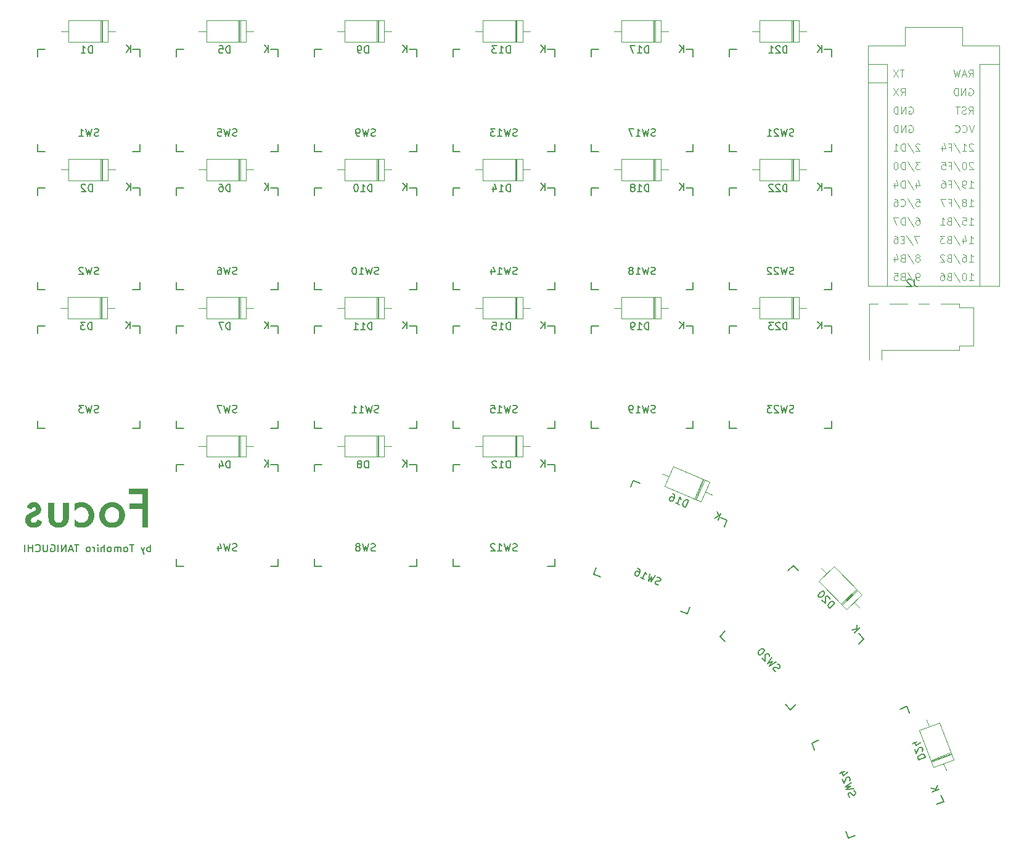
<source format=gbr>
%TF.GenerationSoftware,KiCad,Pcbnew,7.0.9*%
%TF.CreationDate,2023-12-16T00:05:46+09:00*%
%TF.ProjectId,Focus,466f6375-732e-46b6-9963-61645f706362,rev?*%
%TF.SameCoordinates,Original*%
%TF.FileFunction,Legend,Bot*%
%TF.FilePolarity,Positive*%
%FSLAX46Y46*%
G04 Gerber Fmt 4.6, Leading zero omitted, Abs format (unit mm)*
G04 Created by KiCad (PCBNEW 7.0.9) date 2023-12-16 00:05:46*
%MOMM*%
%LPD*%
G01*
G04 APERTURE LIST*
%ADD10C,0.150000*%
%ADD11C,0.100000*%
%ADD12C,0.120000*%
G04 APERTURE END LIST*
D10*
X78469047Y-102004819D02*
X78469047Y-101004819D01*
X78469047Y-101385771D02*
X78373809Y-101338152D01*
X78373809Y-101338152D02*
X78183333Y-101338152D01*
X78183333Y-101338152D02*
X78088095Y-101385771D01*
X78088095Y-101385771D02*
X78040476Y-101433390D01*
X78040476Y-101433390D02*
X77992857Y-101528628D01*
X77992857Y-101528628D02*
X77992857Y-101814342D01*
X77992857Y-101814342D02*
X78040476Y-101909580D01*
X78040476Y-101909580D02*
X78088095Y-101957200D01*
X78088095Y-101957200D02*
X78183333Y-102004819D01*
X78183333Y-102004819D02*
X78373809Y-102004819D01*
X78373809Y-102004819D02*
X78469047Y-101957200D01*
X77659523Y-101338152D02*
X77421428Y-102004819D01*
X77183333Y-101338152D02*
X77421428Y-102004819D01*
X77421428Y-102004819D02*
X77516666Y-102242914D01*
X77516666Y-102242914D02*
X77564285Y-102290533D01*
X77564285Y-102290533D02*
X77659523Y-102338152D01*
X76183332Y-101004819D02*
X75611904Y-101004819D01*
X75897618Y-102004819D02*
X75897618Y-101004819D01*
X75135713Y-102004819D02*
X75230951Y-101957200D01*
X75230951Y-101957200D02*
X75278570Y-101909580D01*
X75278570Y-101909580D02*
X75326189Y-101814342D01*
X75326189Y-101814342D02*
X75326189Y-101528628D01*
X75326189Y-101528628D02*
X75278570Y-101433390D01*
X75278570Y-101433390D02*
X75230951Y-101385771D01*
X75230951Y-101385771D02*
X75135713Y-101338152D01*
X75135713Y-101338152D02*
X74992856Y-101338152D01*
X74992856Y-101338152D02*
X74897618Y-101385771D01*
X74897618Y-101385771D02*
X74849999Y-101433390D01*
X74849999Y-101433390D02*
X74802380Y-101528628D01*
X74802380Y-101528628D02*
X74802380Y-101814342D01*
X74802380Y-101814342D02*
X74849999Y-101909580D01*
X74849999Y-101909580D02*
X74897618Y-101957200D01*
X74897618Y-101957200D02*
X74992856Y-102004819D01*
X74992856Y-102004819D02*
X75135713Y-102004819D01*
X74373808Y-102004819D02*
X74373808Y-101338152D01*
X74373808Y-101433390D02*
X74326189Y-101385771D01*
X74326189Y-101385771D02*
X74230951Y-101338152D01*
X74230951Y-101338152D02*
X74088094Y-101338152D01*
X74088094Y-101338152D02*
X73992856Y-101385771D01*
X73992856Y-101385771D02*
X73945237Y-101481009D01*
X73945237Y-101481009D02*
X73945237Y-102004819D01*
X73945237Y-101481009D02*
X73897618Y-101385771D01*
X73897618Y-101385771D02*
X73802380Y-101338152D01*
X73802380Y-101338152D02*
X73659523Y-101338152D01*
X73659523Y-101338152D02*
X73564284Y-101385771D01*
X73564284Y-101385771D02*
X73516665Y-101481009D01*
X73516665Y-101481009D02*
X73516665Y-102004819D01*
X72897618Y-102004819D02*
X72992856Y-101957200D01*
X72992856Y-101957200D02*
X73040475Y-101909580D01*
X73040475Y-101909580D02*
X73088094Y-101814342D01*
X73088094Y-101814342D02*
X73088094Y-101528628D01*
X73088094Y-101528628D02*
X73040475Y-101433390D01*
X73040475Y-101433390D02*
X72992856Y-101385771D01*
X72992856Y-101385771D02*
X72897618Y-101338152D01*
X72897618Y-101338152D02*
X72754761Y-101338152D01*
X72754761Y-101338152D02*
X72659523Y-101385771D01*
X72659523Y-101385771D02*
X72611904Y-101433390D01*
X72611904Y-101433390D02*
X72564285Y-101528628D01*
X72564285Y-101528628D02*
X72564285Y-101814342D01*
X72564285Y-101814342D02*
X72611904Y-101909580D01*
X72611904Y-101909580D02*
X72659523Y-101957200D01*
X72659523Y-101957200D02*
X72754761Y-102004819D01*
X72754761Y-102004819D02*
X72897618Y-102004819D01*
X72135713Y-102004819D02*
X72135713Y-101004819D01*
X71707142Y-102004819D02*
X71707142Y-101481009D01*
X71707142Y-101481009D02*
X71754761Y-101385771D01*
X71754761Y-101385771D02*
X71849999Y-101338152D01*
X71849999Y-101338152D02*
X71992856Y-101338152D01*
X71992856Y-101338152D02*
X72088094Y-101385771D01*
X72088094Y-101385771D02*
X72135713Y-101433390D01*
X71230951Y-102004819D02*
X71230951Y-101338152D01*
X71230951Y-101004819D02*
X71278570Y-101052438D01*
X71278570Y-101052438D02*
X71230951Y-101100057D01*
X71230951Y-101100057D02*
X71183332Y-101052438D01*
X71183332Y-101052438D02*
X71230951Y-101004819D01*
X71230951Y-101004819D02*
X71230951Y-101100057D01*
X70754761Y-102004819D02*
X70754761Y-101338152D01*
X70754761Y-101528628D02*
X70707142Y-101433390D01*
X70707142Y-101433390D02*
X70659523Y-101385771D01*
X70659523Y-101385771D02*
X70564285Y-101338152D01*
X70564285Y-101338152D02*
X70469047Y-101338152D01*
X69992856Y-102004819D02*
X70088094Y-101957200D01*
X70088094Y-101957200D02*
X70135713Y-101909580D01*
X70135713Y-101909580D02*
X70183332Y-101814342D01*
X70183332Y-101814342D02*
X70183332Y-101528628D01*
X70183332Y-101528628D02*
X70135713Y-101433390D01*
X70135713Y-101433390D02*
X70088094Y-101385771D01*
X70088094Y-101385771D02*
X69992856Y-101338152D01*
X69992856Y-101338152D02*
X69849999Y-101338152D01*
X69849999Y-101338152D02*
X69754761Y-101385771D01*
X69754761Y-101385771D02*
X69707142Y-101433390D01*
X69707142Y-101433390D02*
X69659523Y-101528628D01*
X69659523Y-101528628D02*
X69659523Y-101814342D01*
X69659523Y-101814342D02*
X69707142Y-101909580D01*
X69707142Y-101909580D02*
X69754761Y-101957200D01*
X69754761Y-101957200D02*
X69849999Y-102004819D01*
X69849999Y-102004819D02*
X69992856Y-102004819D01*
X68611903Y-101004819D02*
X68040475Y-101004819D01*
X68326189Y-102004819D02*
X68326189Y-101004819D01*
X67754760Y-101719104D02*
X67278570Y-101719104D01*
X67849998Y-102004819D02*
X67516665Y-101004819D01*
X67516665Y-101004819D02*
X67183332Y-102004819D01*
X66849998Y-102004819D02*
X66849998Y-101004819D01*
X66849998Y-101004819D02*
X66278570Y-102004819D01*
X66278570Y-102004819D02*
X66278570Y-101004819D01*
X65802379Y-102004819D02*
X65802379Y-101004819D01*
X64802380Y-101052438D02*
X64897618Y-101004819D01*
X64897618Y-101004819D02*
X65040475Y-101004819D01*
X65040475Y-101004819D02*
X65183332Y-101052438D01*
X65183332Y-101052438D02*
X65278570Y-101147676D01*
X65278570Y-101147676D02*
X65326189Y-101242914D01*
X65326189Y-101242914D02*
X65373808Y-101433390D01*
X65373808Y-101433390D02*
X65373808Y-101576247D01*
X65373808Y-101576247D02*
X65326189Y-101766723D01*
X65326189Y-101766723D02*
X65278570Y-101861961D01*
X65278570Y-101861961D02*
X65183332Y-101957200D01*
X65183332Y-101957200D02*
X65040475Y-102004819D01*
X65040475Y-102004819D02*
X64945237Y-102004819D01*
X64945237Y-102004819D02*
X64802380Y-101957200D01*
X64802380Y-101957200D02*
X64754761Y-101909580D01*
X64754761Y-101909580D02*
X64754761Y-101576247D01*
X64754761Y-101576247D02*
X64945237Y-101576247D01*
X64326189Y-101004819D02*
X64326189Y-101814342D01*
X64326189Y-101814342D02*
X64278570Y-101909580D01*
X64278570Y-101909580D02*
X64230951Y-101957200D01*
X64230951Y-101957200D02*
X64135713Y-102004819D01*
X64135713Y-102004819D02*
X63945237Y-102004819D01*
X63945237Y-102004819D02*
X63849999Y-101957200D01*
X63849999Y-101957200D02*
X63802380Y-101909580D01*
X63802380Y-101909580D02*
X63754761Y-101814342D01*
X63754761Y-101814342D02*
X63754761Y-101004819D01*
X62707142Y-101909580D02*
X62754761Y-101957200D01*
X62754761Y-101957200D02*
X62897618Y-102004819D01*
X62897618Y-102004819D02*
X62992856Y-102004819D01*
X62992856Y-102004819D02*
X63135713Y-101957200D01*
X63135713Y-101957200D02*
X63230951Y-101861961D01*
X63230951Y-101861961D02*
X63278570Y-101766723D01*
X63278570Y-101766723D02*
X63326189Y-101576247D01*
X63326189Y-101576247D02*
X63326189Y-101433390D01*
X63326189Y-101433390D02*
X63278570Y-101242914D01*
X63278570Y-101242914D02*
X63230951Y-101147676D01*
X63230951Y-101147676D02*
X63135713Y-101052438D01*
X63135713Y-101052438D02*
X62992856Y-101004819D01*
X62992856Y-101004819D02*
X62897618Y-101004819D01*
X62897618Y-101004819D02*
X62754761Y-101052438D01*
X62754761Y-101052438D02*
X62707142Y-101100057D01*
X62278570Y-102004819D02*
X62278570Y-101004819D01*
X62278570Y-101481009D02*
X61707142Y-101481009D01*
X61707142Y-102004819D02*
X61707142Y-101004819D01*
X61230951Y-102004819D02*
X61230951Y-101004819D01*
G36*
X75530040Y-94091852D02*
G01*
X77361862Y-94091852D01*
X77361862Y-95342376D01*
X75569119Y-95342376D01*
X75569119Y-96123953D01*
X77361862Y-96123953D01*
X77361862Y-98664078D01*
X78148324Y-98664078D01*
X78148324Y-93310275D01*
X75530040Y-93310275D01*
X75530040Y-94091852D01*
G37*
G36*
X73295872Y-95188040D02*
G01*
X73385149Y-95193979D01*
X73472681Y-95203878D01*
X73558466Y-95217735D01*
X73642506Y-95235553D01*
X73724800Y-95257330D01*
X73805347Y-95283066D01*
X73884149Y-95312761D01*
X73961205Y-95346416D01*
X74036515Y-95384030D01*
X74110078Y-95425604D01*
X74181896Y-95471137D01*
X74251968Y-95520630D01*
X74320294Y-95574082D01*
X74386874Y-95631493D01*
X74451708Y-95692864D01*
X74513671Y-95756902D01*
X74571635Y-95822618D01*
X74625603Y-95890014D01*
X74675572Y-95959089D01*
X74721544Y-96029843D01*
X74763519Y-96102276D01*
X74801496Y-96176389D01*
X74835475Y-96252180D01*
X74865457Y-96329651D01*
X74891441Y-96408801D01*
X74913427Y-96489630D01*
X74931417Y-96572138D01*
X74945408Y-96656326D01*
X74955402Y-96742192D01*
X74961398Y-96829738D01*
X74963397Y-96918963D01*
X74961436Y-97013660D01*
X74955555Y-97106324D01*
X74945751Y-97196956D01*
X74932027Y-97285556D01*
X74914382Y-97372124D01*
X74892815Y-97456660D01*
X74867327Y-97539164D01*
X74837917Y-97619635D01*
X74804587Y-97698074D01*
X74767335Y-97774481D01*
X74726162Y-97848856D01*
X74681068Y-97921198D01*
X74632052Y-97991509D01*
X74579115Y-98059787D01*
X74522257Y-98126033D01*
X74461478Y-98190247D01*
X74397946Y-98252357D01*
X74332525Y-98310461D01*
X74265216Y-98364556D01*
X74196017Y-98414645D01*
X74124929Y-98460727D01*
X74051951Y-98502802D01*
X73977085Y-98540869D01*
X73900330Y-98574930D01*
X73821686Y-98604983D01*
X73741152Y-98631029D01*
X73658730Y-98653068D01*
X73574419Y-98671100D01*
X73488218Y-98685125D01*
X73400128Y-98695143D01*
X73310150Y-98701154D01*
X73218282Y-98703157D01*
X73125474Y-98701192D01*
X73034508Y-98695296D01*
X72945383Y-98685469D01*
X72858100Y-98671711D01*
X72772658Y-98654022D01*
X72689057Y-98632403D01*
X72607298Y-98606853D01*
X72527380Y-98577372D01*
X72449303Y-98543960D01*
X72373068Y-98506618D01*
X72298674Y-98465345D01*
X72226122Y-98420141D01*
X72155411Y-98371006D01*
X72086541Y-98317940D01*
X72019512Y-98260944D01*
X71954325Y-98200017D01*
X71892215Y-98135875D01*
X71834112Y-98069843D01*
X71780016Y-98001923D01*
X71729927Y-97932113D01*
X71683845Y-97860414D01*
X71641771Y-97786827D01*
X71603703Y-97711350D01*
X71569643Y-97633984D01*
X71539589Y-97554729D01*
X71513543Y-97473585D01*
X71491504Y-97390552D01*
X71473472Y-97305630D01*
X71459447Y-97218819D01*
X71449429Y-97130119D01*
X71443419Y-97039529D01*
X71441415Y-96947051D01*
X72227877Y-96947051D01*
X72228137Y-96977087D01*
X72230217Y-97036020D01*
X72234377Y-97093436D01*
X72240616Y-97149335D01*
X72248936Y-97203717D01*
X72259335Y-97256582D01*
X72271815Y-97307931D01*
X72286374Y-97357762D01*
X72303013Y-97406076D01*
X72321732Y-97452874D01*
X72342531Y-97498154D01*
X72365409Y-97541917D01*
X72390368Y-97584164D01*
X72431705Y-97644689D01*
X72461864Y-97683143D01*
X72494102Y-97720080D01*
X72527929Y-97755128D01*
X72581298Y-97803460D01*
X72637824Y-97846704D01*
X72697504Y-97884861D01*
X72760341Y-97917931D01*
X72826333Y-97945913D01*
X72895481Y-97968807D01*
X72943332Y-97981243D01*
X72992586Y-97991418D01*
X73043243Y-97999332D01*
X73095302Y-98004985D01*
X73148763Y-98008377D01*
X73203627Y-98009508D01*
X73258062Y-98008363D01*
X73311151Y-98004928D01*
X73362896Y-97999204D01*
X73413295Y-97991189D01*
X73462348Y-97980885D01*
X73510057Y-97968292D01*
X73579097Y-97945108D01*
X73645111Y-97916772D01*
X73708097Y-97883284D01*
X73768057Y-97844644D01*
X73824990Y-97800852D01*
X73878897Y-97751908D01*
X73913153Y-97716416D01*
X73929382Y-97698124D01*
X73974977Y-97640815D01*
X74002798Y-97600582D01*
X74028558Y-97558727D01*
X74052257Y-97515250D01*
X74073895Y-97470151D01*
X74093473Y-97423430D01*
X74110990Y-97375087D01*
X74126446Y-97325122D01*
X74139841Y-97273535D01*
X74151175Y-97220326D01*
X74160449Y-97165496D01*
X74167662Y-97109043D01*
X74172814Y-97050969D01*
X74175905Y-96991272D01*
X74176935Y-96929954D01*
X74175886Y-96872614D01*
X74172737Y-96816610D01*
X74167490Y-96761942D01*
X74160143Y-96708609D01*
X74150698Y-96656612D01*
X74139154Y-96605951D01*
X74125511Y-96556625D01*
X74109768Y-96508635D01*
X74091927Y-96461981D01*
X74071987Y-96416663D01*
X74049948Y-96372680D01*
X74025810Y-96330033D01*
X73999573Y-96288721D01*
X73971237Y-96248746D01*
X73940802Y-96210106D01*
X73908268Y-96172801D01*
X73873888Y-96137310D01*
X73819903Y-96088366D01*
X73763020Y-96044574D01*
X73703239Y-96005934D01*
X73640560Y-95972446D01*
X73574983Y-95944110D01*
X73506508Y-95920926D01*
X73459248Y-95908332D01*
X73410700Y-95898028D01*
X73360863Y-95890014D01*
X73309739Y-95884289D01*
X73257327Y-95880855D01*
X73203627Y-95879710D01*
X73149193Y-95880855D01*
X73096103Y-95884289D01*
X73044359Y-95890014D01*
X72993960Y-95898028D01*
X72944906Y-95908332D01*
X72897198Y-95920926D01*
X72828158Y-95944110D01*
X72762144Y-95972446D01*
X72699157Y-96005934D01*
X72639197Y-96044574D01*
X72582264Y-96088366D01*
X72528358Y-96137310D01*
X72494102Y-96172801D01*
X72461864Y-96209743D01*
X72431705Y-96248211D01*
X72403627Y-96288206D01*
X72377629Y-96329727D01*
X72353710Y-96372775D01*
X72331871Y-96417349D01*
X72312112Y-96463450D01*
X72294433Y-96511078D01*
X72278834Y-96560232D01*
X72265315Y-96610912D01*
X72253876Y-96663119D01*
X72244516Y-96716852D01*
X72237237Y-96772112D01*
X72232037Y-96828899D01*
X72228917Y-96887212D01*
X72227877Y-96947051D01*
X71441415Y-96947051D01*
X71443404Y-96855293D01*
X71449372Y-96765338D01*
X71459318Y-96677187D01*
X71473243Y-96590838D01*
X71491146Y-96506293D01*
X71513028Y-96423551D01*
X71538888Y-96342612D01*
X71568727Y-96263476D01*
X71602544Y-96186144D01*
X71640340Y-96110615D01*
X71682114Y-96036889D01*
X71727866Y-95964966D01*
X71777597Y-95894846D01*
X71831307Y-95826530D01*
X71888995Y-95760017D01*
X71950662Y-95695307D01*
X72015954Y-95633640D01*
X72082992Y-95575952D01*
X72151776Y-95522242D01*
X72222305Y-95472511D01*
X72294581Y-95426759D01*
X72368603Y-95384985D01*
X72444371Y-95347189D01*
X72521885Y-95313372D01*
X72601144Y-95283533D01*
X72682150Y-95257673D01*
X72764901Y-95235791D01*
X72849399Y-95217888D01*
X72935642Y-95203963D01*
X73023632Y-95194017D01*
X73113367Y-95188049D01*
X73204849Y-95186060D01*
X73295872Y-95188040D01*
G37*
G36*
X68022015Y-95421755D02*
G01*
X68022015Y-96441468D01*
X68054611Y-96402261D01*
X68086759Y-96364627D01*
X68134139Y-96311129D01*
X68180511Y-96261172D01*
X68225873Y-96214758D01*
X68270227Y-96171885D01*
X68313572Y-96132555D01*
X68355908Y-96096766D01*
X68397235Y-96064520D01*
X68437553Y-96035815D01*
X68489740Y-96003053D01*
X68541852Y-95974144D01*
X68596215Y-95949090D01*
X68652830Y-95927891D01*
X68711696Y-95910546D01*
X68772814Y-95897055D01*
X68836184Y-95887419D01*
X68885188Y-95882721D01*
X68935460Y-95880192D01*
X68969678Y-95879710D01*
X69022848Y-95880898D01*
X69074893Y-95884461D01*
X69125812Y-95890400D01*
X69175605Y-95898715D01*
X69224272Y-95909405D01*
X69271814Y-95922471D01*
X69318229Y-95937913D01*
X69385742Y-95965530D01*
X69450722Y-95998492D01*
X69513168Y-96036799D01*
X69553392Y-96065307D01*
X69592490Y-96096190D01*
X69630462Y-96129449D01*
X69667308Y-96165084D01*
X69685309Y-96183792D01*
X69719913Y-96222251D01*
X69752285Y-96261912D01*
X69782424Y-96302775D01*
X69810331Y-96344840D01*
X69836005Y-96388107D01*
X69859447Y-96432576D01*
X69880656Y-96478248D01*
X69899632Y-96525122D01*
X69916376Y-96573197D01*
X69930888Y-96622475D01*
X69943167Y-96672955D01*
X69953213Y-96724637D01*
X69961027Y-96777522D01*
X69966608Y-96831608D01*
X69969957Y-96886897D01*
X69971073Y-96943387D01*
X69970000Y-97001052D01*
X69966780Y-97057418D01*
X69961413Y-97112488D01*
X69953900Y-97166259D01*
X69944240Y-97218733D01*
X69932433Y-97269910D01*
X69918480Y-97319789D01*
X69902380Y-97368370D01*
X69884133Y-97415654D01*
X69863740Y-97461640D01*
X69841200Y-97506329D01*
X69816513Y-97549720D01*
X69789680Y-97591814D01*
X69760700Y-97632610D01*
X69729573Y-97672109D01*
X69696300Y-97710310D01*
X69660756Y-97746541D01*
X69624039Y-97780434D01*
X69586148Y-97811990D01*
X69527111Y-97854942D01*
X69465433Y-97892634D01*
X69401116Y-97925066D01*
X69334158Y-97952239D01*
X69264559Y-97974153D01*
X69216693Y-97985841D01*
X69167654Y-97995190D01*
X69117441Y-98002203D01*
X69066055Y-98006878D01*
X69013495Y-98009215D01*
X68986775Y-98009508D01*
X68935605Y-98008466D01*
X68885595Y-98005343D01*
X68836744Y-98000137D01*
X68773413Y-97989957D01*
X68712142Y-97976076D01*
X68652932Y-97958492D01*
X68595783Y-97937207D01*
X68540695Y-97912219D01*
X68500731Y-97891050D01*
X68448639Y-97858363D01*
X68408117Y-97829415D01*
X68366350Y-97796668D01*
X68323338Y-97760121D01*
X68279081Y-97719774D01*
X68233579Y-97675628D01*
X68186832Y-97627682D01*
X68138839Y-97575937D01*
X68106153Y-97539329D01*
X68072913Y-97501033D01*
X68039120Y-97461048D01*
X68022015Y-97440422D01*
X68022015Y-98457693D01*
X68080185Y-98487417D01*
X68138374Y-98515224D01*
X68196582Y-98541113D01*
X68254809Y-98565084D01*
X68313056Y-98587137D01*
X68371321Y-98607273D01*
X68429605Y-98625491D01*
X68487909Y-98641791D01*
X68546231Y-98656174D01*
X68604573Y-98668639D01*
X68662933Y-98679186D01*
X68721313Y-98687816D01*
X68779712Y-98694528D01*
X68838130Y-98699322D01*
X68896567Y-98702198D01*
X68955023Y-98703157D01*
X69050063Y-98701206D01*
X69143147Y-98695353D01*
X69234276Y-98685597D01*
X69323448Y-98671940D01*
X69410665Y-98654380D01*
X69495926Y-98632918D01*
X69579230Y-98607554D01*
X69660580Y-98578288D01*
X69739973Y-98545120D01*
X69817410Y-98508049D01*
X69892892Y-98467076D01*
X69966417Y-98422202D01*
X70037987Y-98373425D01*
X70107601Y-98320745D01*
X70175259Y-98264164D01*
X70240962Y-98203681D01*
X70303515Y-98139987D01*
X70362034Y-98074385D01*
X70416516Y-98006874D01*
X70466963Y-97937456D01*
X70513374Y-97866129D01*
X70555749Y-97792895D01*
X70594088Y-97717752D01*
X70628392Y-97640701D01*
X70658660Y-97561742D01*
X70684892Y-97480874D01*
X70707089Y-97398099D01*
X70725249Y-97313415D01*
X70739374Y-97226824D01*
X70749464Y-97138324D01*
X70755517Y-97047916D01*
X70757535Y-96955600D01*
X70755489Y-96863536D01*
X70749349Y-96773276D01*
X70739117Y-96684819D01*
X70724791Y-96598165D01*
X70706373Y-96513315D01*
X70683862Y-96430268D01*
X70657257Y-96349023D01*
X70626560Y-96269583D01*
X70591770Y-96191945D01*
X70552886Y-96116110D01*
X70509910Y-96042079D01*
X70462841Y-95969851D01*
X70411679Y-95899426D01*
X70356424Y-95830804D01*
X70297075Y-95763986D01*
X70233634Y-95698970D01*
X70167217Y-95636860D01*
X70098938Y-95578757D01*
X70028800Y-95524661D01*
X69956800Y-95474572D01*
X69882941Y-95428490D01*
X69807221Y-95386416D01*
X69729640Y-95348348D01*
X69650199Y-95314288D01*
X69568898Y-95284234D01*
X69485736Y-95258188D01*
X69400714Y-95236149D01*
X69313831Y-95218117D01*
X69225088Y-95204092D01*
X69134484Y-95194074D01*
X69042020Y-95188064D01*
X68947696Y-95186060D01*
X68886549Y-95186981D01*
X68825841Y-95189743D01*
X68765573Y-95194346D01*
X68705743Y-95200791D01*
X68646352Y-95209077D01*
X68587399Y-95219205D01*
X68528886Y-95231174D01*
X68470812Y-95244984D01*
X68413176Y-95260635D01*
X68355979Y-95278128D01*
X68299221Y-95297463D01*
X68242902Y-95318638D01*
X68187022Y-95341655D01*
X68131581Y-95366514D01*
X68076579Y-95393213D01*
X68022015Y-95421755D01*
G37*
G36*
X66478401Y-95264218D02*
G01*
X66478401Y-97181524D01*
X66477795Y-97232465D01*
X66475977Y-97281788D01*
X66468707Y-97375583D01*
X66456590Y-97462909D01*
X66439627Y-97543767D01*
X66417817Y-97618156D01*
X66391160Y-97686077D01*
X66359657Y-97747528D01*
X66323306Y-97802512D01*
X66282109Y-97851026D01*
X66236066Y-97893072D01*
X66185176Y-97928650D01*
X66129439Y-97957759D01*
X66068855Y-97980399D01*
X66003425Y-97996570D01*
X65933147Y-98006273D01*
X65858024Y-98009508D01*
X65782900Y-98006273D01*
X65712623Y-97996570D01*
X65647193Y-97980399D01*
X65586609Y-97957759D01*
X65530872Y-97928650D01*
X65479982Y-97893072D01*
X65433938Y-97851026D01*
X65392741Y-97802512D01*
X65356391Y-97747528D01*
X65324887Y-97686077D01*
X65298231Y-97618156D01*
X65276420Y-97543767D01*
X65259457Y-97462909D01*
X65247340Y-97375583D01*
X65240070Y-97281788D01*
X65238253Y-97232465D01*
X65237647Y-97181524D01*
X65237647Y-95264218D01*
X64451185Y-95264218D01*
X64451185Y-97199842D01*
X64451567Y-97249636D01*
X64452711Y-97298570D01*
X64455860Y-97370362D01*
X64460726Y-97440221D01*
X64467309Y-97508149D01*
X64475609Y-97574145D01*
X64485627Y-97638208D01*
X64497362Y-97700340D01*
X64510815Y-97760540D01*
X64525984Y-97818807D01*
X64542871Y-97875143D01*
X64548882Y-97893492D01*
X64567748Y-97941814D01*
X64589082Y-97989233D01*
X64612885Y-98035752D01*
X64639157Y-98081368D01*
X64667897Y-98126083D01*
X64699106Y-98169897D01*
X64732783Y-98212809D01*
X64768930Y-98254819D01*
X64807545Y-98295928D01*
X64848628Y-98336135D01*
X64877389Y-98362438D01*
X64926438Y-98403697D01*
X64977108Y-98442294D01*
X65029401Y-98478230D01*
X65083316Y-98511503D01*
X65138853Y-98542114D01*
X65196011Y-98570064D01*
X65254792Y-98595352D01*
X65315194Y-98617978D01*
X65377218Y-98637942D01*
X65440865Y-98655244D01*
X65506133Y-98669884D01*
X65573023Y-98681862D01*
X65641535Y-98691179D01*
X65711669Y-98697833D01*
X65783425Y-98701826D01*
X65856803Y-98703157D01*
X65930032Y-98701826D01*
X66001650Y-98697833D01*
X66071655Y-98691179D01*
X66140048Y-98681862D01*
X66206828Y-98669884D01*
X66271996Y-98655244D01*
X66335552Y-98637942D01*
X66397495Y-98617978D01*
X66457826Y-98595352D01*
X66516544Y-98570064D01*
X66573651Y-98542114D01*
X66629144Y-98511503D01*
X66683026Y-98478230D01*
X66735294Y-98442294D01*
X66785951Y-98403697D01*
X66834995Y-98362438D01*
X66878193Y-98322832D01*
X66918944Y-98282325D01*
X66957248Y-98240916D01*
X66993104Y-98198605D01*
X67026513Y-98155393D01*
X67057476Y-98111279D01*
X67085990Y-98066263D01*
X67112058Y-98020346D01*
X67135679Y-97973527D01*
X67156852Y-97925807D01*
X67169608Y-97893492D01*
X67191933Y-97831630D01*
X67206724Y-97780575D01*
X67219840Y-97725528D01*
X67231282Y-97666487D01*
X67241049Y-97603454D01*
X67249142Y-97536428D01*
X67255560Y-97465409D01*
X67258909Y-97415845D01*
X67261514Y-97364506D01*
X67263374Y-97311393D01*
X67264490Y-97256505D01*
X67264863Y-97199842D01*
X67264863Y-95264218D01*
X66478401Y-95264218D01*
G37*
G36*
X61477528Y-95846737D02*
G01*
X62113781Y-96186235D01*
X62143036Y-96131455D01*
X62173558Y-96082064D01*
X62205347Y-96038061D01*
X62238402Y-95999446D01*
X62284446Y-95956341D01*
X62332741Y-95922815D01*
X62383288Y-95898868D01*
X62436086Y-95884499D01*
X62491136Y-95879710D01*
X62542961Y-95884060D01*
X62590970Y-95897112D01*
X62635163Y-95918865D01*
X62675539Y-95949319D01*
X62708665Y-95986642D01*
X62734618Y-96034653D01*
X62747632Y-96082681D01*
X62751255Y-96128838D01*
X62740343Y-96188312D01*
X62715899Y-96235806D01*
X62677488Y-96283223D01*
X62639514Y-96318736D01*
X62593682Y-96354206D01*
X62539994Y-96389634D01*
X62478449Y-96425018D01*
X62433054Y-96448583D01*
X62384168Y-96472130D01*
X62331789Y-96495657D01*
X62304290Y-96507414D01*
X62228780Y-96540220D01*
X62156428Y-96572692D01*
X62087234Y-96604830D01*
X62021198Y-96636634D01*
X61958319Y-96668104D01*
X61898599Y-96699240D01*
X61842037Y-96730042D01*
X61788633Y-96760511D01*
X61738386Y-96790645D01*
X61691298Y-96820446D01*
X61647368Y-96849912D01*
X61606595Y-96879045D01*
X61551358Y-96922118D01*
X61503226Y-96964439D01*
X61475086Y-96992236D01*
X61436893Y-97035055D01*
X61402457Y-97080621D01*
X61371778Y-97128936D01*
X61344855Y-97179998D01*
X61321689Y-97233808D01*
X61302279Y-97290365D01*
X61286626Y-97349670D01*
X61274730Y-97411723D01*
X61266591Y-97476524D01*
X61262208Y-97544072D01*
X61261373Y-97590631D01*
X61262757Y-97650022D01*
X61266907Y-97708211D01*
X61273824Y-97765198D01*
X61283508Y-97820983D01*
X61295959Y-97875565D01*
X61311176Y-97928946D01*
X61329160Y-97981124D01*
X61349911Y-98032100D01*
X61373429Y-98081874D01*
X61399714Y-98130446D01*
X61428766Y-98177816D01*
X61460584Y-98223983D01*
X61495169Y-98268949D01*
X61532521Y-98312712D01*
X61572640Y-98355273D01*
X61615525Y-98396632D01*
X61659127Y-98433751D01*
X61703835Y-98468474D01*
X61749649Y-98500803D01*
X61796570Y-98530737D01*
X61844599Y-98558276D01*
X61893733Y-98583421D01*
X61943975Y-98606171D01*
X61995323Y-98626526D01*
X62047778Y-98644486D01*
X62101340Y-98660052D01*
X62156008Y-98673223D01*
X62211783Y-98683999D01*
X62268665Y-98692381D01*
X62326654Y-98698368D01*
X62385749Y-98701960D01*
X62445951Y-98703157D01*
X62497681Y-98702353D01*
X62548457Y-98699942D01*
X62598279Y-98695923D01*
X62647146Y-98690296D01*
X62742019Y-98674220D01*
X62833076Y-98651714D01*
X62920317Y-98622777D01*
X63003741Y-98587409D01*
X63083349Y-98545611D01*
X63159140Y-98497383D01*
X63231116Y-98442724D01*
X63299275Y-98381634D01*
X63363617Y-98314115D01*
X63424144Y-98240164D01*
X63480854Y-98159784D01*
X63507778Y-98117182D01*
X63533748Y-98072973D01*
X63558764Y-98027156D01*
X63582825Y-97979731D01*
X63605933Y-97930699D01*
X63628087Y-97880059D01*
X62984507Y-97577198D01*
X62959419Y-97620324D01*
X62927706Y-97673084D01*
X62897977Y-97720426D01*
X62870232Y-97762348D01*
X62838343Y-97807129D01*
X62804168Y-97849691D01*
X62774458Y-97880059D01*
X62729229Y-97917351D01*
X62681316Y-97948323D01*
X62630721Y-97972974D01*
X62577442Y-97991304D01*
X62521479Y-98003313D01*
X62462833Y-98009002D01*
X62438624Y-98009508D01*
X62368786Y-98006395D01*
X62305817Y-97997057D01*
X62249717Y-97981494D01*
X62200487Y-97959705D01*
X62158126Y-97931691D01*
X62122635Y-97897452D01*
X62094012Y-97856987D01*
X62072260Y-97810297D01*
X62057376Y-97757382D01*
X62049362Y-97698241D01*
X62047835Y-97655355D01*
X62052510Y-97604503D01*
X62066535Y-97554529D01*
X62089910Y-97505432D01*
X62122635Y-97457213D01*
X62164709Y-97409872D01*
X62202401Y-97374942D01*
X62245352Y-97340506D01*
X62293563Y-97306564D01*
X62347033Y-97273115D01*
X62397314Y-97248121D01*
X62447711Y-97223360D01*
X62498226Y-97198834D01*
X62548858Y-97174540D01*
X62577842Y-97160764D01*
X62628716Y-97136604D01*
X62679823Y-97112211D01*
X62731164Y-97087584D01*
X62775357Y-97066289D01*
X62812315Y-97048412D01*
X62873088Y-97017729D01*
X62930382Y-96987046D01*
X62984199Y-96956363D01*
X63034538Y-96925680D01*
X63081400Y-96894997D01*
X63124784Y-96864314D01*
X63164691Y-96833631D01*
X63212490Y-96792720D01*
X63254106Y-96751810D01*
X63281262Y-96721127D01*
X63312252Y-96681148D01*
X63340195Y-96639067D01*
X63365089Y-96594881D01*
X63386935Y-96548592D01*
X63405733Y-96500199D01*
X63421482Y-96449702D01*
X63434183Y-96397102D01*
X63443836Y-96342397D01*
X63450440Y-96285590D01*
X63453997Y-96226678D01*
X63454674Y-96186235D01*
X63453520Y-96132630D01*
X63450056Y-96080199D01*
X63444284Y-96028941D01*
X63436203Y-95978857D01*
X63425813Y-95929947D01*
X63413115Y-95882210D01*
X63398107Y-95835646D01*
X63371267Y-95768001D01*
X63339231Y-95702996D01*
X63302001Y-95640632D01*
X63259576Y-95580908D01*
X63228406Y-95542559D01*
X63194928Y-95505384D01*
X63159140Y-95469382D01*
X63120930Y-95435073D01*
X63081708Y-95402978D01*
X63041474Y-95373097D01*
X63000230Y-95345429D01*
X62957974Y-95319974D01*
X62914707Y-95296733D01*
X62870428Y-95275705D01*
X62825138Y-95256891D01*
X62778837Y-95240290D01*
X62731524Y-95225902D01*
X62683201Y-95213728D01*
X62633866Y-95203768D01*
X62583519Y-95196021D01*
X62532161Y-95190487D01*
X62479792Y-95187167D01*
X62426412Y-95186060D01*
X62348001Y-95188641D01*
X62272138Y-95196383D01*
X62198822Y-95209287D01*
X62128054Y-95227353D01*
X62059833Y-95250579D01*
X61994159Y-95278968D01*
X61931033Y-95312518D01*
X61870454Y-95351229D01*
X61812422Y-95395103D01*
X61756938Y-95444137D01*
X61704002Y-95498333D01*
X61653612Y-95557691D01*
X61605770Y-95622210D01*
X61560475Y-95691891D01*
X61517728Y-95766733D01*
X61477528Y-95846737D01*
G37*
X127880285Y-90494819D02*
X127880285Y-89494819D01*
X127880285Y-89494819D02*
X127642190Y-89494819D01*
X127642190Y-89494819D02*
X127499333Y-89542438D01*
X127499333Y-89542438D02*
X127404095Y-89637676D01*
X127404095Y-89637676D02*
X127356476Y-89732914D01*
X127356476Y-89732914D02*
X127308857Y-89923390D01*
X127308857Y-89923390D02*
X127308857Y-90066247D01*
X127308857Y-90066247D02*
X127356476Y-90256723D01*
X127356476Y-90256723D02*
X127404095Y-90351961D01*
X127404095Y-90351961D02*
X127499333Y-90447200D01*
X127499333Y-90447200D02*
X127642190Y-90494819D01*
X127642190Y-90494819D02*
X127880285Y-90494819D01*
X126356476Y-90494819D02*
X126927904Y-90494819D01*
X126642190Y-90494819D02*
X126642190Y-89494819D01*
X126642190Y-89494819D02*
X126737428Y-89637676D01*
X126737428Y-89637676D02*
X126832666Y-89732914D01*
X126832666Y-89732914D02*
X126927904Y-89780533D01*
X125975523Y-89590057D02*
X125927904Y-89542438D01*
X125927904Y-89542438D02*
X125832666Y-89494819D01*
X125832666Y-89494819D02*
X125594571Y-89494819D01*
X125594571Y-89494819D02*
X125499333Y-89542438D01*
X125499333Y-89542438D02*
X125451714Y-89590057D01*
X125451714Y-89590057D02*
X125404095Y-89685295D01*
X125404095Y-89685295D02*
X125404095Y-89780533D01*
X125404095Y-89780533D02*
X125451714Y-89923390D01*
X125451714Y-89923390D02*
X126023142Y-90494819D01*
X126023142Y-90494819D02*
X125404095Y-90494819D01*
X132661904Y-90354819D02*
X132661904Y-89354819D01*
X132090476Y-90354819D02*
X132519047Y-89783390D01*
X132090476Y-89354819D02*
X132661904Y-89926247D01*
X90333332Y-101852200D02*
X90190475Y-101899819D01*
X90190475Y-101899819D02*
X89952380Y-101899819D01*
X89952380Y-101899819D02*
X89857142Y-101852200D01*
X89857142Y-101852200D02*
X89809523Y-101804580D01*
X89809523Y-101804580D02*
X89761904Y-101709342D01*
X89761904Y-101709342D02*
X89761904Y-101614104D01*
X89761904Y-101614104D02*
X89809523Y-101518866D01*
X89809523Y-101518866D02*
X89857142Y-101471247D01*
X89857142Y-101471247D02*
X89952380Y-101423628D01*
X89952380Y-101423628D02*
X90142856Y-101376009D01*
X90142856Y-101376009D02*
X90238094Y-101328390D01*
X90238094Y-101328390D02*
X90285713Y-101280771D01*
X90285713Y-101280771D02*
X90333332Y-101185533D01*
X90333332Y-101185533D02*
X90333332Y-101090295D01*
X90333332Y-101090295D02*
X90285713Y-100995057D01*
X90285713Y-100995057D02*
X90238094Y-100947438D01*
X90238094Y-100947438D02*
X90142856Y-100899819D01*
X90142856Y-100899819D02*
X89904761Y-100899819D01*
X89904761Y-100899819D02*
X89761904Y-100947438D01*
X89428570Y-100899819D02*
X89190475Y-101899819D01*
X89190475Y-101899819D02*
X88999999Y-101185533D01*
X88999999Y-101185533D02*
X88809523Y-101899819D01*
X88809523Y-101899819D02*
X88571428Y-100899819D01*
X87761904Y-101233152D02*
X87761904Y-101899819D01*
X87999999Y-100852200D02*
X88238094Y-101566485D01*
X88238094Y-101566485D02*
X87619047Y-101566485D01*
X108404094Y-90494819D02*
X108404094Y-89494819D01*
X108404094Y-89494819D02*
X108165999Y-89494819D01*
X108165999Y-89494819D02*
X108023142Y-89542438D01*
X108023142Y-89542438D02*
X107927904Y-89637676D01*
X107927904Y-89637676D02*
X107880285Y-89732914D01*
X107880285Y-89732914D02*
X107832666Y-89923390D01*
X107832666Y-89923390D02*
X107832666Y-90066247D01*
X107832666Y-90066247D02*
X107880285Y-90256723D01*
X107880285Y-90256723D02*
X107927904Y-90351961D01*
X107927904Y-90351961D02*
X108023142Y-90447200D01*
X108023142Y-90447200D02*
X108165999Y-90494819D01*
X108165999Y-90494819D02*
X108404094Y-90494819D01*
X107261237Y-89923390D02*
X107356475Y-89875771D01*
X107356475Y-89875771D02*
X107404094Y-89828152D01*
X107404094Y-89828152D02*
X107451713Y-89732914D01*
X107451713Y-89732914D02*
X107451713Y-89685295D01*
X107451713Y-89685295D02*
X107404094Y-89590057D01*
X107404094Y-89590057D02*
X107356475Y-89542438D01*
X107356475Y-89542438D02*
X107261237Y-89494819D01*
X107261237Y-89494819D02*
X107070761Y-89494819D01*
X107070761Y-89494819D02*
X106975523Y-89542438D01*
X106975523Y-89542438D02*
X106927904Y-89590057D01*
X106927904Y-89590057D02*
X106880285Y-89685295D01*
X106880285Y-89685295D02*
X106880285Y-89732914D01*
X106880285Y-89732914D02*
X106927904Y-89828152D01*
X106927904Y-89828152D02*
X106975523Y-89875771D01*
X106975523Y-89875771D02*
X107070761Y-89923390D01*
X107070761Y-89923390D02*
X107261237Y-89923390D01*
X107261237Y-89923390D02*
X107356475Y-89971009D01*
X107356475Y-89971009D02*
X107404094Y-90018628D01*
X107404094Y-90018628D02*
X107451713Y-90113866D01*
X107451713Y-90113866D02*
X107451713Y-90304342D01*
X107451713Y-90304342D02*
X107404094Y-90399580D01*
X107404094Y-90399580D02*
X107356475Y-90447200D01*
X107356475Y-90447200D02*
X107261237Y-90494819D01*
X107261237Y-90494819D02*
X107070761Y-90494819D01*
X107070761Y-90494819D02*
X106975523Y-90447200D01*
X106975523Y-90447200D02*
X106927904Y-90399580D01*
X106927904Y-90399580D02*
X106880285Y-90304342D01*
X106880285Y-90304342D02*
X106880285Y-90113866D01*
X106880285Y-90113866D02*
X106927904Y-90018628D01*
X106927904Y-90018628D02*
X106975523Y-89971009D01*
X106975523Y-89971009D02*
X107070761Y-89923390D01*
X113661904Y-90354819D02*
X113661904Y-89354819D01*
X113090476Y-90354819D02*
X113519047Y-89783390D01*
X113090476Y-89354819D02*
X113661904Y-89926247D01*
X147809523Y-82852200D02*
X147666666Y-82899819D01*
X147666666Y-82899819D02*
X147428571Y-82899819D01*
X147428571Y-82899819D02*
X147333333Y-82852200D01*
X147333333Y-82852200D02*
X147285714Y-82804580D01*
X147285714Y-82804580D02*
X147238095Y-82709342D01*
X147238095Y-82709342D02*
X147238095Y-82614104D01*
X147238095Y-82614104D02*
X147285714Y-82518866D01*
X147285714Y-82518866D02*
X147333333Y-82471247D01*
X147333333Y-82471247D02*
X147428571Y-82423628D01*
X147428571Y-82423628D02*
X147619047Y-82376009D01*
X147619047Y-82376009D02*
X147714285Y-82328390D01*
X147714285Y-82328390D02*
X147761904Y-82280771D01*
X147761904Y-82280771D02*
X147809523Y-82185533D01*
X147809523Y-82185533D02*
X147809523Y-82090295D01*
X147809523Y-82090295D02*
X147761904Y-81995057D01*
X147761904Y-81995057D02*
X147714285Y-81947438D01*
X147714285Y-81947438D02*
X147619047Y-81899819D01*
X147619047Y-81899819D02*
X147380952Y-81899819D01*
X147380952Y-81899819D02*
X147238095Y-81947438D01*
X146904761Y-81899819D02*
X146666666Y-82899819D01*
X146666666Y-82899819D02*
X146476190Y-82185533D01*
X146476190Y-82185533D02*
X146285714Y-82899819D01*
X146285714Y-82899819D02*
X146047619Y-81899819D01*
X145142857Y-82899819D02*
X145714285Y-82899819D01*
X145428571Y-82899819D02*
X145428571Y-81899819D01*
X145428571Y-81899819D02*
X145523809Y-82042676D01*
X145523809Y-82042676D02*
X145619047Y-82137914D01*
X145619047Y-82137914D02*
X145714285Y-82185533D01*
X144666666Y-82899819D02*
X144476190Y-82899819D01*
X144476190Y-82899819D02*
X144380952Y-82852200D01*
X144380952Y-82852200D02*
X144333333Y-82804580D01*
X144333333Y-82804580D02*
X144238095Y-82661723D01*
X144238095Y-82661723D02*
X144190476Y-82471247D01*
X144190476Y-82471247D02*
X144190476Y-82090295D01*
X144190476Y-82090295D02*
X144238095Y-81995057D01*
X144238095Y-81995057D02*
X144285714Y-81947438D01*
X144285714Y-81947438D02*
X144380952Y-81899819D01*
X144380952Y-81899819D02*
X144571428Y-81899819D01*
X144571428Y-81899819D02*
X144666666Y-81947438D01*
X144666666Y-81947438D02*
X144714285Y-81995057D01*
X144714285Y-81995057D02*
X144761904Y-82090295D01*
X144761904Y-82090295D02*
X144761904Y-82328390D01*
X144761904Y-82328390D02*
X144714285Y-82423628D01*
X144714285Y-82423628D02*
X144666666Y-82471247D01*
X144666666Y-82471247D02*
X144571428Y-82518866D01*
X144571428Y-82518866D02*
X144380952Y-82518866D01*
X144380952Y-82518866D02*
X144285714Y-82471247D01*
X144285714Y-82471247D02*
X144238095Y-82423628D01*
X144238095Y-82423628D02*
X144190476Y-82328390D01*
X151661904Y-33354819D02*
X151661904Y-32354819D01*
X151090476Y-33354819D02*
X151519047Y-32783390D01*
X151090476Y-32354819D02*
X151661904Y-32926247D01*
X146880285Y-33494819D02*
X146880285Y-32494819D01*
X146880285Y-32494819D02*
X146642190Y-32494819D01*
X146642190Y-32494819D02*
X146499333Y-32542438D01*
X146499333Y-32542438D02*
X146404095Y-32637676D01*
X146404095Y-32637676D02*
X146356476Y-32732914D01*
X146356476Y-32732914D02*
X146308857Y-32923390D01*
X146308857Y-32923390D02*
X146308857Y-33066247D01*
X146308857Y-33066247D02*
X146356476Y-33256723D01*
X146356476Y-33256723D02*
X146404095Y-33351961D01*
X146404095Y-33351961D02*
X146499333Y-33447200D01*
X146499333Y-33447200D02*
X146642190Y-33494819D01*
X146642190Y-33494819D02*
X146880285Y-33494819D01*
X145356476Y-33494819D02*
X145927904Y-33494819D01*
X145642190Y-33494819D02*
X145642190Y-32494819D01*
X145642190Y-32494819D02*
X145737428Y-32637676D01*
X145737428Y-32637676D02*
X145832666Y-32732914D01*
X145832666Y-32732914D02*
X145927904Y-32780533D01*
X145023142Y-32494819D02*
X144356476Y-32494819D01*
X144356476Y-32494819D02*
X144785047Y-33494819D01*
X165880285Y-33494819D02*
X165880285Y-32494819D01*
X165880285Y-32494819D02*
X165642190Y-32494819D01*
X165642190Y-32494819D02*
X165499333Y-32542438D01*
X165499333Y-32542438D02*
X165404095Y-32637676D01*
X165404095Y-32637676D02*
X165356476Y-32732914D01*
X165356476Y-32732914D02*
X165308857Y-32923390D01*
X165308857Y-32923390D02*
X165308857Y-33066247D01*
X165308857Y-33066247D02*
X165356476Y-33256723D01*
X165356476Y-33256723D02*
X165404095Y-33351961D01*
X165404095Y-33351961D02*
X165499333Y-33447200D01*
X165499333Y-33447200D02*
X165642190Y-33494819D01*
X165642190Y-33494819D02*
X165880285Y-33494819D01*
X164927904Y-32590057D02*
X164880285Y-32542438D01*
X164880285Y-32542438D02*
X164785047Y-32494819D01*
X164785047Y-32494819D02*
X164546952Y-32494819D01*
X164546952Y-32494819D02*
X164451714Y-32542438D01*
X164451714Y-32542438D02*
X164404095Y-32590057D01*
X164404095Y-32590057D02*
X164356476Y-32685295D01*
X164356476Y-32685295D02*
X164356476Y-32780533D01*
X164356476Y-32780533D02*
X164404095Y-32923390D01*
X164404095Y-32923390D02*
X164975523Y-33494819D01*
X164975523Y-33494819D02*
X164356476Y-33494819D01*
X163404095Y-33494819D02*
X163975523Y-33494819D01*
X163689809Y-33494819D02*
X163689809Y-32494819D01*
X163689809Y-32494819D02*
X163785047Y-32637676D01*
X163785047Y-32637676D02*
X163880285Y-32732914D01*
X163880285Y-32732914D02*
X163975523Y-32780533D01*
X170661904Y-33354819D02*
X170661904Y-32354819D01*
X170090476Y-33354819D02*
X170519047Y-32783390D01*
X170090476Y-32354819D02*
X170661904Y-32926247D01*
X128809523Y-44852200D02*
X128666666Y-44899819D01*
X128666666Y-44899819D02*
X128428571Y-44899819D01*
X128428571Y-44899819D02*
X128333333Y-44852200D01*
X128333333Y-44852200D02*
X128285714Y-44804580D01*
X128285714Y-44804580D02*
X128238095Y-44709342D01*
X128238095Y-44709342D02*
X128238095Y-44614104D01*
X128238095Y-44614104D02*
X128285714Y-44518866D01*
X128285714Y-44518866D02*
X128333333Y-44471247D01*
X128333333Y-44471247D02*
X128428571Y-44423628D01*
X128428571Y-44423628D02*
X128619047Y-44376009D01*
X128619047Y-44376009D02*
X128714285Y-44328390D01*
X128714285Y-44328390D02*
X128761904Y-44280771D01*
X128761904Y-44280771D02*
X128809523Y-44185533D01*
X128809523Y-44185533D02*
X128809523Y-44090295D01*
X128809523Y-44090295D02*
X128761904Y-43995057D01*
X128761904Y-43995057D02*
X128714285Y-43947438D01*
X128714285Y-43947438D02*
X128619047Y-43899819D01*
X128619047Y-43899819D02*
X128380952Y-43899819D01*
X128380952Y-43899819D02*
X128238095Y-43947438D01*
X127904761Y-43899819D02*
X127666666Y-44899819D01*
X127666666Y-44899819D02*
X127476190Y-44185533D01*
X127476190Y-44185533D02*
X127285714Y-44899819D01*
X127285714Y-44899819D02*
X127047619Y-43899819D01*
X126142857Y-44899819D02*
X126714285Y-44899819D01*
X126428571Y-44899819D02*
X126428571Y-43899819D01*
X126428571Y-43899819D02*
X126523809Y-44042676D01*
X126523809Y-44042676D02*
X126619047Y-44137914D01*
X126619047Y-44137914D02*
X126714285Y-44185533D01*
X125809523Y-43899819D02*
X125190476Y-43899819D01*
X125190476Y-43899819D02*
X125523809Y-44280771D01*
X125523809Y-44280771D02*
X125380952Y-44280771D01*
X125380952Y-44280771D02*
X125285714Y-44328390D01*
X125285714Y-44328390D02*
X125238095Y-44376009D01*
X125238095Y-44376009D02*
X125190476Y-44471247D01*
X125190476Y-44471247D02*
X125190476Y-44709342D01*
X125190476Y-44709342D02*
X125238095Y-44804580D01*
X125238095Y-44804580D02*
X125285714Y-44852200D01*
X125285714Y-44852200D02*
X125380952Y-44899819D01*
X125380952Y-44899819D02*
X125666666Y-44899819D01*
X125666666Y-44899819D02*
X125761904Y-44852200D01*
X125761904Y-44852200D02*
X125809523Y-44804580D01*
X109333332Y-44852200D02*
X109190475Y-44899819D01*
X109190475Y-44899819D02*
X108952380Y-44899819D01*
X108952380Y-44899819D02*
X108857142Y-44852200D01*
X108857142Y-44852200D02*
X108809523Y-44804580D01*
X108809523Y-44804580D02*
X108761904Y-44709342D01*
X108761904Y-44709342D02*
X108761904Y-44614104D01*
X108761904Y-44614104D02*
X108809523Y-44518866D01*
X108809523Y-44518866D02*
X108857142Y-44471247D01*
X108857142Y-44471247D02*
X108952380Y-44423628D01*
X108952380Y-44423628D02*
X109142856Y-44376009D01*
X109142856Y-44376009D02*
X109238094Y-44328390D01*
X109238094Y-44328390D02*
X109285713Y-44280771D01*
X109285713Y-44280771D02*
X109333332Y-44185533D01*
X109333332Y-44185533D02*
X109333332Y-44090295D01*
X109333332Y-44090295D02*
X109285713Y-43995057D01*
X109285713Y-43995057D02*
X109238094Y-43947438D01*
X109238094Y-43947438D02*
X109142856Y-43899819D01*
X109142856Y-43899819D02*
X108904761Y-43899819D01*
X108904761Y-43899819D02*
X108761904Y-43947438D01*
X108428570Y-43899819D02*
X108190475Y-44899819D01*
X108190475Y-44899819D02*
X107999999Y-44185533D01*
X107999999Y-44185533D02*
X107809523Y-44899819D01*
X107809523Y-44899819D02*
X107571428Y-43899819D01*
X107142856Y-44899819D02*
X106952380Y-44899819D01*
X106952380Y-44899819D02*
X106857142Y-44852200D01*
X106857142Y-44852200D02*
X106809523Y-44804580D01*
X106809523Y-44804580D02*
X106714285Y-44661723D01*
X106714285Y-44661723D02*
X106666666Y-44471247D01*
X106666666Y-44471247D02*
X106666666Y-44090295D01*
X106666666Y-44090295D02*
X106714285Y-43995057D01*
X106714285Y-43995057D02*
X106761904Y-43947438D01*
X106761904Y-43947438D02*
X106857142Y-43899819D01*
X106857142Y-43899819D02*
X107047618Y-43899819D01*
X107047618Y-43899819D02*
X107142856Y-43947438D01*
X107142856Y-43947438D02*
X107190475Y-43995057D01*
X107190475Y-43995057D02*
X107238094Y-44090295D01*
X107238094Y-44090295D02*
X107238094Y-44328390D01*
X107238094Y-44328390D02*
X107190475Y-44423628D01*
X107190475Y-44423628D02*
X107142856Y-44471247D01*
X107142856Y-44471247D02*
X107047618Y-44518866D01*
X107047618Y-44518866D02*
X106857142Y-44518866D01*
X106857142Y-44518866D02*
X106761904Y-44471247D01*
X106761904Y-44471247D02*
X106714285Y-44423628D01*
X106714285Y-44423628D02*
X106666666Y-44328390D01*
X90333332Y-44852200D02*
X90190475Y-44899819D01*
X90190475Y-44899819D02*
X89952380Y-44899819D01*
X89952380Y-44899819D02*
X89857142Y-44852200D01*
X89857142Y-44852200D02*
X89809523Y-44804580D01*
X89809523Y-44804580D02*
X89761904Y-44709342D01*
X89761904Y-44709342D02*
X89761904Y-44614104D01*
X89761904Y-44614104D02*
X89809523Y-44518866D01*
X89809523Y-44518866D02*
X89857142Y-44471247D01*
X89857142Y-44471247D02*
X89952380Y-44423628D01*
X89952380Y-44423628D02*
X90142856Y-44376009D01*
X90142856Y-44376009D02*
X90238094Y-44328390D01*
X90238094Y-44328390D02*
X90285713Y-44280771D01*
X90285713Y-44280771D02*
X90333332Y-44185533D01*
X90333332Y-44185533D02*
X90333332Y-44090295D01*
X90333332Y-44090295D02*
X90285713Y-43995057D01*
X90285713Y-43995057D02*
X90238094Y-43947438D01*
X90238094Y-43947438D02*
X90142856Y-43899819D01*
X90142856Y-43899819D02*
X89904761Y-43899819D01*
X89904761Y-43899819D02*
X89761904Y-43947438D01*
X89428570Y-43899819D02*
X89190475Y-44899819D01*
X89190475Y-44899819D02*
X88999999Y-44185533D01*
X88999999Y-44185533D02*
X88809523Y-44899819D01*
X88809523Y-44899819D02*
X88571428Y-43899819D01*
X87714285Y-43899819D02*
X88190475Y-43899819D01*
X88190475Y-43899819D02*
X88238094Y-44376009D01*
X88238094Y-44376009D02*
X88190475Y-44328390D01*
X88190475Y-44328390D02*
X88095237Y-44280771D01*
X88095237Y-44280771D02*
X87857142Y-44280771D01*
X87857142Y-44280771D02*
X87761904Y-44328390D01*
X87761904Y-44328390D02*
X87714285Y-44376009D01*
X87714285Y-44376009D02*
X87666666Y-44471247D01*
X87666666Y-44471247D02*
X87666666Y-44709342D01*
X87666666Y-44709342D02*
X87714285Y-44804580D01*
X87714285Y-44804580D02*
X87761904Y-44852200D01*
X87761904Y-44852200D02*
X87857142Y-44899819D01*
X87857142Y-44899819D02*
X88095237Y-44899819D01*
X88095237Y-44899819D02*
X88190475Y-44852200D01*
X88190475Y-44852200D02*
X88238094Y-44804580D01*
X94661904Y-33354819D02*
X94661904Y-32354819D01*
X94090476Y-33354819D02*
X94519047Y-32783390D01*
X94090476Y-32354819D02*
X94661904Y-32926247D01*
X89404094Y-33494819D02*
X89404094Y-32494819D01*
X89404094Y-32494819D02*
X89165999Y-32494819D01*
X89165999Y-32494819D02*
X89023142Y-32542438D01*
X89023142Y-32542438D02*
X88927904Y-32637676D01*
X88927904Y-32637676D02*
X88880285Y-32732914D01*
X88880285Y-32732914D02*
X88832666Y-32923390D01*
X88832666Y-32923390D02*
X88832666Y-33066247D01*
X88832666Y-33066247D02*
X88880285Y-33256723D01*
X88880285Y-33256723D02*
X88927904Y-33351961D01*
X88927904Y-33351961D02*
X89023142Y-33447200D01*
X89023142Y-33447200D02*
X89165999Y-33494819D01*
X89165999Y-33494819D02*
X89404094Y-33494819D01*
X87927904Y-32494819D02*
X88404094Y-32494819D01*
X88404094Y-32494819D02*
X88451713Y-32971009D01*
X88451713Y-32971009D02*
X88404094Y-32923390D01*
X88404094Y-32923390D02*
X88308856Y-32875771D01*
X88308856Y-32875771D02*
X88070761Y-32875771D01*
X88070761Y-32875771D02*
X87975523Y-32923390D01*
X87975523Y-32923390D02*
X87927904Y-32971009D01*
X87927904Y-32971009D02*
X87880285Y-33066247D01*
X87880285Y-33066247D02*
X87880285Y-33304342D01*
X87880285Y-33304342D02*
X87927904Y-33399580D01*
X87927904Y-33399580D02*
X87975523Y-33447200D01*
X87975523Y-33447200D02*
X88070761Y-33494819D01*
X88070761Y-33494819D02*
X88308856Y-33494819D01*
X88308856Y-33494819D02*
X88404094Y-33447200D01*
X88404094Y-33447200D02*
X88451713Y-33399580D01*
X94661904Y-90354819D02*
X94661904Y-89354819D01*
X94090476Y-90354819D02*
X94519047Y-89783390D01*
X94090476Y-89354819D02*
X94661904Y-89926247D01*
X89404094Y-90494819D02*
X89404094Y-89494819D01*
X89404094Y-89494819D02*
X89165999Y-89494819D01*
X89165999Y-89494819D02*
X89023142Y-89542438D01*
X89023142Y-89542438D02*
X88927904Y-89637676D01*
X88927904Y-89637676D02*
X88880285Y-89732914D01*
X88880285Y-89732914D02*
X88832666Y-89923390D01*
X88832666Y-89923390D02*
X88832666Y-90066247D01*
X88832666Y-90066247D02*
X88880285Y-90256723D01*
X88880285Y-90256723D02*
X88927904Y-90351961D01*
X88927904Y-90351961D02*
X89023142Y-90447200D01*
X89023142Y-90447200D02*
X89165999Y-90494819D01*
X89165999Y-90494819D02*
X89404094Y-90494819D01*
X87975523Y-89828152D02*
X87975523Y-90494819D01*
X88213618Y-89447200D02*
X88451713Y-90161485D01*
X88451713Y-90161485D02*
X87832666Y-90161485D01*
X156419984Y-97621415D02*
X156810715Y-96700910D01*
X155893981Y-97398140D02*
X156511758Y-97039593D01*
X156284712Y-96477635D02*
X156587440Y-97226913D01*
X151963778Y-95881958D02*
X152354510Y-94961453D01*
X152354510Y-94961453D02*
X152135342Y-94868422D01*
X152135342Y-94868422D02*
X151985235Y-94856437D01*
X151985235Y-94856437D02*
X151860355Y-94906891D01*
X151860355Y-94906891D02*
X151779309Y-94975952D01*
X151779309Y-94975952D02*
X151661051Y-95132680D01*
X151661051Y-95132680D02*
X151605232Y-95264181D01*
X151605232Y-95264181D02*
X151574640Y-95458121D01*
X151574640Y-95458121D02*
X151581262Y-95564395D01*
X151581262Y-95564395D02*
X151631716Y-95689274D01*
X151631716Y-95689274D02*
X151744611Y-95788927D01*
X151744611Y-95788927D02*
X151963778Y-95881958D01*
X150561104Y-95286558D02*
X151087107Y-95509833D01*
X150824106Y-95398196D02*
X151214837Y-94477691D01*
X151214837Y-94477691D02*
X151246685Y-94646404D01*
X151246685Y-94646404D02*
X151297140Y-94771283D01*
X151297140Y-94771283D02*
X151366201Y-94852330D01*
X150162831Y-94031141D02*
X150338166Y-94105566D01*
X150338166Y-94105566D02*
X150407226Y-94186612D01*
X150407226Y-94186612D02*
X150432454Y-94249052D01*
X150432454Y-94249052D02*
X150464302Y-94417765D01*
X150464302Y-94417765D02*
X150433711Y-94611705D01*
X150433711Y-94611705D02*
X150284861Y-94962374D01*
X150284861Y-94962374D02*
X150203815Y-95031435D01*
X150203815Y-95031435D02*
X150141375Y-95056662D01*
X150141375Y-95056662D02*
X150035102Y-95063283D01*
X150035102Y-95063283D02*
X149859767Y-94988858D01*
X149859767Y-94988858D02*
X149790706Y-94907812D01*
X149790706Y-94907812D02*
X149765479Y-94845372D01*
X149765479Y-94845372D02*
X149758858Y-94739099D01*
X149758858Y-94739099D02*
X149851889Y-94519931D01*
X149851889Y-94519931D02*
X149932935Y-94450870D01*
X149932935Y-94450870D02*
X149995375Y-94425643D01*
X149995375Y-94425643D02*
X150101649Y-94419022D01*
X150101649Y-94419022D02*
X150276983Y-94493447D01*
X150276983Y-94493447D02*
X150346044Y-94574493D01*
X150346044Y-94574493D02*
X150371271Y-94636933D01*
X150371271Y-94636933D02*
X150377892Y-94743206D01*
X147809523Y-44852200D02*
X147666666Y-44899819D01*
X147666666Y-44899819D02*
X147428571Y-44899819D01*
X147428571Y-44899819D02*
X147333333Y-44852200D01*
X147333333Y-44852200D02*
X147285714Y-44804580D01*
X147285714Y-44804580D02*
X147238095Y-44709342D01*
X147238095Y-44709342D02*
X147238095Y-44614104D01*
X147238095Y-44614104D02*
X147285714Y-44518866D01*
X147285714Y-44518866D02*
X147333333Y-44471247D01*
X147333333Y-44471247D02*
X147428571Y-44423628D01*
X147428571Y-44423628D02*
X147619047Y-44376009D01*
X147619047Y-44376009D02*
X147714285Y-44328390D01*
X147714285Y-44328390D02*
X147761904Y-44280771D01*
X147761904Y-44280771D02*
X147809523Y-44185533D01*
X147809523Y-44185533D02*
X147809523Y-44090295D01*
X147809523Y-44090295D02*
X147761904Y-43995057D01*
X147761904Y-43995057D02*
X147714285Y-43947438D01*
X147714285Y-43947438D02*
X147619047Y-43899819D01*
X147619047Y-43899819D02*
X147380952Y-43899819D01*
X147380952Y-43899819D02*
X147238095Y-43947438D01*
X146904761Y-43899819D02*
X146666666Y-44899819D01*
X146666666Y-44899819D02*
X146476190Y-44185533D01*
X146476190Y-44185533D02*
X146285714Y-44899819D01*
X146285714Y-44899819D02*
X146047619Y-43899819D01*
X145142857Y-44899819D02*
X145714285Y-44899819D01*
X145428571Y-44899819D02*
X145428571Y-43899819D01*
X145428571Y-43899819D02*
X145523809Y-44042676D01*
X145523809Y-44042676D02*
X145619047Y-44137914D01*
X145619047Y-44137914D02*
X145714285Y-44185533D01*
X144809523Y-43899819D02*
X144142857Y-43899819D01*
X144142857Y-43899819D02*
X144571428Y-44899819D01*
X128809523Y-63852200D02*
X128666666Y-63899819D01*
X128666666Y-63899819D02*
X128428571Y-63899819D01*
X128428571Y-63899819D02*
X128333333Y-63852200D01*
X128333333Y-63852200D02*
X128285714Y-63804580D01*
X128285714Y-63804580D02*
X128238095Y-63709342D01*
X128238095Y-63709342D02*
X128238095Y-63614104D01*
X128238095Y-63614104D02*
X128285714Y-63518866D01*
X128285714Y-63518866D02*
X128333333Y-63471247D01*
X128333333Y-63471247D02*
X128428571Y-63423628D01*
X128428571Y-63423628D02*
X128619047Y-63376009D01*
X128619047Y-63376009D02*
X128714285Y-63328390D01*
X128714285Y-63328390D02*
X128761904Y-63280771D01*
X128761904Y-63280771D02*
X128809523Y-63185533D01*
X128809523Y-63185533D02*
X128809523Y-63090295D01*
X128809523Y-63090295D02*
X128761904Y-62995057D01*
X128761904Y-62995057D02*
X128714285Y-62947438D01*
X128714285Y-62947438D02*
X128619047Y-62899819D01*
X128619047Y-62899819D02*
X128380952Y-62899819D01*
X128380952Y-62899819D02*
X128238095Y-62947438D01*
X127904761Y-62899819D02*
X127666666Y-63899819D01*
X127666666Y-63899819D02*
X127476190Y-63185533D01*
X127476190Y-63185533D02*
X127285714Y-63899819D01*
X127285714Y-63899819D02*
X127047619Y-62899819D01*
X126142857Y-63899819D02*
X126714285Y-63899819D01*
X126428571Y-63899819D02*
X126428571Y-62899819D01*
X126428571Y-62899819D02*
X126523809Y-63042676D01*
X126523809Y-63042676D02*
X126619047Y-63137914D01*
X126619047Y-63137914D02*
X126714285Y-63185533D01*
X125285714Y-63233152D02*
X125285714Y-63899819D01*
X125523809Y-62852200D02*
X125761904Y-63566485D01*
X125761904Y-63566485D02*
X125142857Y-63566485D01*
X128809523Y-82852200D02*
X128666666Y-82899819D01*
X128666666Y-82899819D02*
X128428571Y-82899819D01*
X128428571Y-82899819D02*
X128333333Y-82852200D01*
X128333333Y-82852200D02*
X128285714Y-82804580D01*
X128285714Y-82804580D02*
X128238095Y-82709342D01*
X128238095Y-82709342D02*
X128238095Y-82614104D01*
X128238095Y-82614104D02*
X128285714Y-82518866D01*
X128285714Y-82518866D02*
X128333333Y-82471247D01*
X128333333Y-82471247D02*
X128428571Y-82423628D01*
X128428571Y-82423628D02*
X128619047Y-82376009D01*
X128619047Y-82376009D02*
X128714285Y-82328390D01*
X128714285Y-82328390D02*
X128761904Y-82280771D01*
X128761904Y-82280771D02*
X128809523Y-82185533D01*
X128809523Y-82185533D02*
X128809523Y-82090295D01*
X128809523Y-82090295D02*
X128761904Y-81995057D01*
X128761904Y-81995057D02*
X128714285Y-81947438D01*
X128714285Y-81947438D02*
X128619047Y-81899819D01*
X128619047Y-81899819D02*
X128380952Y-81899819D01*
X128380952Y-81899819D02*
X128238095Y-81947438D01*
X127904761Y-81899819D02*
X127666666Y-82899819D01*
X127666666Y-82899819D02*
X127476190Y-82185533D01*
X127476190Y-82185533D02*
X127285714Y-82899819D01*
X127285714Y-82899819D02*
X127047619Y-81899819D01*
X126142857Y-82899819D02*
X126714285Y-82899819D01*
X126428571Y-82899819D02*
X126428571Y-81899819D01*
X126428571Y-81899819D02*
X126523809Y-82042676D01*
X126523809Y-82042676D02*
X126619047Y-82137914D01*
X126619047Y-82137914D02*
X126714285Y-82185533D01*
X125238095Y-81899819D02*
X125714285Y-81899819D01*
X125714285Y-81899819D02*
X125761904Y-82376009D01*
X125761904Y-82376009D02*
X125714285Y-82328390D01*
X125714285Y-82328390D02*
X125619047Y-82280771D01*
X125619047Y-82280771D02*
X125380952Y-82280771D01*
X125380952Y-82280771D02*
X125285714Y-82328390D01*
X125285714Y-82328390D02*
X125238095Y-82376009D01*
X125238095Y-82376009D02*
X125190476Y-82471247D01*
X125190476Y-82471247D02*
X125190476Y-82709342D01*
X125190476Y-82709342D02*
X125238095Y-82804580D01*
X125238095Y-82804580D02*
X125285714Y-82852200D01*
X125285714Y-82852200D02*
X125380952Y-82899819D01*
X125380952Y-82899819D02*
X125619047Y-82899819D01*
X125619047Y-82899819D02*
X125714285Y-82852200D01*
X125714285Y-82852200D02*
X125761904Y-82804580D01*
X166809523Y-44852200D02*
X166666666Y-44899819D01*
X166666666Y-44899819D02*
X166428571Y-44899819D01*
X166428571Y-44899819D02*
X166333333Y-44852200D01*
X166333333Y-44852200D02*
X166285714Y-44804580D01*
X166285714Y-44804580D02*
X166238095Y-44709342D01*
X166238095Y-44709342D02*
X166238095Y-44614104D01*
X166238095Y-44614104D02*
X166285714Y-44518866D01*
X166285714Y-44518866D02*
X166333333Y-44471247D01*
X166333333Y-44471247D02*
X166428571Y-44423628D01*
X166428571Y-44423628D02*
X166619047Y-44376009D01*
X166619047Y-44376009D02*
X166714285Y-44328390D01*
X166714285Y-44328390D02*
X166761904Y-44280771D01*
X166761904Y-44280771D02*
X166809523Y-44185533D01*
X166809523Y-44185533D02*
X166809523Y-44090295D01*
X166809523Y-44090295D02*
X166761904Y-43995057D01*
X166761904Y-43995057D02*
X166714285Y-43947438D01*
X166714285Y-43947438D02*
X166619047Y-43899819D01*
X166619047Y-43899819D02*
X166380952Y-43899819D01*
X166380952Y-43899819D02*
X166238095Y-43947438D01*
X165904761Y-43899819D02*
X165666666Y-44899819D01*
X165666666Y-44899819D02*
X165476190Y-44185533D01*
X165476190Y-44185533D02*
X165285714Y-44899819D01*
X165285714Y-44899819D02*
X165047619Y-43899819D01*
X164714285Y-43995057D02*
X164666666Y-43947438D01*
X164666666Y-43947438D02*
X164571428Y-43899819D01*
X164571428Y-43899819D02*
X164333333Y-43899819D01*
X164333333Y-43899819D02*
X164238095Y-43947438D01*
X164238095Y-43947438D02*
X164190476Y-43995057D01*
X164190476Y-43995057D02*
X164142857Y-44090295D01*
X164142857Y-44090295D02*
X164142857Y-44185533D01*
X164142857Y-44185533D02*
X164190476Y-44328390D01*
X164190476Y-44328390D02*
X164761904Y-44899819D01*
X164761904Y-44899819D02*
X164142857Y-44899819D01*
X163190476Y-44899819D02*
X163761904Y-44899819D01*
X163476190Y-44899819D02*
X163476190Y-43899819D01*
X163476190Y-43899819D02*
X163571428Y-44042676D01*
X163571428Y-44042676D02*
X163666666Y-44137914D01*
X163666666Y-44137914D02*
X163761904Y-44185533D01*
X127880285Y-71494819D02*
X127880285Y-70494819D01*
X127880285Y-70494819D02*
X127642190Y-70494819D01*
X127642190Y-70494819D02*
X127499333Y-70542438D01*
X127499333Y-70542438D02*
X127404095Y-70637676D01*
X127404095Y-70637676D02*
X127356476Y-70732914D01*
X127356476Y-70732914D02*
X127308857Y-70923390D01*
X127308857Y-70923390D02*
X127308857Y-71066247D01*
X127308857Y-71066247D02*
X127356476Y-71256723D01*
X127356476Y-71256723D02*
X127404095Y-71351961D01*
X127404095Y-71351961D02*
X127499333Y-71447200D01*
X127499333Y-71447200D02*
X127642190Y-71494819D01*
X127642190Y-71494819D02*
X127880285Y-71494819D01*
X126356476Y-71494819D02*
X126927904Y-71494819D01*
X126642190Y-71494819D02*
X126642190Y-70494819D01*
X126642190Y-70494819D02*
X126737428Y-70637676D01*
X126737428Y-70637676D02*
X126832666Y-70732914D01*
X126832666Y-70732914D02*
X126927904Y-70780533D01*
X125451714Y-70494819D02*
X125927904Y-70494819D01*
X125927904Y-70494819D02*
X125975523Y-70971009D01*
X125975523Y-70971009D02*
X125927904Y-70923390D01*
X125927904Y-70923390D02*
X125832666Y-70875771D01*
X125832666Y-70875771D02*
X125594571Y-70875771D01*
X125594571Y-70875771D02*
X125499333Y-70923390D01*
X125499333Y-70923390D02*
X125451714Y-70971009D01*
X125451714Y-70971009D02*
X125404095Y-71066247D01*
X125404095Y-71066247D02*
X125404095Y-71304342D01*
X125404095Y-71304342D02*
X125451714Y-71399580D01*
X125451714Y-71399580D02*
X125499333Y-71447200D01*
X125499333Y-71447200D02*
X125594571Y-71494819D01*
X125594571Y-71494819D02*
X125832666Y-71494819D01*
X125832666Y-71494819D02*
X125927904Y-71447200D01*
X125927904Y-71447200D02*
X125975523Y-71399580D01*
X132661904Y-71354819D02*
X132661904Y-70354819D01*
X132090476Y-71354819D02*
X132519047Y-70783390D01*
X132090476Y-70354819D02*
X132661904Y-70926247D01*
X71333332Y-82852200D02*
X71190475Y-82899819D01*
X71190475Y-82899819D02*
X70952380Y-82899819D01*
X70952380Y-82899819D02*
X70857142Y-82852200D01*
X70857142Y-82852200D02*
X70809523Y-82804580D01*
X70809523Y-82804580D02*
X70761904Y-82709342D01*
X70761904Y-82709342D02*
X70761904Y-82614104D01*
X70761904Y-82614104D02*
X70809523Y-82518866D01*
X70809523Y-82518866D02*
X70857142Y-82471247D01*
X70857142Y-82471247D02*
X70952380Y-82423628D01*
X70952380Y-82423628D02*
X71142856Y-82376009D01*
X71142856Y-82376009D02*
X71238094Y-82328390D01*
X71238094Y-82328390D02*
X71285713Y-82280771D01*
X71285713Y-82280771D02*
X71333332Y-82185533D01*
X71333332Y-82185533D02*
X71333332Y-82090295D01*
X71333332Y-82090295D02*
X71285713Y-81995057D01*
X71285713Y-81995057D02*
X71238094Y-81947438D01*
X71238094Y-81947438D02*
X71142856Y-81899819D01*
X71142856Y-81899819D02*
X70904761Y-81899819D01*
X70904761Y-81899819D02*
X70761904Y-81947438D01*
X70428570Y-81899819D02*
X70190475Y-82899819D01*
X70190475Y-82899819D02*
X69999999Y-82185533D01*
X69999999Y-82185533D02*
X69809523Y-82899819D01*
X69809523Y-82899819D02*
X69571428Y-81899819D01*
X69285713Y-81899819D02*
X68666666Y-81899819D01*
X68666666Y-81899819D02*
X68999999Y-82280771D01*
X68999999Y-82280771D02*
X68857142Y-82280771D01*
X68857142Y-82280771D02*
X68761904Y-82328390D01*
X68761904Y-82328390D02*
X68714285Y-82376009D01*
X68714285Y-82376009D02*
X68666666Y-82471247D01*
X68666666Y-82471247D02*
X68666666Y-82709342D01*
X68666666Y-82709342D02*
X68714285Y-82804580D01*
X68714285Y-82804580D02*
X68761904Y-82852200D01*
X68761904Y-82852200D02*
X68857142Y-82899819D01*
X68857142Y-82899819D02*
X69142856Y-82899819D01*
X69142856Y-82899819D02*
X69238094Y-82852200D01*
X69238094Y-82852200D02*
X69285713Y-82804580D01*
X90333332Y-82852200D02*
X90190475Y-82899819D01*
X90190475Y-82899819D02*
X89952380Y-82899819D01*
X89952380Y-82899819D02*
X89857142Y-82852200D01*
X89857142Y-82852200D02*
X89809523Y-82804580D01*
X89809523Y-82804580D02*
X89761904Y-82709342D01*
X89761904Y-82709342D02*
X89761904Y-82614104D01*
X89761904Y-82614104D02*
X89809523Y-82518866D01*
X89809523Y-82518866D02*
X89857142Y-82471247D01*
X89857142Y-82471247D02*
X89952380Y-82423628D01*
X89952380Y-82423628D02*
X90142856Y-82376009D01*
X90142856Y-82376009D02*
X90238094Y-82328390D01*
X90238094Y-82328390D02*
X90285713Y-82280771D01*
X90285713Y-82280771D02*
X90333332Y-82185533D01*
X90333332Y-82185533D02*
X90333332Y-82090295D01*
X90333332Y-82090295D02*
X90285713Y-81995057D01*
X90285713Y-81995057D02*
X90238094Y-81947438D01*
X90238094Y-81947438D02*
X90142856Y-81899819D01*
X90142856Y-81899819D02*
X89904761Y-81899819D01*
X89904761Y-81899819D02*
X89761904Y-81947438D01*
X89428570Y-81899819D02*
X89190475Y-82899819D01*
X89190475Y-82899819D02*
X88999999Y-82185533D01*
X88999999Y-82185533D02*
X88809523Y-82899819D01*
X88809523Y-82899819D02*
X88571428Y-81899819D01*
X88285713Y-81899819D02*
X87619047Y-81899819D01*
X87619047Y-81899819D02*
X88047618Y-82899819D01*
X185822002Y-134991016D02*
X186755582Y-134632648D01*
X185617220Y-134457542D02*
X186304281Y-134652866D01*
X186550800Y-134099174D02*
X186222108Y-134837430D01*
X183977721Y-130577162D02*
X184911302Y-130218795D01*
X184911302Y-130218795D02*
X184825976Y-129996513D01*
X184825976Y-129996513D02*
X184730325Y-129880210D01*
X184730325Y-129880210D02*
X184607282Y-129825428D01*
X184607282Y-129825428D02*
X184501304Y-129815102D01*
X184501304Y-129815102D02*
X184306414Y-129838906D01*
X184306414Y-129838906D02*
X184173046Y-129890102D01*
X184173046Y-129890102D02*
X184012286Y-130002818D01*
X184012286Y-130002818D02*
X183940439Y-130081405D01*
X183940439Y-130081405D02*
X183885657Y-130204448D01*
X183885657Y-130204448D02*
X183892396Y-130354881D01*
X183892396Y-130354881D02*
X183977721Y-130577162D01*
X184481087Y-129363801D02*
X184508478Y-129302279D01*
X184508478Y-129302279D02*
X184518804Y-129196302D01*
X184518804Y-129196302D02*
X184433478Y-128974021D01*
X184433478Y-128974021D02*
X184354891Y-128902173D01*
X184354891Y-128902173D02*
X184293370Y-128874782D01*
X184293370Y-128874782D02*
X184187393Y-128864456D01*
X184187393Y-128864456D02*
X184098480Y-128898587D01*
X184098480Y-128898587D02*
X183982177Y-128994238D01*
X183982177Y-128994238D02*
X183653484Y-129732494D01*
X183653484Y-129732494D02*
X183431637Y-129154564D01*
X183746851Y-128115440D02*
X183124464Y-128354352D01*
X184187827Y-128201200D02*
X183606309Y-128679458D01*
X183606309Y-128679458D02*
X183384462Y-128101527D01*
X113661904Y-71354819D02*
X113661904Y-70354819D01*
X113090476Y-71354819D02*
X113519047Y-70783390D01*
X113090476Y-70354819D02*
X113661904Y-70926247D01*
X108880285Y-71494819D02*
X108880285Y-70494819D01*
X108880285Y-70494819D02*
X108642190Y-70494819D01*
X108642190Y-70494819D02*
X108499333Y-70542438D01*
X108499333Y-70542438D02*
X108404095Y-70637676D01*
X108404095Y-70637676D02*
X108356476Y-70732914D01*
X108356476Y-70732914D02*
X108308857Y-70923390D01*
X108308857Y-70923390D02*
X108308857Y-71066247D01*
X108308857Y-71066247D02*
X108356476Y-71256723D01*
X108356476Y-71256723D02*
X108404095Y-71351961D01*
X108404095Y-71351961D02*
X108499333Y-71447200D01*
X108499333Y-71447200D02*
X108642190Y-71494819D01*
X108642190Y-71494819D02*
X108880285Y-71494819D01*
X107356476Y-71494819D02*
X107927904Y-71494819D01*
X107642190Y-71494819D02*
X107642190Y-70494819D01*
X107642190Y-70494819D02*
X107737428Y-70637676D01*
X107737428Y-70637676D02*
X107832666Y-70732914D01*
X107832666Y-70732914D02*
X107927904Y-70780533D01*
X106404095Y-71494819D02*
X106975523Y-71494819D01*
X106689809Y-71494819D02*
X106689809Y-70494819D01*
X106689809Y-70494819D02*
X106785047Y-70637676D01*
X106785047Y-70637676D02*
X106880285Y-70732914D01*
X106880285Y-70732914D02*
X106975523Y-70780533D01*
X164330309Y-118466073D02*
X164196818Y-118396389D01*
X164196818Y-118396389D02*
X164031423Y-118225118D01*
X164031423Y-118225118D02*
X163999519Y-118123530D01*
X163999519Y-118123530D02*
X164000695Y-118056197D01*
X164000695Y-118056197D02*
X164036124Y-117955785D01*
X164036124Y-117955785D02*
X164104633Y-117889627D01*
X164104633Y-117889627D02*
X164206220Y-117857723D01*
X164206220Y-117857723D02*
X164273554Y-117858898D01*
X164273554Y-117858898D02*
X164373966Y-117894328D01*
X164373966Y-117894328D02*
X164540536Y-117998266D01*
X164540536Y-117998266D02*
X164640948Y-118033696D01*
X164640948Y-118033696D02*
X164708282Y-118034871D01*
X164708282Y-118034871D02*
X164809869Y-118002967D01*
X164809869Y-118002967D02*
X164878378Y-117936809D01*
X164878378Y-117936809D02*
X164913807Y-117836397D01*
X164913807Y-117836397D02*
X164914983Y-117769064D01*
X164914983Y-117769064D02*
X164883079Y-117667476D01*
X164883079Y-117667476D02*
X164717684Y-117496205D01*
X164717684Y-117496205D02*
X164584193Y-117426521D01*
X164386894Y-117153662D02*
X163502160Y-117677049D01*
X163502160Y-117677049D02*
X163883658Y-117043848D01*
X163883658Y-117043848D02*
X163237528Y-117403015D01*
X163237528Y-117403015D02*
X163791473Y-116537085D01*
X163491412Y-116363463D02*
X163492587Y-116296130D01*
X163492587Y-116296130D02*
X163460683Y-116194543D01*
X163460683Y-116194543D02*
X163295288Y-116023271D01*
X163295288Y-116023271D02*
X163194876Y-115987842D01*
X163194876Y-115987842D02*
X163127543Y-115986666D01*
X163127543Y-115986666D02*
X163025955Y-116018570D01*
X163025955Y-116018570D02*
X162957447Y-116084728D01*
X162957447Y-116084728D02*
X162887763Y-116218219D01*
X162887763Y-116218219D02*
X162873659Y-117026218D01*
X162873659Y-117026218D02*
X162443633Y-116580912D01*
X162732946Y-115440948D02*
X162666788Y-115372440D01*
X162666788Y-115372440D02*
X162566376Y-115337010D01*
X162566376Y-115337010D02*
X162499042Y-115335835D01*
X162499042Y-115335835D02*
X162397455Y-115367739D01*
X162397455Y-115367739D02*
X162227359Y-115465800D01*
X162227359Y-115465800D02*
X162056087Y-115631195D01*
X162056087Y-115631195D02*
X161952149Y-115797765D01*
X161952149Y-115797765D02*
X161916720Y-115898178D01*
X161916720Y-115898178D02*
X161915544Y-115965511D01*
X161915544Y-115965511D02*
X161947448Y-116067098D01*
X161947448Y-116067098D02*
X162013606Y-116135607D01*
X162013606Y-116135607D02*
X162114018Y-116171036D01*
X162114018Y-116171036D02*
X162181351Y-116172212D01*
X162181351Y-116172212D02*
X162282939Y-116140308D01*
X162282939Y-116140308D02*
X162453035Y-116042246D01*
X162453035Y-116042246D02*
X162624306Y-115876852D01*
X162624306Y-115876852D02*
X162728245Y-115710281D01*
X162728245Y-115710281D02*
X162763674Y-115609869D01*
X162763674Y-115609869D02*
X162764849Y-115542536D01*
X162764849Y-115542536D02*
X162732946Y-115440948D01*
X146880285Y-52494819D02*
X146880285Y-51494819D01*
X146880285Y-51494819D02*
X146642190Y-51494819D01*
X146642190Y-51494819D02*
X146499333Y-51542438D01*
X146499333Y-51542438D02*
X146404095Y-51637676D01*
X146404095Y-51637676D02*
X146356476Y-51732914D01*
X146356476Y-51732914D02*
X146308857Y-51923390D01*
X146308857Y-51923390D02*
X146308857Y-52066247D01*
X146308857Y-52066247D02*
X146356476Y-52256723D01*
X146356476Y-52256723D02*
X146404095Y-52351961D01*
X146404095Y-52351961D02*
X146499333Y-52447200D01*
X146499333Y-52447200D02*
X146642190Y-52494819D01*
X146642190Y-52494819D02*
X146880285Y-52494819D01*
X145356476Y-52494819D02*
X145927904Y-52494819D01*
X145642190Y-52494819D02*
X145642190Y-51494819D01*
X145642190Y-51494819D02*
X145737428Y-51637676D01*
X145737428Y-51637676D02*
X145832666Y-51732914D01*
X145832666Y-51732914D02*
X145927904Y-51780533D01*
X144785047Y-51923390D02*
X144880285Y-51875771D01*
X144880285Y-51875771D02*
X144927904Y-51828152D01*
X144927904Y-51828152D02*
X144975523Y-51732914D01*
X144975523Y-51732914D02*
X144975523Y-51685295D01*
X144975523Y-51685295D02*
X144927904Y-51590057D01*
X144927904Y-51590057D02*
X144880285Y-51542438D01*
X144880285Y-51542438D02*
X144785047Y-51494819D01*
X144785047Y-51494819D02*
X144594571Y-51494819D01*
X144594571Y-51494819D02*
X144499333Y-51542438D01*
X144499333Y-51542438D02*
X144451714Y-51590057D01*
X144451714Y-51590057D02*
X144404095Y-51685295D01*
X144404095Y-51685295D02*
X144404095Y-51732914D01*
X144404095Y-51732914D02*
X144451714Y-51828152D01*
X144451714Y-51828152D02*
X144499333Y-51875771D01*
X144499333Y-51875771D02*
X144594571Y-51923390D01*
X144594571Y-51923390D02*
X144785047Y-51923390D01*
X144785047Y-51923390D02*
X144880285Y-51971009D01*
X144880285Y-51971009D02*
X144927904Y-52018628D01*
X144927904Y-52018628D02*
X144975523Y-52113866D01*
X144975523Y-52113866D02*
X144975523Y-52304342D01*
X144975523Y-52304342D02*
X144927904Y-52399580D01*
X144927904Y-52399580D02*
X144880285Y-52447200D01*
X144880285Y-52447200D02*
X144785047Y-52494819D01*
X144785047Y-52494819D02*
X144594571Y-52494819D01*
X144594571Y-52494819D02*
X144499333Y-52447200D01*
X144499333Y-52447200D02*
X144451714Y-52399580D01*
X144451714Y-52399580D02*
X144404095Y-52304342D01*
X144404095Y-52304342D02*
X144404095Y-52113866D01*
X144404095Y-52113866D02*
X144451714Y-52018628D01*
X144451714Y-52018628D02*
X144499333Y-51971009D01*
X144499333Y-51971009D02*
X144594571Y-51923390D01*
X151661904Y-52354819D02*
X151661904Y-51354819D01*
X151090476Y-52354819D02*
X151519047Y-51783390D01*
X151090476Y-51354819D02*
X151661904Y-51926247D01*
X75741904Y-52354819D02*
X75741904Y-51354819D01*
X75170476Y-52354819D02*
X75599047Y-51783390D01*
X75170476Y-51354819D02*
X75741904Y-51926247D01*
X70484094Y-52494819D02*
X70484094Y-51494819D01*
X70484094Y-51494819D02*
X70245999Y-51494819D01*
X70245999Y-51494819D02*
X70103142Y-51542438D01*
X70103142Y-51542438D02*
X70007904Y-51637676D01*
X70007904Y-51637676D02*
X69960285Y-51732914D01*
X69960285Y-51732914D02*
X69912666Y-51923390D01*
X69912666Y-51923390D02*
X69912666Y-52066247D01*
X69912666Y-52066247D02*
X69960285Y-52256723D01*
X69960285Y-52256723D02*
X70007904Y-52351961D01*
X70007904Y-52351961D02*
X70103142Y-52447200D01*
X70103142Y-52447200D02*
X70245999Y-52494819D01*
X70245999Y-52494819D02*
X70484094Y-52494819D01*
X69531713Y-51590057D02*
X69484094Y-51542438D01*
X69484094Y-51542438D02*
X69388856Y-51494819D01*
X69388856Y-51494819D02*
X69150761Y-51494819D01*
X69150761Y-51494819D02*
X69055523Y-51542438D01*
X69055523Y-51542438D02*
X69007904Y-51590057D01*
X69007904Y-51590057D02*
X68960285Y-51685295D01*
X68960285Y-51685295D02*
X68960285Y-51780533D01*
X68960285Y-51780533D02*
X69007904Y-51923390D01*
X69007904Y-51923390D02*
X69579332Y-52494819D01*
X69579332Y-52494819D02*
X68960285Y-52494819D01*
X94661904Y-52354819D02*
X94661904Y-51354819D01*
X94090476Y-52354819D02*
X94519047Y-51783390D01*
X94090476Y-51354819D02*
X94661904Y-51926247D01*
X89404094Y-52494819D02*
X89404094Y-51494819D01*
X89404094Y-51494819D02*
X89165999Y-51494819D01*
X89165999Y-51494819D02*
X89023142Y-51542438D01*
X89023142Y-51542438D02*
X88927904Y-51637676D01*
X88927904Y-51637676D02*
X88880285Y-51732914D01*
X88880285Y-51732914D02*
X88832666Y-51923390D01*
X88832666Y-51923390D02*
X88832666Y-52066247D01*
X88832666Y-52066247D02*
X88880285Y-52256723D01*
X88880285Y-52256723D02*
X88927904Y-52351961D01*
X88927904Y-52351961D02*
X89023142Y-52447200D01*
X89023142Y-52447200D02*
X89165999Y-52494819D01*
X89165999Y-52494819D02*
X89404094Y-52494819D01*
X87975523Y-51494819D02*
X88165999Y-51494819D01*
X88165999Y-51494819D02*
X88261237Y-51542438D01*
X88261237Y-51542438D02*
X88308856Y-51590057D01*
X88308856Y-51590057D02*
X88404094Y-51732914D01*
X88404094Y-51732914D02*
X88451713Y-51923390D01*
X88451713Y-51923390D02*
X88451713Y-52304342D01*
X88451713Y-52304342D02*
X88404094Y-52399580D01*
X88404094Y-52399580D02*
X88356475Y-52447200D01*
X88356475Y-52447200D02*
X88261237Y-52494819D01*
X88261237Y-52494819D02*
X88070761Y-52494819D01*
X88070761Y-52494819D02*
X87975523Y-52447200D01*
X87975523Y-52447200D02*
X87927904Y-52399580D01*
X87927904Y-52399580D02*
X87880285Y-52304342D01*
X87880285Y-52304342D02*
X87880285Y-52066247D01*
X87880285Y-52066247D02*
X87927904Y-51971009D01*
X87927904Y-51971009D02*
X87975523Y-51923390D01*
X87975523Y-51923390D02*
X88070761Y-51875771D01*
X88070761Y-51875771D02*
X88261237Y-51875771D01*
X88261237Y-51875771D02*
X88356475Y-51923390D01*
X88356475Y-51923390D02*
X88404094Y-51971009D01*
X88404094Y-51971009D02*
X88451713Y-52066247D01*
X128809523Y-101852200D02*
X128666666Y-101899819D01*
X128666666Y-101899819D02*
X128428571Y-101899819D01*
X128428571Y-101899819D02*
X128333333Y-101852200D01*
X128333333Y-101852200D02*
X128285714Y-101804580D01*
X128285714Y-101804580D02*
X128238095Y-101709342D01*
X128238095Y-101709342D02*
X128238095Y-101614104D01*
X128238095Y-101614104D02*
X128285714Y-101518866D01*
X128285714Y-101518866D02*
X128333333Y-101471247D01*
X128333333Y-101471247D02*
X128428571Y-101423628D01*
X128428571Y-101423628D02*
X128619047Y-101376009D01*
X128619047Y-101376009D02*
X128714285Y-101328390D01*
X128714285Y-101328390D02*
X128761904Y-101280771D01*
X128761904Y-101280771D02*
X128809523Y-101185533D01*
X128809523Y-101185533D02*
X128809523Y-101090295D01*
X128809523Y-101090295D02*
X128761904Y-100995057D01*
X128761904Y-100995057D02*
X128714285Y-100947438D01*
X128714285Y-100947438D02*
X128619047Y-100899819D01*
X128619047Y-100899819D02*
X128380952Y-100899819D01*
X128380952Y-100899819D02*
X128238095Y-100947438D01*
X127904761Y-100899819D02*
X127666666Y-101899819D01*
X127666666Y-101899819D02*
X127476190Y-101185533D01*
X127476190Y-101185533D02*
X127285714Y-101899819D01*
X127285714Y-101899819D02*
X127047619Y-100899819D01*
X126142857Y-101899819D02*
X126714285Y-101899819D01*
X126428571Y-101899819D02*
X126428571Y-100899819D01*
X126428571Y-100899819D02*
X126523809Y-101042676D01*
X126523809Y-101042676D02*
X126619047Y-101137914D01*
X126619047Y-101137914D02*
X126714285Y-101185533D01*
X125761904Y-100995057D02*
X125714285Y-100947438D01*
X125714285Y-100947438D02*
X125619047Y-100899819D01*
X125619047Y-100899819D02*
X125380952Y-100899819D01*
X125380952Y-100899819D02*
X125285714Y-100947438D01*
X125285714Y-100947438D02*
X125238095Y-100995057D01*
X125238095Y-100995057D02*
X125190476Y-101090295D01*
X125190476Y-101090295D02*
X125190476Y-101185533D01*
X125190476Y-101185533D02*
X125238095Y-101328390D01*
X125238095Y-101328390D02*
X125809523Y-101899819D01*
X125809523Y-101899819D02*
X125190476Y-101899819D01*
X90333332Y-63852200D02*
X90190475Y-63899819D01*
X90190475Y-63899819D02*
X89952380Y-63899819D01*
X89952380Y-63899819D02*
X89857142Y-63852200D01*
X89857142Y-63852200D02*
X89809523Y-63804580D01*
X89809523Y-63804580D02*
X89761904Y-63709342D01*
X89761904Y-63709342D02*
X89761904Y-63614104D01*
X89761904Y-63614104D02*
X89809523Y-63518866D01*
X89809523Y-63518866D02*
X89857142Y-63471247D01*
X89857142Y-63471247D02*
X89952380Y-63423628D01*
X89952380Y-63423628D02*
X90142856Y-63376009D01*
X90142856Y-63376009D02*
X90238094Y-63328390D01*
X90238094Y-63328390D02*
X90285713Y-63280771D01*
X90285713Y-63280771D02*
X90333332Y-63185533D01*
X90333332Y-63185533D02*
X90333332Y-63090295D01*
X90333332Y-63090295D02*
X90285713Y-62995057D01*
X90285713Y-62995057D02*
X90238094Y-62947438D01*
X90238094Y-62947438D02*
X90142856Y-62899819D01*
X90142856Y-62899819D02*
X89904761Y-62899819D01*
X89904761Y-62899819D02*
X89761904Y-62947438D01*
X89428570Y-62899819D02*
X89190475Y-63899819D01*
X89190475Y-63899819D02*
X88999999Y-63185533D01*
X88999999Y-63185533D02*
X88809523Y-63899819D01*
X88809523Y-63899819D02*
X88571428Y-62899819D01*
X87761904Y-62899819D02*
X87952380Y-62899819D01*
X87952380Y-62899819D02*
X88047618Y-62947438D01*
X88047618Y-62947438D02*
X88095237Y-62995057D01*
X88095237Y-62995057D02*
X88190475Y-63137914D01*
X88190475Y-63137914D02*
X88238094Y-63328390D01*
X88238094Y-63328390D02*
X88238094Y-63709342D01*
X88238094Y-63709342D02*
X88190475Y-63804580D01*
X88190475Y-63804580D02*
X88142856Y-63852200D01*
X88142856Y-63852200D02*
X88047618Y-63899819D01*
X88047618Y-63899819D02*
X87857142Y-63899819D01*
X87857142Y-63899819D02*
X87761904Y-63852200D01*
X87761904Y-63852200D02*
X87714285Y-63804580D01*
X87714285Y-63804580D02*
X87666666Y-63709342D01*
X87666666Y-63709342D02*
X87666666Y-63471247D01*
X87666666Y-63471247D02*
X87714285Y-63376009D01*
X87714285Y-63376009D02*
X87761904Y-63328390D01*
X87761904Y-63328390D02*
X87857142Y-63280771D01*
X87857142Y-63280771D02*
X88047618Y-63280771D01*
X88047618Y-63280771D02*
X88142856Y-63328390D01*
X88142856Y-63328390D02*
X88190475Y-63376009D01*
X88190475Y-63376009D02*
X88238094Y-63471247D01*
X170661904Y-52354819D02*
X170661904Y-51354819D01*
X170090476Y-52354819D02*
X170519047Y-51783390D01*
X170090476Y-51354819D02*
X170661904Y-51926247D01*
X165880285Y-52494819D02*
X165880285Y-51494819D01*
X165880285Y-51494819D02*
X165642190Y-51494819D01*
X165642190Y-51494819D02*
X165499333Y-51542438D01*
X165499333Y-51542438D02*
X165404095Y-51637676D01*
X165404095Y-51637676D02*
X165356476Y-51732914D01*
X165356476Y-51732914D02*
X165308857Y-51923390D01*
X165308857Y-51923390D02*
X165308857Y-52066247D01*
X165308857Y-52066247D02*
X165356476Y-52256723D01*
X165356476Y-52256723D02*
X165404095Y-52351961D01*
X165404095Y-52351961D02*
X165499333Y-52447200D01*
X165499333Y-52447200D02*
X165642190Y-52494819D01*
X165642190Y-52494819D02*
X165880285Y-52494819D01*
X164927904Y-51590057D02*
X164880285Y-51542438D01*
X164880285Y-51542438D02*
X164785047Y-51494819D01*
X164785047Y-51494819D02*
X164546952Y-51494819D01*
X164546952Y-51494819D02*
X164451714Y-51542438D01*
X164451714Y-51542438D02*
X164404095Y-51590057D01*
X164404095Y-51590057D02*
X164356476Y-51685295D01*
X164356476Y-51685295D02*
X164356476Y-51780533D01*
X164356476Y-51780533D02*
X164404095Y-51923390D01*
X164404095Y-51923390D02*
X164975523Y-52494819D01*
X164975523Y-52494819D02*
X164356476Y-52494819D01*
X163975523Y-51590057D02*
X163927904Y-51542438D01*
X163927904Y-51542438D02*
X163832666Y-51494819D01*
X163832666Y-51494819D02*
X163594571Y-51494819D01*
X163594571Y-51494819D02*
X163499333Y-51542438D01*
X163499333Y-51542438D02*
X163451714Y-51590057D01*
X163451714Y-51590057D02*
X163404095Y-51685295D01*
X163404095Y-51685295D02*
X163404095Y-51780533D01*
X163404095Y-51780533D02*
X163451714Y-51923390D01*
X163451714Y-51923390D02*
X164023142Y-52494819D01*
X164023142Y-52494819D02*
X163404095Y-52494819D01*
X166809523Y-82852200D02*
X166666666Y-82899819D01*
X166666666Y-82899819D02*
X166428571Y-82899819D01*
X166428571Y-82899819D02*
X166333333Y-82852200D01*
X166333333Y-82852200D02*
X166285714Y-82804580D01*
X166285714Y-82804580D02*
X166238095Y-82709342D01*
X166238095Y-82709342D02*
X166238095Y-82614104D01*
X166238095Y-82614104D02*
X166285714Y-82518866D01*
X166285714Y-82518866D02*
X166333333Y-82471247D01*
X166333333Y-82471247D02*
X166428571Y-82423628D01*
X166428571Y-82423628D02*
X166619047Y-82376009D01*
X166619047Y-82376009D02*
X166714285Y-82328390D01*
X166714285Y-82328390D02*
X166761904Y-82280771D01*
X166761904Y-82280771D02*
X166809523Y-82185533D01*
X166809523Y-82185533D02*
X166809523Y-82090295D01*
X166809523Y-82090295D02*
X166761904Y-81995057D01*
X166761904Y-81995057D02*
X166714285Y-81947438D01*
X166714285Y-81947438D02*
X166619047Y-81899819D01*
X166619047Y-81899819D02*
X166380952Y-81899819D01*
X166380952Y-81899819D02*
X166238095Y-81947438D01*
X165904761Y-81899819D02*
X165666666Y-82899819D01*
X165666666Y-82899819D02*
X165476190Y-82185533D01*
X165476190Y-82185533D02*
X165285714Y-82899819D01*
X165285714Y-82899819D02*
X165047619Y-81899819D01*
X164714285Y-81995057D02*
X164666666Y-81947438D01*
X164666666Y-81947438D02*
X164571428Y-81899819D01*
X164571428Y-81899819D02*
X164333333Y-81899819D01*
X164333333Y-81899819D02*
X164238095Y-81947438D01*
X164238095Y-81947438D02*
X164190476Y-81995057D01*
X164190476Y-81995057D02*
X164142857Y-82090295D01*
X164142857Y-82090295D02*
X164142857Y-82185533D01*
X164142857Y-82185533D02*
X164190476Y-82328390D01*
X164190476Y-82328390D02*
X164761904Y-82899819D01*
X164761904Y-82899819D02*
X164142857Y-82899819D01*
X163809523Y-81899819D02*
X163190476Y-81899819D01*
X163190476Y-81899819D02*
X163523809Y-82280771D01*
X163523809Y-82280771D02*
X163380952Y-82280771D01*
X163380952Y-82280771D02*
X163285714Y-82328390D01*
X163285714Y-82328390D02*
X163238095Y-82376009D01*
X163238095Y-82376009D02*
X163190476Y-82471247D01*
X163190476Y-82471247D02*
X163190476Y-82709342D01*
X163190476Y-82709342D02*
X163238095Y-82804580D01*
X163238095Y-82804580D02*
X163285714Y-82852200D01*
X163285714Y-82852200D02*
X163380952Y-82899819D01*
X163380952Y-82899819D02*
X163666666Y-82899819D01*
X163666666Y-82899819D02*
X163761904Y-82852200D01*
X163761904Y-82852200D02*
X163809523Y-82804580D01*
X174465479Y-135717972D02*
X174369827Y-135601668D01*
X174369827Y-135601668D02*
X174284502Y-135379387D01*
X174284502Y-135379387D02*
X174294827Y-135273410D01*
X174294827Y-135273410D02*
X174322219Y-135211888D01*
X174322219Y-135211888D02*
X174394066Y-135133302D01*
X174394066Y-135133302D02*
X174482978Y-135099172D01*
X174482978Y-135099172D02*
X174588956Y-135109498D01*
X174588956Y-135109498D02*
X174650477Y-135136889D01*
X174650477Y-135136889D02*
X174729064Y-135208736D01*
X174729064Y-135208736D02*
X174841780Y-135369496D01*
X174841780Y-135369496D02*
X174920367Y-135441343D01*
X174920367Y-135441343D02*
X174981888Y-135468734D01*
X174981888Y-135468734D02*
X175087866Y-135479060D01*
X175087866Y-135479060D02*
X175176778Y-135444930D01*
X175176778Y-135444930D02*
X175248626Y-135366343D01*
X175248626Y-135366343D02*
X175276017Y-135304822D01*
X175276017Y-135304822D02*
X175286343Y-135198844D01*
X175286343Y-135198844D02*
X175201017Y-134976563D01*
X175201017Y-134976563D02*
X175105365Y-134860260D01*
X175030365Y-134532001D02*
X174011459Y-134668088D01*
X174011459Y-134668088D02*
X174610042Y-134234286D01*
X174610042Y-134234286D02*
X173874938Y-134312438D01*
X173874938Y-134312438D02*
X174723193Y-133731789D01*
X174514825Y-133454726D02*
X174542216Y-133393205D01*
X174542216Y-133393205D02*
X174552542Y-133287227D01*
X174552542Y-133287227D02*
X174467216Y-133064946D01*
X174467216Y-133064946D02*
X174388629Y-132993099D01*
X174388629Y-132993099D02*
X174327108Y-132965708D01*
X174327108Y-132965708D02*
X174221130Y-132955382D01*
X174221130Y-132955382D02*
X174132218Y-132989512D01*
X174132218Y-132989512D02*
X174015915Y-133085164D01*
X174015915Y-133085164D02*
X173687222Y-133823420D01*
X173687222Y-133823420D02*
X173465375Y-133245489D01*
X173780589Y-132206366D02*
X173158202Y-132445278D01*
X174221565Y-132292125D02*
X173640047Y-132770384D01*
X173640047Y-132770384D02*
X173418200Y-132192453D01*
X166809523Y-63852200D02*
X166666666Y-63899819D01*
X166666666Y-63899819D02*
X166428571Y-63899819D01*
X166428571Y-63899819D02*
X166333333Y-63852200D01*
X166333333Y-63852200D02*
X166285714Y-63804580D01*
X166285714Y-63804580D02*
X166238095Y-63709342D01*
X166238095Y-63709342D02*
X166238095Y-63614104D01*
X166238095Y-63614104D02*
X166285714Y-63518866D01*
X166285714Y-63518866D02*
X166333333Y-63471247D01*
X166333333Y-63471247D02*
X166428571Y-63423628D01*
X166428571Y-63423628D02*
X166619047Y-63376009D01*
X166619047Y-63376009D02*
X166714285Y-63328390D01*
X166714285Y-63328390D02*
X166761904Y-63280771D01*
X166761904Y-63280771D02*
X166809523Y-63185533D01*
X166809523Y-63185533D02*
X166809523Y-63090295D01*
X166809523Y-63090295D02*
X166761904Y-62995057D01*
X166761904Y-62995057D02*
X166714285Y-62947438D01*
X166714285Y-62947438D02*
X166619047Y-62899819D01*
X166619047Y-62899819D02*
X166380952Y-62899819D01*
X166380952Y-62899819D02*
X166238095Y-62947438D01*
X165904761Y-62899819D02*
X165666666Y-63899819D01*
X165666666Y-63899819D02*
X165476190Y-63185533D01*
X165476190Y-63185533D02*
X165285714Y-63899819D01*
X165285714Y-63899819D02*
X165047619Y-62899819D01*
X164714285Y-62995057D02*
X164666666Y-62947438D01*
X164666666Y-62947438D02*
X164571428Y-62899819D01*
X164571428Y-62899819D02*
X164333333Y-62899819D01*
X164333333Y-62899819D02*
X164238095Y-62947438D01*
X164238095Y-62947438D02*
X164190476Y-62995057D01*
X164190476Y-62995057D02*
X164142857Y-63090295D01*
X164142857Y-63090295D02*
X164142857Y-63185533D01*
X164142857Y-63185533D02*
X164190476Y-63328390D01*
X164190476Y-63328390D02*
X164761904Y-63899819D01*
X164761904Y-63899819D02*
X164142857Y-63899819D01*
X163761904Y-62995057D02*
X163714285Y-62947438D01*
X163714285Y-62947438D02*
X163619047Y-62899819D01*
X163619047Y-62899819D02*
X163380952Y-62899819D01*
X163380952Y-62899819D02*
X163285714Y-62947438D01*
X163285714Y-62947438D02*
X163238095Y-62995057D01*
X163238095Y-62995057D02*
X163190476Y-63090295D01*
X163190476Y-63090295D02*
X163190476Y-63185533D01*
X163190476Y-63185533D02*
X163238095Y-63328390D01*
X163238095Y-63328390D02*
X163809523Y-63899819D01*
X163809523Y-63899819D02*
X163190476Y-63899819D01*
X75741904Y-33354819D02*
X75741904Y-32354819D01*
X75170476Y-33354819D02*
X75599047Y-32783390D01*
X75170476Y-32354819D02*
X75741904Y-32926247D01*
X70484094Y-33494819D02*
X70484094Y-32494819D01*
X70484094Y-32494819D02*
X70245999Y-32494819D01*
X70245999Y-32494819D02*
X70103142Y-32542438D01*
X70103142Y-32542438D02*
X70007904Y-32637676D01*
X70007904Y-32637676D02*
X69960285Y-32732914D01*
X69960285Y-32732914D02*
X69912666Y-32923390D01*
X69912666Y-32923390D02*
X69912666Y-33066247D01*
X69912666Y-33066247D02*
X69960285Y-33256723D01*
X69960285Y-33256723D02*
X70007904Y-33351961D01*
X70007904Y-33351961D02*
X70103142Y-33447200D01*
X70103142Y-33447200D02*
X70245999Y-33494819D01*
X70245999Y-33494819D02*
X70484094Y-33494819D01*
X68960285Y-33494819D02*
X69531713Y-33494819D01*
X69245999Y-33494819D02*
X69245999Y-32494819D01*
X69245999Y-32494819D02*
X69341237Y-32637676D01*
X69341237Y-32637676D02*
X69436475Y-32732914D01*
X69436475Y-32732914D02*
X69531713Y-32780533D01*
X113661904Y-52354819D02*
X113661904Y-51354819D01*
X113090476Y-52354819D02*
X113519047Y-51783390D01*
X113090476Y-51354819D02*
X113661904Y-51926247D01*
X108880285Y-52494819D02*
X108880285Y-51494819D01*
X108880285Y-51494819D02*
X108642190Y-51494819D01*
X108642190Y-51494819D02*
X108499333Y-51542438D01*
X108499333Y-51542438D02*
X108404095Y-51637676D01*
X108404095Y-51637676D02*
X108356476Y-51732914D01*
X108356476Y-51732914D02*
X108308857Y-51923390D01*
X108308857Y-51923390D02*
X108308857Y-52066247D01*
X108308857Y-52066247D02*
X108356476Y-52256723D01*
X108356476Y-52256723D02*
X108404095Y-52351961D01*
X108404095Y-52351961D02*
X108499333Y-52447200D01*
X108499333Y-52447200D02*
X108642190Y-52494819D01*
X108642190Y-52494819D02*
X108880285Y-52494819D01*
X107356476Y-52494819D02*
X107927904Y-52494819D01*
X107642190Y-52494819D02*
X107642190Y-51494819D01*
X107642190Y-51494819D02*
X107737428Y-51637676D01*
X107737428Y-51637676D02*
X107832666Y-51732914D01*
X107832666Y-51732914D02*
X107927904Y-51780533D01*
X106737428Y-51494819D02*
X106642190Y-51494819D01*
X106642190Y-51494819D02*
X106546952Y-51542438D01*
X106546952Y-51542438D02*
X106499333Y-51590057D01*
X106499333Y-51590057D02*
X106451714Y-51685295D01*
X106451714Y-51685295D02*
X106404095Y-51875771D01*
X106404095Y-51875771D02*
X106404095Y-52113866D01*
X106404095Y-52113866D02*
X106451714Y-52304342D01*
X106451714Y-52304342D02*
X106499333Y-52399580D01*
X106499333Y-52399580D02*
X106546952Y-52447200D01*
X106546952Y-52447200D02*
X106642190Y-52494819D01*
X106642190Y-52494819D02*
X106737428Y-52494819D01*
X106737428Y-52494819D02*
X106832666Y-52447200D01*
X106832666Y-52447200D02*
X106880285Y-52399580D01*
X106880285Y-52399580D02*
X106927904Y-52304342D01*
X106927904Y-52304342D02*
X106975523Y-52113866D01*
X106975523Y-52113866D02*
X106975523Y-51875771D01*
X106975523Y-51875771D02*
X106927904Y-51685295D01*
X106927904Y-51685295D02*
X106880285Y-51590057D01*
X106880285Y-51590057D02*
X106832666Y-51542438D01*
X106832666Y-51542438D02*
X106737428Y-51494819D01*
X148259981Y-106545743D02*
X148109874Y-106533758D01*
X148109874Y-106533758D02*
X147890706Y-106440727D01*
X147890706Y-106440727D02*
X147821646Y-106359681D01*
X147821646Y-106359681D02*
X147796418Y-106297241D01*
X147796418Y-106297241D02*
X147789797Y-106190968D01*
X147789797Y-106190968D02*
X147827010Y-106103301D01*
X147827010Y-106103301D02*
X147908056Y-106034240D01*
X147908056Y-106034240D02*
X147970496Y-106009012D01*
X147970496Y-106009012D02*
X148076769Y-106002391D01*
X148076769Y-106002391D02*
X148270709Y-106032983D01*
X148270709Y-106032983D02*
X148376983Y-106026362D01*
X148376983Y-106026362D02*
X148439423Y-106001134D01*
X148439423Y-106001134D02*
X148520469Y-105932073D01*
X148520469Y-105932073D02*
X148557681Y-105844406D01*
X148557681Y-105844406D02*
X148551060Y-105738133D01*
X148551060Y-105738133D02*
X148525833Y-105675693D01*
X148525833Y-105675693D02*
X148456772Y-105594647D01*
X148456772Y-105594647D02*
X148237604Y-105501616D01*
X148237604Y-105501616D02*
X148087497Y-105489631D01*
X147799268Y-105315553D02*
X147189369Y-106143027D01*
X147189369Y-106143027D02*
X147293129Y-105411099D01*
X147293129Y-105411099D02*
X146838701Y-105994177D01*
X146838701Y-105994177D02*
X147010264Y-104980641D01*
X145786695Y-105547627D02*
X146312698Y-105770902D01*
X146049697Y-105659265D02*
X146440428Y-104738760D01*
X146440428Y-104738760D02*
X146472276Y-104907473D01*
X146472276Y-104907473D02*
X146522731Y-105032353D01*
X146522731Y-105032353D02*
X146591792Y-105113399D01*
X145388422Y-104292210D02*
X145563757Y-104366635D01*
X145563757Y-104366635D02*
X145632818Y-104447681D01*
X145632818Y-104447681D02*
X145658045Y-104510121D01*
X145658045Y-104510121D02*
X145689893Y-104678834D01*
X145689893Y-104678834D02*
X145659302Y-104872775D01*
X145659302Y-104872775D02*
X145510452Y-105223443D01*
X145510452Y-105223443D02*
X145429406Y-105292504D01*
X145429406Y-105292504D02*
X145366966Y-105317731D01*
X145366966Y-105317731D02*
X145260693Y-105324352D01*
X145260693Y-105324352D02*
X145085358Y-105249927D01*
X145085358Y-105249927D02*
X145016298Y-105168881D01*
X145016298Y-105168881D02*
X144991070Y-105106441D01*
X144991070Y-105106441D02*
X144984449Y-105000168D01*
X144984449Y-105000168D02*
X145077480Y-104781000D01*
X145077480Y-104781000D02*
X145158526Y-104711939D01*
X145158526Y-104711939D02*
X145220966Y-104686712D01*
X145220966Y-104686712D02*
X145327240Y-104680091D01*
X145327240Y-104680091D02*
X145502574Y-104754516D01*
X145502574Y-104754516D02*
X145571635Y-104835562D01*
X145571635Y-104835562D02*
X145596862Y-104898002D01*
X145596862Y-104898002D02*
X145603483Y-105004275D01*
X109809523Y-82852200D02*
X109666666Y-82899819D01*
X109666666Y-82899819D02*
X109428571Y-82899819D01*
X109428571Y-82899819D02*
X109333333Y-82852200D01*
X109333333Y-82852200D02*
X109285714Y-82804580D01*
X109285714Y-82804580D02*
X109238095Y-82709342D01*
X109238095Y-82709342D02*
X109238095Y-82614104D01*
X109238095Y-82614104D02*
X109285714Y-82518866D01*
X109285714Y-82518866D02*
X109333333Y-82471247D01*
X109333333Y-82471247D02*
X109428571Y-82423628D01*
X109428571Y-82423628D02*
X109619047Y-82376009D01*
X109619047Y-82376009D02*
X109714285Y-82328390D01*
X109714285Y-82328390D02*
X109761904Y-82280771D01*
X109761904Y-82280771D02*
X109809523Y-82185533D01*
X109809523Y-82185533D02*
X109809523Y-82090295D01*
X109809523Y-82090295D02*
X109761904Y-81995057D01*
X109761904Y-81995057D02*
X109714285Y-81947438D01*
X109714285Y-81947438D02*
X109619047Y-81899819D01*
X109619047Y-81899819D02*
X109380952Y-81899819D01*
X109380952Y-81899819D02*
X109238095Y-81947438D01*
X108904761Y-81899819D02*
X108666666Y-82899819D01*
X108666666Y-82899819D02*
X108476190Y-82185533D01*
X108476190Y-82185533D02*
X108285714Y-82899819D01*
X108285714Y-82899819D02*
X108047619Y-81899819D01*
X107142857Y-82899819D02*
X107714285Y-82899819D01*
X107428571Y-82899819D02*
X107428571Y-81899819D01*
X107428571Y-81899819D02*
X107523809Y-82042676D01*
X107523809Y-82042676D02*
X107619047Y-82137914D01*
X107619047Y-82137914D02*
X107714285Y-82185533D01*
X106190476Y-82899819D02*
X106761904Y-82899819D01*
X106476190Y-82899819D02*
X106476190Y-81899819D01*
X106476190Y-81899819D02*
X106571428Y-82042676D01*
X106571428Y-82042676D02*
X106666666Y-82137914D01*
X106666666Y-82137914D02*
X106761904Y-82185533D01*
D11*
X190887306Y-62157419D02*
X191458734Y-62157419D01*
X191173020Y-62157419D02*
X191173020Y-61157419D01*
X191173020Y-61157419D02*
X191268258Y-61300276D01*
X191268258Y-61300276D02*
X191363496Y-61395514D01*
X191363496Y-61395514D02*
X191458734Y-61443133D01*
X190030163Y-61157419D02*
X190220639Y-61157419D01*
X190220639Y-61157419D02*
X190315877Y-61205038D01*
X190315877Y-61205038D02*
X190363496Y-61252657D01*
X190363496Y-61252657D02*
X190458734Y-61395514D01*
X190458734Y-61395514D02*
X190506353Y-61585990D01*
X190506353Y-61585990D02*
X190506353Y-61966942D01*
X190506353Y-61966942D02*
X190458734Y-62062180D01*
X190458734Y-62062180D02*
X190411115Y-62109800D01*
X190411115Y-62109800D02*
X190315877Y-62157419D01*
X190315877Y-62157419D02*
X190125401Y-62157419D01*
X190125401Y-62157419D02*
X190030163Y-62109800D01*
X190030163Y-62109800D02*
X189982544Y-62062180D01*
X189982544Y-62062180D02*
X189934925Y-61966942D01*
X189934925Y-61966942D02*
X189934925Y-61728847D01*
X189934925Y-61728847D02*
X189982544Y-61633609D01*
X189982544Y-61633609D02*
X190030163Y-61585990D01*
X190030163Y-61585990D02*
X190125401Y-61538371D01*
X190125401Y-61538371D02*
X190315877Y-61538371D01*
X190315877Y-61538371D02*
X190411115Y-61585990D01*
X190411115Y-61585990D02*
X190458734Y-61633609D01*
X190458734Y-61633609D02*
X190506353Y-61728847D01*
X188792068Y-61109800D02*
X189649210Y-62395514D01*
X188125401Y-61633609D02*
X187982544Y-61681228D01*
X187982544Y-61681228D02*
X187934925Y-61728847D01*
X187934925Y-61728847D02*
X187887306Y-61824085D01*
X187887306Y-61824085D02*
X187887306Y-61966942D01*
X187887306Y-61966942D02*
X187934925Y-62062180D01*
X187934925Y-62062180D02*
X187982544Y-62109800D01*
X187982544Y-62109800D02*
X188077782Y-62157419D01*
X188077782Y-62157419D02*
X188458734Y-62157419D01*
X188458734Y-62157419D02*
X188458734Y-61157419D01*
X188458734Y-61157419D02*
X188125401Y-61157419D01*
X188125401Y-61157419D02*
X188030163Y-61205038D01*
X188030163Y-61205038D02*
X187982544Y-61252657D01*
X187982544Y-61252657D02*
X187934925Y-61347895D01*
X187934925Y-61347895D02*
X187934925Y-61443133D01*
X187934925Y-61443133D02*
X187982544Y-61538371D01*
X187982544Y-61538371D02*
X188030163Y-61585990D01*
X188030163Y-61585990D02*
X188125401Y-61633609D01*
X188125401Y-61633609D02*
X188458734Y-61633609D01*
X187506353Y-61252657D02*
X187458734Y-61205038D01*
X187458734Y-61205038D02*
X187363496Y-61157419D01*
X187363496Y-61157419D02*
X187125401Y-61157419D01*
X187125401Y-61157419D02*
X187030163Y-61205038D01*
X187030163Y-61205038D02*
X186982544Y-61252657D01*
X186982544Y-61252657D02*
X186934925Y-61347895D01*
X186934925Y-61347895D02*
X186934925Y-61443133D01*
X186934925Y-61443133D02*
X186982544Y-61585990D01*
X186982544Y-61585990D02*
X187553972Y-62157419D01*
X187553972Y-62157419D02*
X186934925Y-62157419D01*
X190887306Y-38345038D02*
X190982544Y-38297419D01*
X190982544Y-38297419D02*
X191125401Y-38297419D01*
X191125401Y-38297419D02*
X191268258Y-38345038D01*
X191268258Y-38345038D02*
X191363496Y-38440276D01*
X191363496Y-38440276D02*
X191411115Y-38535514D01*
X191411115Y-38535514D02*
X191458734Y-38725990D01*
X191458734Y-38725990D02*
X191458734Y-38868847D01*
X191458734Y-38868847D02*
X191411115Y-39059323D01*
X191411115Y-39059323D02*
X191363496Y-39154561D01*
X191363496Y-39154561D02*
X191268258Y-39249800D01*
X191268258Y-39249800D02*
X191125401Y-39297419D01*
X191125401Y-39297419D02*
X191030163Y-39297419D01*
X191030163Y-39297419D02*
X190887306Y-39249800D01*
X190887306Y-39249800D02*
X190839687Y-39202180D01*
X190839687Y-39202180D02*
X190839687Y-38868847D01*
X190839687Y-38868847D02*
X191030163Y-38868847D01*
X190411115Y-39297419D02*
X190411115Y-38297419D01*
X190411115Y-38297419D02*
X189839687Y-39297419D01*
X189839687Y-39297419D02*
X189839687Y-38297419D01*
X189363496Y-39297419D02*
X189363496Y-38297419D01*
X189363496Y-38297419D02*
X189125401Y-38297419D01*
X189125401Y-38297419D02*
X188982544Y-38345038D01*
X188982544Y-38345038D02*
X188887306Y-38440276D01*
X188887306Y-38440276D02*
X188839687Y-38535514D01*
X188839687Y-38535514D02*
X188792068Y-38725990D01*
X188792068Y-38725990D02*
X188792068Y-38868847D01*
X188792068Y-38868847D02*
X188839687Y-39059323D01*
X188839687Y-39059323D02*
X188887306Y-39154561D01*
X188887306Y-39154561D02*
X188982544Y-39249800D01*
X188982544Y-39249800D02*
X189125401Y-39297419D01*
X189125401Y-39297419D02*
X189363496Y-39297419D01*
X190887306Y-59617419D02*
X191458734Y-59617419D01*
X191173020Y-59617419D02*
X191173020Y-58617419D01*
X191173020Y-58617419D02*
X191268258Y-58760276D01*
X191268258Y-58760276D02*
X191363496Y-58855514D01*
X191363496Y-58855514D02*
X191458734Y-58903133D01*
X190030163Y-58950752D02*
X190030163Y-59617419D01*
X190268258Y-58569800D02*
X190506353Y-59284085D01*
X190506353Y-59284085D02*
X189887306Y-59284085D01*
X188792068Y-58569800D02*
X189649210Y-59855514D01*
X188125401Y-59093609D02*
X187982544Y-59141228D01*
X187982544Y-59141228D02*
X187934925Y-59188847D01*
X187934925Y-59188847D02*
X187887306Y-59284085D01*
X187887306Y-59284085D02*
X187887306Y-59426942D01*
X187887306Y-59426942D02*
X187934925Y-59522180D01*
X187934925Y-59522180D02*
X187982544Y-59569800D01*
X187982544Y-59569800D02*
X188077782Y-59617419D01*
X188077782Y-59617419D02*
X188458734Y-59617419D01*
X188458734Y-59617419D02*
X188458734Y-58617419D01*
X188458734Y-58617419D02*
X188125401Y-58617419D01*
X188125401Y-58617419D02*
X188030163Y-58665038D01*
X188030163Y-58665038D02*
X187982544Y-58712657D01*
X187982544Y-58712657D02*
X187934925Y-58807895D01*
X187934925Y-58807895D02*
X187934925Y-58903133D01*
X187934925Y-58903133D02*
X187982544Y-58998371D01*
X187982544Y-58998371D02*
X188030163Y-59045990D01*
X188030163Y-59045990D02*
X188125401Y-59093609D01*
X188125401Y-59093609D02*
X188458734Y-59093609D01*
X187553972Y-58617419D02*
X186934925Y-58617419D01*
X186934925Y-58617419D02*
X187268258Y-58998371D01*
X187268258Y-58998371D02*
X187125401Y-58998371D01*
X187125401Y-58998371D02*
X187030163Y-59045990D01*
X187030163Y-59045990D02*
X186982544Y-59093609D01*
X186982544Y-59093609D02*
X186934925Y-59188847D01*
X186934925Y-59188847D02*
X186934925Y-59426942D01*
X186934925Y-59426942D02*
X186982544Y-59522180D01*
X186982544Y-59522180D02*
X187030163Y-59569800D01*
X187030163Y-59569800D02*
X187125401Y-59617419D01*
X187125401Y-59617419D02*
X187411115Y-59617419D01*
X187411115Y-59617419D02*
X187506353Y-59569800D01*
X187506353Y-59569800D02*
X187553972Y-59522180D01*
X182636503Y-40885038D02*
X182731741Y-40837419D01*
X182731741Y-40837419D02*
X182874598Y-40837419D01*
X182874598Y-40837419D02*
X183017455Y-40885038D01*
X183017455Y-40885038D02*
X183112693Y-40980276D01*
X183112693Y-40980276D02*
X183160312Y-41075514D01*
X183160312Y-41075514D02*
X183207931Y-41265990D01*
X183207931Y-41265990D02*
X183207931Y-41408847D01*
X183207931Y-41408847D02*
X183160312Y-41599323D01*
X183160312Y-41599323D02*
X183112693Y-41694561D01*
X183112693Y-41694561D02*
X183017455Y-41789800D01*
X183017455Y-41789800D02*
X182874598Y-41837419D01*
X182874598Y-41837419D02*
X182779360Y-41837419D01*
X182779360Y-41837419D02*
X182636503Y-41789800D01*
X182636503Y-41789800D02*
X182588884Y-41742180D01*
X182588884Y-41742180D02*
X182588884Y-41408847D01*
X182588884Y-41408847D02*
X182779360Y-41408847D01*
X182160312Y-41837419D02*
X182160312Y-40837419D01*
X182160312Y-40837419D02*
X181588884Y-41837419D01*
X181588884Y-41837419D02*
X181588884Y-40837419D01*
X181112693Y-41837419D02*
X181112693Y-40837419D01*
X181112693Y-40837419D02*
X180874598Y-40837419D01*
X180874598Y-40837419D02*
X180731741Y-40885038D01*
X180731741Y-40885038D02*
X180636503Y-40980276D01*
X180636503Y-40980276D02*
X180588884Y-41075514D01*
X180588884Y-41075514D02*
X180541265Y-41265990D01*
X180541265Y-41265990D02*
X180541265Y-41408847D01*
X180541265Y-41408847D02*
X180588884Y-41599323D01*
X180588884Y-41599323D02*
X180636503Y-41694561D01*
X180636503Y-41694561D02*
X180731741Y-41789800D01*
X180731741Y-41789800D02*
X180874598Y-41837419D01*
X180874598Y-41837419D02*
X181112693Y-41837419D01*
X190887306Y-54537419D02*
X191458734Y-54537419D01*
X191173020Y-54537419D02*
X191173020Y-53537419D01*
X191173020Y-53537419D02*
X191268258Y-53680276D01*
X191268258Y-53680276D02*
X191363496Y-53775514D01*
X191363496Y-53775514D02*
X191458734Y-53823133D01*
X190315877Y-53965990D02*
X190411115Y-53918371D01*
X190411115Y-53918371D02*
X190458734Y-53870752D01*
X190458734Y-53870752D02*
X190506353Y-53775514D01*
X190506353Y-53775514D02*
X190506353Y-53727895D01*
X190506353Y-53727895D02*
X190458734Y-53632657D01*
X190458734Y-53632657D02*
X190411115Y-53585038D01*
X190411115Y-53585038D02*
X190315877Y-53537419D01*
X190315877Y-53537419D02*
X190125401Y-53537419D01*
X190125401Y-53537419D02*
X190030163Y-53585038D01*
X190030163Y-53585038D02*
X189982544Y-53632657D01*
X189982544Y-53632657D02*
X189934925Y-53727895D01*
X189934925Y-53727895D02*
X189934925Y-53775514D01*
X189934925Y-53775514D02*
X189982544Y-53870752D01*
X189982544Y-53870752D02*
X190030163Y-53918371D01*
X190030163Y-53918371D02*
X190125401Y-53965990D01*
X190125401Y-53965990D02*
X190315877Y-53965990D01*
X190315877Y-53965990D02*
X190411115Y-54013609D01*
X190411115Y-54013609D02*
X190458734Y-54061228D01*
X190458734Y-54061228D02*
X190506353Y-54156466D01*
X190506353Y-54156466D02*
X190506353Y-54346942D01*
X190506353Y-54346942D02*
X190458734Y-54442180D01*
X190458734Y-54442180D02*
X190411115Y-54489800D01*
X190411115Y-54489800D02*
X190315877Y-54537419D01*
X190315877Y-54537419D02*
X190125401Y-54537419D01*
X190125401Y-54537419D02*
X190030163Y-54489800D01*
X190030163Y-54489800D02*
X189982544Y-54442180D01*
X189982544Y-54442180D02*
X189934925Y-54346942D01*
X189934925Y-54346942D02*
X189934925Y-54156466D01*
X189934925Y-54156466D02*
X189982544Y-54061228D01*
X189982544Y-54061228D02*
X190030163Y-54013609D01*
X190030163Y-54013609D02*
X190125401Y-53965990D01*
X188792068Y-53489800D02*
X189649210Y-54775514D01*
X188125401Y-54013609D02*
X188458734Y-54013609D01*
X188458734Y-54537419D02*
X188458734Y-53537419D01*
X188458734Y-53537419D02*
X187982544Y-53537419D01*
X187696829Y-53537419D02*
X187030163Y-53537419D01*
X187030163Y-53537419D02*
X187458734Y-54537419D01*
X182636503Y-43425038D02*
X182731741Y-43377419D01*
X182731741Y-43377419D02*
X182874598Y-43377419D01*
X182874598Y-43377419D02*
X183017455Y-43425038D01*
X183017455Y-43425038D02*
X183112693Y-43520276D01*
X183112693Y-43520276D02*
X183160312Y-43615514D01*
X183160312Y-43615514D02*
X183207931Y-43805990D01*
X183207931Y-43805990D02*
X183207931Y-43948847D01*
X183207931Y-43948847D02*
X183160312Y-44139323D01*
X183160312Y-44139323D02*
X183112693Y-44234561D01*
X183112693Y-44234561D02*
X183017455Y-44329800D01*
X183017455Y-44329800D02*
X182874598Y-44377419D01*
X182874598Y-44377419D02*
X182779360Y-44377419D01*
X182779360Y-44377419D02*
X182636503Y-44329800D01*
X182636503Y-44329800D02*
X182588884Y-44282180D01*
X182588884Y-44282180D02*
X182588884Y-43948847D01*
X182588884Y-43948847D02*
X182779360Y-43948847D01*
X182160312Y-44377419D02*
X182160312Y-43377419D01*
X182160312Y-43377419D02*
X181588884Y-44377419D01*
X181588884Y-44377419D02*
X181588884Y-43377419D01*
X181112693Y-44377419D02*
X181112693Y-43377419D01*
X181112693Y-43377419D02*
X180874598Y-43377419D01*
X180874598Y-43377419D02*
X180731741Y-43425038D01*
X180731741Y-43425038D02*
X180636503Y-43520276D01*
X180636503Y-43520276D02*
X180588884Y-43615514D01*
X180588884Y-43615514D02*
X180541265Y-43805990D01*
X180541265Y-43805990D02*
X180541265Y-43948847D01*
X180541265Y-43948847D02*
X180588884Y-44139323D01*
X180588884Y-44139323D02*
X180636503Y-44234561D01*
X180636503Y-44234561D02*
X180731741Y-44329800D01*
X180731741Y-44329800D02*
X180874598Y-44377419D01*
X180874598Y-44377419D02*
X181112693Y-44377419D01*
X183922217Y-61585990D02*
X184017455Y-61538371D01*
X184017455Y-61538371D02*
X184065074Y-61490752D01*
X184065074Y-61490752D02*
X184112693Y-61395514D01*
X184112693Y-61395514D02*
X184112693Y-61347895D01*
X184112693Y-61347895D02*
X184065074Y-61252657D01*
X184065074Y-61252657D02*
X184017455Y-61205038D01*
X184017455Y-61205038D02*
X183922217Y-61157419D01*
X183922217Y-61157419D02*
X183731741Y-61157419D01*
X183731741Y-61157419D02*
X183636503Y-61205038D01*
X183636503Y-61205038D02*
X183588884Y-61252657D01*
X183588884Y-61252657D02*
X183541265Y-61347895D01*
X183541265Y-61347895D02*
X183541265Y-61395514D01*
X183541265Y-61395514D02*
X183588884Y-61490752D01*
X183588884Y-61490752D02*
X183636503Y-61538371D01*
X183636503Y-61538371D02*
X183731741Y-61585990D01*
X183731741Y-61585990D02*
X183922217Y-61585990D01*
X183922217Y-61585990D02*
X184017455Y-61633609D01*
X184017455Y-61633609D02*
X184065074Y-61681228D01*
X184065074Y-61681228D02*
X184112693Y-61776466D01*
X184112693Y-61776466D02*
X184112693Y-61966942D01*
X184112693Y-61966942D02*
X184065074Y-62062180D01*
X184065074Y-62062180D02*
X184017455Y-62109800D01*
X184017455Y-62109800D02*
X183922217Y-62157419D01*
X183922217Y-62157419D02*
X183731741Y-62157419D01*
X183731741Y-62157419D02*
X183636503Y-62109800D01*
X183636503Y-62109800D02*
X183588884Y-62062180D01*
X183588884Y-62062180D02*
X183541265Y-61966942D01*
X183541265Y-61966942D02*
X183541265Y-61776466D01*
X183541265Y-61776466D02*
X183588884Y-61681228D01*
X183588884Y-61681228D02*
X183636503Y-61633609D01*
X183636503Y-61633609D02*
X183731741Y-61585990D01*
X182398408Y-61109800D02*
X183255550Y-62395514D01*
X181731741Y-61633609D02*
X181588884Y-61681228D01*
X181588884Y-61681228D02*
X181541265Y-61728847D01*
X181541265Y-61728847D02*
X181493646Y-61824085D01*
X181493646Y-61824085D02*
X181493646Y-61966942D01*
X181493646Y-61966942D02*
X181541265Y-62062180D01*
X181541265Y-62062180D02*
X181588884Y-62109800D01*
X181588884Y-62109800D02*
X181684122Y-62157419D01*
X181684122Y-62157419D02*
X182065074Y-62157419D01*
X182065074Y-62157419D02*
X182065074Y-61157419D01*
X182065074Y-61157419D02*
X181731741Y-61157419D01*
X181731741Y-61157419D02*
X181636503Y-61205038D01*
X181636503Y-61205038D02*
X181588884Y-61252657D01*
X181588884Y-61252657D02*
X181541265Y-61347895D01*
X181541265Y-61347895D02*
X181541265Y-61443133D01*
X181541265Y-61443133D02*
X181588884Y-61538371D01*
X181588884Y-61538371D02*
X181636503Y-61585990D01*
X181636503Y-61585990D02*
X181731741Y-61633609D01*
X181731741Y-61633609D02*
X182065074Y-61633609D01*
X180636503Y-61490752D02*
X180636503Y-62157419D01*
X180874598Y-61109800D02*
X181112693Y-61824085D01*
X181112693Y-61824085D02*
X180493646Y-61824085D01*
X184112693Y-46012657D02*
X184065074Y-45965038D01*
X184065074Y-45965038D02*
X183969836Y-45917419D01*
X183969836Y-45917419D02*
X183731741Y-45917419D01*
X183731741Y-45917419D02*
X183636503Y-45965038D01*
X183636503Y-45965038D02*
X183588884Y-46012657D01*
X183588884Y-46012657D02*
X183541265Y-46107895D01*
X183541265Y-46107895D02*
X183541265Y-46203133D01*
X183541265Y-46203133D02*
X183588884Y-46345990D01*
X183588884Y-46345990D02*
X184160312Y-46917419D01*
X184160312Y-46917419D02*
X183541265Y-46917419D01*
X182398408Y-45869800D02*
X183255550Y-47155514D01*
X182065074Y-46917419D02*
X182065074Y-45917419D01*
X182065074Y-45917419D02*
X181826979Y-45917419D01*
X181826979Y-45917419D02*
X181684122Y-45965038D01*
X181684122Y-45965038D02*
X181588884Y-46060276D01*
X181588884Y-46060276D02*
X181541265Y-46155514D01*
X181541265Y-46155514D02*
X181493646Y-46345990D01*
X181493646Y-46345990D02*
X181493646Y-46488847D01*
X181493646Y-46488847D02*
X181541265Y-46679323D01*
X181541265Y-46679323D02*
X181588884Y-46774561D01*
X181588884Y-46774561D02*
X181684122Y-46869800D01*
X181684122Y-46869800D02*
X181826979Y-46917419D01*
X181826979Y-46917419D02*
X182065074Y-46917419D01*
X180541265Y-46917419D02*
X181112693Y-46917419D01*
X180826979Y-46917419D02*
X180826979Y-45917419D01*
X180826979Y-45917419D02*
X180922217Y-46060276D01*
X180922217Y-46060276D02*
X181017455Y-46155514D01*
X181017455Y-46155514D02*
X181112693Y-46203133D01*
X183636503Y-56077419D02*
X183826979Y-56077419D01*
X183826979Y-56077419D02*
X183922217Y-56125038D01*
X183922217Y-56125038D02*
X183969836Y-56172657D01*
X183969836Y-56172657D02*
X184065074Y-56315514D01*
X184065074Y-56315514D02*
X184112693Y-56505990D01*
X184112693Y-56505990D02*
X184112693Y-56886942D01*
X184112693Y-56886942D02*
X184065074Y-56982180D01*
X184065074Y-56982180D02*
X184017455Y-57029800D01*
X184017455Y-57029800D02*
X183922217Y-57077419D01*
X183922217Y-57077419D02*
X183731741Y-57077419D01*
X183731741Y-57077419D02*
X183636503Y-57029800D01*
X183636503Y-57029800D02*
X183588884Y-56982180D01*
X183588884Y-56982180D02*
X183541265Y-56886942D01*
X183541265Y-56886942D02*
X183541265Y-56648847D01*
X183541265Y-56648847D02*
X183588884Y-56553609D01*
X183588884Y-56553609D02*
X183636503Y-56505990D01*
X183636503Y-56505990D02*
X183731741Y-56458371D01*
X183731741Y-56458371D02*
X183922217Y-56458371D01*
X183922217Y-56458371D02*
X184017455Y-56505990D01*
X184017455Y-56505990D02*
X184065074Y-56553609D01*
X184065074Y-56553609D02*
X184112693Y-56648847D01*
X182398408Y-56029800D02*
X183255550Y-57315514D01*
X182065074Y-57077419D02*
X182065074Y-56077419D01*
X182065074Y-56077419D02*
X181826979Y-56077419D01*
X181826979Y-56077419D02*
X181684122Y-56125038D01*
X181684122Y-56125038D02*
X181588884Y-56220276D01*
X181588884Y-56220276D02*
X181541265Y-56315514D01*
X181541265Y-56315514D02*
X181493646Y-56505990D01*
X181493646Y-56505990D02*
X181493646Y-56648847D01*
X181493646Y-56648847D02*
X181541265Y-56839323D01*
X181541265Y-56839323D02*
X181588884Y-56934561D01*
X181588884Y-56934561D02*
X181684122Y-57029800D01*
X181684122Y-57029800D02*
X181826979Y-57077419D01*
X181826979Y-57077419D02*
X182065074Y-57077419D01*
X181160312Y-56077419D02*
X180493646Y-56077419D01*
X180493646Y-56077419D02*
X180922217Y-57077419D01*
X183636503Y-51330752D02*
X183636503Y-51997419D01*
X183874598Y-50949800D02*
X184112693Y-51664085D01*
X184112693Y-51664085D02*
X183493646Y-51664085D01*
X182398408Y-50949800D02*
X183255550Y-52235514D01*
X182065074Y-51997419D02*
X182065074Y-50997419D01*
X182065074Y-50997419D02*
X181826979Y-50997419D01*
X181826979Y-50997419D02*
X181684122Y-51045038D01*
X181684122Y-51045038D02*
X181588884Y-51140276D01*
X181588884Y-51140276D02*
X181541265Y-51235514D01*
X181541265Y-51235514D02*
X181493646Y-51425990D01*
X181493646Y-51425990D02*
X181493646Y-51568847D01*
X181493646Y-51568847D02*
X181541265Y-51759323D01*
X181541265Y-51759323D02*
X181588884Y-51854561D01*
X181588884Y-51854561D02*
X181684122Y-51949800D01*
X181684122Y-51949800D02*
X181826979Y-51997419D01*
X181826979Y-51997419D02*
X182065074Y-51997419D01*
X180636503Y-51330752D02*
X180636503Y-51997419D01*
X180874598Y-50949800D02*
X181112693Y-51664085D01*
X181112693Y-51664085D02*
X180493646Y-51664085D01*
X191458734Y-48552657D02*
X191411115Y-48505038D01*
X191411115Y-48505038D02*
X191315877Y-48457419D01*
X191315877Y-48457419D02*
X191077782Y-48457419D01*
X191077782Y-48457419D02*
X190982544Y-48505038D01*
X190982544Y-48505038D02*
X190934925Y-48552657D01*
X190934925Y-48552657D02*
X190887306Y-48647895D01*
X190887306Y-48647895D02*
X190887306Y-48743133D01*
X190887306Y-48743133D02*
X190934925Y-48885990D01*
X190934925Y-48885990D02*
X191506353Y-49457419D01*
X191506353Y-49457419D02*
X190887306Y-49457419D01*
X190268258Y-48457419D02*
X190173020Y-48457419D01*
X190173020Y-48457419D02*
X190077782Y-48505038D01*
X190077782Y-48505038D02*
X190030163Y-48552657D01*
X190030163Y-48552657D02*
X189982544Y-48647895D01*
X189982544Y-48647895D02*
X189934925Y-48838371D01*
X189934925Y-48838371D02*
X189934925Y-49076466D01*
X189934925Y-49076466D02*
X189982544Y-49266942D01*
X189982544Y-49266942D02*
X190030163Y-49362180D01*
X190030163Y-49362180D02*
X190077782Y-49409800D01*
X190077782Y-49409800D02*
X190173020Y-49457419D01*
X190173020Y-49457419D02*
X190268258Y-49457419D01*
X190268258Y-49457419D02*
X190363496Y-49409800D01*
X190363496Y-49409800D02*
X190411115Y-49362180D01*
X190411115Y-49362180D02*
X190458734Y-49266942D01*
X190458734Y-49266942D02*
X190506353Y-49076466D01*
X190506353Y-49076466D02*
X190506353Y-48838371D01*
X190506353Y-48838371D02*
X190458734Y-48647895D01*
X190458734Y-48647895D02*
X190411115Y-48552657D01*
X190411115Y-48552657D02*
X190363496Y-48505038D01*
X190363496Y-48505038D02*
X190268258Y-48457419D01*
X188792068Y-48409800D02*
X189649210Y-49695514D01*
X188125401Y-48933609D02*
X188458734Y-48933609D01*
X188458734Y-49457419D02*
X188458734Y-48457419D01*
X188458734Y-48457419D02*
X187982544Y-48457419D01*
X187125401Y-48457419D02*
X187601591Y-48457419D01*
X187601591Y-48457419D02*
X187649210Y-48933609D01*
X187649210Y-48933609D02*
X187601591Y-48885990D01*
X187601591Y-48885990D02*
X187506353Y-48838371D01*
X187506353Y-48838371D02*
X187268258Y-48838371D01*
X187268258Y-48838371D02*
X187173020Y-48885990D01*
X187173020Y-48885990D02*
X187125401Y-48933609D01*
X187125401Y-48933609D02*
X187077782Y-49028847D01*
X187077782Y-49028847D02*
X187077782Y-49266942D01*
X187077782Y-49266942D02*
X187125401Y-49362180D01*
X187125401Y-49362180D02*
X187173020Y-49409800D01*
X187173020Y-49409800D02*
X187268258Y-49457419D01*
X187268258Y-49457419D02*
X187506353Y-49457419D01*
X187506353Y-49457419D02*
X187601591Y-49409800D01*
X187601591Y-49409800D02*
X187649210Y-49362180D01*
X190839687Y-36757419D02*
X191173020Y-36281228D01*
X191411115Y-36757419D02*
X191411115Y-35757419D01*
X191411115Y-35757419D02*
X191030163Y-35757419D01*
X191030163Y-35757419D02*
X190934925Y-35805038D01*
X190934925Y-35805038D02*
X190887306Y-35852657D01*
X190887306Y-35852657D02*
X190839687Y-35947895D01*
X190839687Y-35947895D02*
X190839687Y-36090752D01*
X190839687Y-36090752D02*
X190887306Y-36185990D01*
X190887306Y-36185990D02*
X190934925Y-36233609D01*
X190934925Y-36233609D02*
X191030163Y-36281228D01*
X191030163Y-36281228D02*
X191411115Y-36281228D01*
X190458734Y-36471704D02*
X189982544Y-36471704D01*
X190553972Y-36757419D02*
X190220639Y-35757419D01*
X190220639Y-35757419D02*
X189887306Y-36757419D01*
X189649210Y-35757419D02*
X189411115Y-36757419D01*
X189411115Y-36757419D02*
X189220639Y-36043133D01*
X189220639Y-36043133D02*
X189030163Y-36757419D01*
X189030163Y-36757419D02*
X188792068Y-35757419D01*
X190887306Y-57077419D02*
X191458734Y-57077419D01*
X191173020Y-57077419D02*
X191173020Y-56077419D01*
X191173020Y-56077419D02*
X191268258Y-56220276D01*
X191268258Y-56220276D02*
X191363496Y-56315514D01*
X191363496Y-56315514D02*
X191458734Y-56363133D01*
X189982544Y-56077419D02*
X190458734Y-56077419D01*
X190458734Y-56077419D02*
X190506353Y-56553609D01*
X190506353Y-56553609D02*
X190458734Y-56505990D01*
X190458734Y-56505990D02*
X190363496Y-56458371D01*
X190363496Y-56458371D02*
X190125401Y-56458371D01*
X190125401Y-56458371D02*
X190030163Y-56505990D01*
X190030163Y-56505990D02*
X189982544Y-56553609D01*
X189982544Y-56553609D02*
X189934925Y-56648847D01*
X189934925Y-56648847D02*
X189934925Y-56886942D01*
X189934925Y-56886942D02*
X189982544Y-56982180D01*
X189982544Y-56982180D02*
X190030163Y-57029800D01*
X190030163Y-57029800D02*
X190125401Y-57077419D01*
X190125401Y-57077419D02*
X190363496Y-57077419D01*
X190363496Y-57077419D02*
X190458734Y-57029800D01*
X190458734Y-57029800D02*
X190506353Y-56982180D01*
X188792068Y-56029800D02*
X189649210Y-57315514D01*
X188125401Y-56553609D02*
X187982544Y-56601228D01*
X187982544Y-56601228D02*
X187934925Y-56648847D01*
X187934925Y-56648847D02*
X187887306Y-56744085D01*
X187887306Y-56744085D02*
X187887306Y-56886942D01*
X187887306Y-56886942D02*
X187934925Y-56982180D01*
X187934925Y-56982180D02*
X187982544Y-57029800D01*
X187982544Y-57029800D02*
X188077782Y-57077419D01*
X188077782Y-57077419D02*
X188458734Y-57077419D01*
X188458734Y-57077419D02*
X188458734Y-56077419D01*
X188458734Y-56077419D02*
X188125401Y-56077419D01*
X188125401Y-56077419D02*
X188030163Y-56125038D01*
X188030163Y-56125038D02*
X187982544Y-56172657D01*
X187982544Y-56172657D02*
X187934925Y-56267895D01*
X187934925Y-56267895D02*
X187934925Y-56363133D01*
X187934925Y-56363133D02*
X187982544Y-56458371D01*
X187982544Y-56458371D02*
X188030163Y-56505990D01*
X188030163Y-56505990D02*
X188125401Y-56553609D01*
X188125401Y-56553609D02*
X188458734Y-56553609D01*
X186934925Y-57077419D02*
X187506353Y-57077419D01*
X187220639Y-57077419D02*
X187220639Y-56077419D01*
X187220639Y-56077419D02*
X187315877Y-56220276D01*
X187315877Y-56220276D02*
X187411115Y-56315514D01*
X187411115Y-56315514D02*
X187506353Y-56363133D01*
X184065074Y-58617419D02*
X183398408Y-58617419D01*
X183398408Y-58617419D02*
X183826979Y-59617419D01*
X182303170Y-58569800D02*
X183160312Y-59855514D01*
X181969836Y-59093609D02*
X181636503Y-59093609D01*
X181493646Y-59617419D02*
X181969836Y-59617419D01*
X181969836Y-59617419D02*
X181969836Y-58617419D01*
X181969836Y-58617419D02*
X181493646Y-58617419D01*
X180636503Y-58617419D02*
X180826979Y-58617419D01*
X180826979Y-58617419D02*
X180922217Y-58665038D01*
X180922217Y-58665038D02*
X180969836Y-58712657D01*
X180969836Y-58712657D02*
X181065074Y-58855514D01*
X181065074Y-58855514D02*
X181112693Y-59045990D01*
X181112693Y-59045990D02*
X181112693Y-59426942D01*
X181112693Y-59426942D02*
X181065074Y-59522180D01*
X181065074Y-59522180D02*
X181017455Y-59569800D01*
X181017455Y-59569800D02*
X180922217Y-59617419D01*
X180922217Y-59617419D02*
X180731741Y-59617419D01*
X180731741Y-59617419D02*
X180636503Y-59569800D01*
X180636503Y-59569800D02*
X180588884Y-59522180D01*
X180588884Y-59522180D02*
X180541265Y-59426942D01*
X180541265Y-59426942D02*
X180541265Y-59188847D01*
X180541265Y-59188847D02*
X180588884Y-59093609D01*
X180588884Y-59093609D02*
X180636503Y-59045990D01*
X180636503Y-59045990D02*
X180731741Y-58998371D01*
X180731741Y-58998371D02*
X180922217Y-58998371D01*
X180922217Y-58998371D02*
X181017455Y-59045990D01*
X181017455Y-59045990D02*
X181065074Y-59093609D01*
X181065074Y-59093609D02*
X181112693Y-59188847D01*
X190887306Y-51997419D02*
X191458734Y-51997419D01*
X191173020Y-51997419D02*
X191173020Y-50997419D01*
X191173020Y-50997419D02*
X191268258Y-51140276D01*
X191268258Y-51140276D02*
X191363496Y-51235514D01*
X191363496Y-51235514D02*
X191458734Y-51283133D01*
X190411115Y-51997419D02*
X190220639Y-51997419D01*
X190220639Y-51997419D02*
X190125401Y-51949800D01*
X190125401Y-51949800D02*
X190077782Y-51902180D01*
X190077782Y-51902180D02*
X189982544Y-51759323D01*
X189982544Y-51759323D02*
X189934925Y-51568847D01*
X189934925Y-51568847D02*
X189934925Y-51187895D01*
X189934925Y-51187895D02*
X189982544Y-51092657D01*
X189982544Y-51092657D02*
X190030163Y-51045038D01*
X190030163Y-51045038D02*
X190125401Y-50997419D01*
X190125401Y-50997419D02*
X190315877Y-50997419D01*
X190315877Y-50997419D02*
X190411115Y-51045038D01*
X190411115Y-51045038D02*
X190458734Y-51092657D01*
X190458734Y-51092657D02*
X190506353Y-51187895D01*
X190506353Y-51187895D02*
X190506353Y-51425990D01*
X190506353Y-51425990D02*
X190458734Y-51521228D01*
X190458734Y-51521228D02*
X190411115Y-51568847D01*
X190411115Y-51568847D02*
X190315877Y-51616466D01*
X190315877Y-51616466D02*
X190125401Y-51616466D01*
X190125401Y-51616466D02*
X190030163Y-51568847D01*
X190030163Y-51568847D02*
X189982544Y-51521228D01*
X189982544Y-51521228D02*
X189934925Y-51425990D01*
X188792068Y-50949800D02*
X189649210Y-52235514D01*
X188125401Y-51473609D02*
X188458734Y-51473609D01*
X188458734Y-51997419D02*
X188458734Y-50997419D01*
X188458734Y-50997419D02*
X187982544Y-50997419D01*
X187173020Y-50997419D02*
X187363496Y-50997419D01*
X187363496Y-50997419D02*
X187458734Y-51045038D01*
X187458734Y-51045038D02*
X187506353Y-51092657D01*
X187506353Y-51092657D02*
X187601591Y-51235514D01*
X187601591Y-51235514D02*
X187649210Y-51425990D01*
X187649210Y-51425990D02*
X187649210Y-51806942D01*
X187649210Y-51806942D02*
X187601591Y-51902180D01*
X187601591Y-51902180D02*
X187553972Y-51949800D01*
X187553972Y-51949800D02*
X187458734Y-51997419D01*
X187458734Y-51997419D02*
X187268258Y-51997419D01*
X187268258Y-51997419D02*
X187173020Y-51949800D01*
X187173020Y-51949800D02*
X187125401Y-51902180D01*
X187125401Y-51902180D02*
X187077782Y-51806942D01*
X187077782Y-51806942D02*
X187077782Y-51568847D01*
X187077782Y-51568847D02*
X187125401Y-51473609D01*
X187125401Y-51473609D02*
X187173020Y-51425990D01*
X187173020Y-51425990D02*
X187268258Y-51378371D01*
X187268258Y-51378371D02*
X187458734Y-51378371D01*
X187458734Y-51378371D02*
X187553972Y-51425990D01*
X187553972Y-51425990D02*
X187601591Y-51473609D01*
X187601591Y-51473609D02*
X187649210Y-51568847D01*
X184017455Y-64697419D02*
X183826979Y-64697419D01*
X183826979Y-64697419D02*
X183731741Y-64649800D01*
X183731741Y-64649800D02*
X183684122Y-64602180D01*
X183684122Y-64602180D02*
X183588884Y-64459323D01*
X183588884Y-64459323D02*
X183541265Y-64268847D01*
X183541265Y-64268847D02*
X183541265Y-63887895D01*
X183541265Y-63887895D02*
X183588884Y-63792657D01*
X183588884Y-63792657D02*
X183636503Y-63745038D01*
X183636503Y-63745038D02*
X183731741Y-63697419D01*
X183731741Y-63697419D02*
X183922217Y-63697419D01*
X183922217Y-63697419D02*
X184017455Y-63745038D01*
X184017455Y-63745038D02*
X184065074Y-63792657D01*
X184065074Y-63792657D02*
X184112693Y-63887895D01*
X184112693Y-63887895D02*
X184112693Y-64125990D01*
X184112693Y-64125990D02*
X184065074Y-64221228D01*
X184065074Y-64221228D02*
X184017455Y-64268847D01*
X184017455Y-64268847D02*
X183922217Y-64316466D01*
X183922217Y-64316466D02*
X183731741Y-64316466D01*
X183731741Y-64316466D02*
X183636503Y-64268847D01*
X183636503Y-64268847D02*
X183588884Y-64221228D01*
X183588884Y-64221228D02*
X183541265Y-64125990D01*
X182398408Y-63649800D02*
X183255550Y-64935514D01*
X181731741Y-64173609D02*
X181588884Y-64221228D01*
X181588884Y-64221228D02*
X181541265Y-64268847D01*
X181541265Y-64268847D02*
X181493646Y-64364085D01*
X181493646Y-64364085D02*
X181493646Y-64506942D01*
X181493646Y-64506942D02*
X181541265Y-64602180D01*
X181541265Y-64602180D02*
X181588884Y-64649800D01*
X181588884Y-64649800D02*
X181684122Y-64697419D01*
X181684122Y-64697419D02*
X182065074Y-64697419D01*
X182065074Y-64697419D02*
X182065074Y-63697419D01*
X182065074Y-63697419D02*
X181731741Y-63697419D01*
X181731741Y-63697419D02*
X181636503Y-63745038D01*
X181636503Y-63745038D02*
X181588884Y-63792657D01*
X181588884Y-63792657D02*
X181541265Y-63887895D01*
X181541265Y-63887895D02*
X181541265Y-63983133D01*
X181541265Y-63983133D02*
X181588884Y-64078371D01*
X181588884Y-64078371D02*
X181636503Y-64125990D01*
X181636503Y-64125990D02*
X181731741Y-64173609D01*
X181731741Y-64173609D02*
X182065074Y-64173609D01*
X180588884Y-63697419D02*
X181065074Y-63697419D01*
X181065074Y-63697419D02*
X181112693Y-64173609D01*
X181112693Y-64173609D02*
X181065074Y-64125990D01*
X181065074Y-64125990D02*
X180969836Y-64078371D01*
X180969836Y-64078371D02*
X180731741Y-64078371D01*
X180731741Y-64078371D02*
X180636503Y-64125990D01*
X180636503Y-64125990D02*
X180588884Y-64173609D01*
X180588884Y-64173609D02*
X180541265Y-64268847D01*
X180541265Y-64268847D02*
X180541265Y-64506942D01*
X180541265Y-64506942D02*
X180588884Y-64602180D01*
X180588884Y-64602180D02*
X180636503Y-64649800D01*
X180636503Y-64649800D02*
X180731741Y-64697419D01*
X180731741Y-64697419D02*
X180969836Y-64697419D01*
X180969836Y-64697419D02*
X181065074Y-64649800D01*
X181065074Y-64649800D02*
X181112693Y-64602180D01*
X183588884Y-53537419D02*
X184065074Y-53537419D01*
X184065074Y-53537419D02*
X184112693Y-54013609D01*
X184112693Y-54013609D02*
X184065074Y-53965990D01*
X184065074Y-53965990D02*
X183969836Y-53918371D01*
X183969836Y-53918371D02*
X183731741Y-53918371D01*
X183731741Y-53918371D02*
X183636503Y-53965990D01*
X183636503Y-53965990D02*
X183588884Y-54013609D01*
X183588884Y-54013609D02*
X183541265Y-54108847D01*
X183541265Y-54108847D02*
X183541265Y-54346942D01*
X183541265Y-54346942D02*
X183588884Y-54442180D01*
X183588884Y-54442180D02*
X183636503Y-54489800D01*
X183636503Y-54489800D02*
X183731741Y-54537419D01*
X183731741Y-54537419D02*
X183969836Y-54537419D01*
X183969836Y-54537419D02*
X184065074Y-54489800D01*
X184065074Y-54489800D02*
X184112693Y-54442180D01*
X182398408Y-53489800D02*
X183255550Y-54775514D01*
X181493646Y-54442180D02*
X181541265Y-54489800D01*
X181541265Y-54489800D02*
X181684122Y-54537419D01*
X181684122Y-54537419D02*
X181779360Y-54537419D01*
X181779360Y-54537419D02*
X181922217Y-54489800D01*
X181922217Y-54489800D02*
X182017455Y-54394561D01*
X182017455Y-54394561D02*
X182065074Y-54299323D01*
X182065074Y-54299323D02*
X182112693Y-54108847D01*
X182112693Y-54108847D02*
X182112693Y-53965990D01*
X182112693Y-53965990D02*
X182065074Y-53775514D01*
X182065074Y-53775514D02*
X182017455Y-53680276D01*
X182017455Y-53680276D02*
X181922217Y-53585038D01*
X181922217Y-53585038D02*
X181779360Y-53537419D01*
X181779360Y-53537419D02*
X181684122Y-53537419D01*
X181684122Y-53537419D02*
X181541265Y-53585038D01*
X181541265Y-53585038D02*
X181493646Y-53632657D01*
X180636503Y-53537419D02*
X180826979Y-53537419D01*
X180826979Y-53537419D02*
X180922217Y-53585038D01*
X180922217Y-53585038D02*
X180969836Y-53632657D01*
X180969836Y-53632657D02*
X181065074Y-53775514D01*
X181065074Y-53775514D02*
X181112693Y-53965990D01*
X181112693Y-53965990D02*
X181112693Y-54346942D01*
X181112693Y-54346942D02*
X181065074Y-54442180D01*
X181065074Y-54442180D02*
X181017455Y-54489800D01*
X181017455Y-54489800D02*
X180922217Y-54537419D01*
X180922217Y-54537419D02*
X180731741Y-54537419D01*
X180731741Y-54537419D02*
X180636503Y-54489800D01*
X180636503Y-54489800D02*
X180588884Y-54442180D01*
X180588884Y-54442180D02*
X180541265Y-54346942D01*
X180541265Y-54346942D02*
X180541265Y-54108847D01*
X180541265Y-54108847D02*
X180588884Y-54013609D01*
X180588884Y-54013609D02*
X180636503Y-53965990D01*
X180636503Y-53965990D02*
X180731741Y-53918371D01*
X180731741Y-53918371D02*
X180922217Y-53918371D01*
X180922217Y-53918371D02*
X181017455Y-53965990D01*
X181017455Y-53965990D02*
X181065074Y-54013609D01*
X181065074Y-54013609D02*
X181112693Y-54108847D01*
X184160312Y-48457419D02*
X183541265Y-48457419D01*
X183541265Y-48457419D02*
X183874598Y-48838371D01*
X183874598Y-48838371D02*
X183731741Y-48838371D01*
X183731741Y-48838371D02*
X183636503Y-48885990D01*
X183636503Y-48885990D02*
X183588884Y-48933609D01*
X183588884Y-48933609D02*
X183541265Y-49028847D01*
X183541265Y-49028847D02*
X183541265Y-49266942D01*
X183541265Y-49266942D02*
X183588884Y-49362180D01*
X183588884Y-49362180D02*
X183636503Y-49409800D01*
X183636503Y-49409800D02*
X183731741Y-49457419D01*
X183731741Y-49457419D02*
X184017455Y-49457419D01*
X184017455Y-49457419D02*
X184112693Y-49409800D01*
X184112693Y-49409800D02*
X184160312Y-49362180D01*
X182398408Y-48409800D02*
X183255550Y-49695514D01*
X182065074Y-49457419D02*
X182065074Y-48457419D01*
X182065074Y-48457419D02*
X181826979Y-48457419D01*
X181826979Y-48457419D02*
X181684122Y-48505038D01*
X181684122Y-48505038D02*
X181588884Y-48600276D01*
X181588884Y-48600276D02*
X181541265Y-48695514D01*
X181541265Y-48695514D02*
X181493646Y-48885990D01*
X181493646Y-48885990D02*
X181493646Y-49028847D01*
X181493646Y-49028847D02*
X181541265Y-49219323D01*
X181541265Y-49219323D02*
X181588884Y-49314561D01*
X181588884Y-49314561D02*
X181684122Y-49409800D01*
X181684122Y-49409800D02*
X181826979Y-49457419D01*
X181826979Y-49457419D02*
X182065074Y-49457419D01*
X180874598Y-48457419D02*
X180779360Y-48457419D01*
X180779360Y-48457419D02*
X180684122Y-48505038D01*
X180684122Y-48505038D02*
X180636503Y-48552657D01*
X180636503Y-48552657D02*
X180588884Y-48647895D01*
X180588884Y-48647895D02*
X180541265Y-48838371D01*
X180541265Y-48838371D02*
X180541265Y-49076466D01*
X180541265Y-49076466D02*
X180588884Y-49266942D01*
X180588884Y-49266942D02*
X180636503Y-49362180D01*
X180636503Y-49362180D02*
X180684122Y-49409800D01*
X180684122Y-49409800D02*
X180779360Y-49457419D01*
X180779360Y-49457419D02*
X180874598Y-49457419D01*
X180874598Y-49457419D02*
X180969836Y-49409800D01*
X180969836Y-49409800D02*
X181017455Y-49362180D01*
X181017455Y-49362180D02*
X181065074Y-49266942D01*
X181065074Y-49266942D02*
X181112693Y-49076466D01*
X181112693Y-49076466D02*
X181112693Y-48838371D01*
X181112693Y-48838371D02*
X181065074Y-48647895D01*
X181065074Y-48647895D02*
X181017455Y-48552657D01*
X181017455Y-48552657D02*
X180969836Y-48505038D01*
X180969836Y-48505038D02*
X180874598Y-48457419D01*
X191553972Y-43377419D02*
X191220639Y-44377419D01*
X191220639Y-44377419D02*
X190887306Y-43377419D01*
X189982544Y-44282180D02*
X190030163Y-44329800D01*
X190030163Y-44329800D02*
X190173020Y-44377419D01*
X190173020Y-44377419D02*
X190268258Y-44377419D01*
X190268258Y-44377419D02*
X190411115Y-44329800D01*
X190411115Y-44329800D02*
X190506353Y-44234561D01*
X190506353Y-44234561D02*
X190553972Y-44139323D01*
X190553972Y-44139323D02*
X190601591Y-43948847D01*
X190601591Y-43948847D02*
X190601591Y-43805990D01*
X190601591Y-43805990D02*
X190553972Y-43615514D01*
X190553972Y-43615514D02*
X190506353Y-43520276D01*
X190506353Y-43520276D02*
X190411115Y-43425038D01*
X190411115Y-43425038D02*
X190268258Y-43377419D01*
X190268258Y-43377419D02*
X190173020Y-43377419D01*
X190173020Y-43377419D02*
X190030163Y-43425038D01*
X190030163Y-43425038D02*
X189982544Y-43472657D01*
X188982544Y-44282180D02*
X189030163Y-44329800D01*
X189030163Y-44329800D02*
X189173020Y-44377419D01*
X189173020Y-44377419D02*
X189268258Y-44377419D01*
X189268258Y-44377419D02*
X189411115Y-44329800D01*
X189411115Y-44329800D02*
X189506353Y-44234561D01*
X189506353Y-44234561D02*
X189553972Y-44139323D01*
X189553972Y-44139323D02*
X189601591Y-43948847D01*
X189601591Y-43948847D02*
X189601591Y-43805990D01*
X189601591Y-43805990D02*
X189553972Y-43615514D01*
X189553972Y-43615514D02*
X189506353Y-43520276D01*
X189506353Y-43520276D02*
X189411115Y-43425038D01*
X189411115Y-43425038D02*
X189268258Y-43377419D01*
X189268258Y-43377419D02*
X189173020Y-43377419D01*
X189173020Y-43377419D02*
X189030163Y-43425038D01*
X189030163Y-43425038D02*
X188982544Y-43472657D01*
X190887306Y-64697419D02*
X191458734Y-64697419D01*
X191173020Y-64697419D02*
X191173020Y-63697419D01*
X191173020Y-63697419D02*
X191268258Y-63840276D01*
X191268258Y-63840276D02*
X191363496Y-63935514D01*
X191363496Y-63935514D02*
X191458734Y-63983133D01*
X190268258Y-63697419D02*
X190173020Y-63697419D01*
X190173020Y-63697419D02*
X190077782Y-63745038D01*
X190077782Y-63745038D02*
X190030163Y-63792657D01*
X190030163Y-63792657D02*
X189982544Y-63887895D01*
X189982544Y-63887895D02*
X189934925Y-64078371D01*
X189934925Y-64078371D02*
X189934925Y-64316466D01*
X189934925Y-64316466D02*
X189982544Y-64506942D01*
X189982544Y-64506942D02*
X190030163Y-64602180D01*
X190030163Y-64602180D02*
X190077782Y-64649800D01*
X190077782Y-64649800D02*
X190173020Y-64697419D01*
X190173020Y-64697419D02*
X190268258Y-64697419D01*
X190268258Y-64697419D02*
X190363496Y-64649800D01*
X190363496Y-64649800D02*
X190411115Y-64602180D01*
X190411115Y-64602180D02*
X190458734Y-64506942D01*
X190458734Y-64506942D02*
X190506353Y-64316466D01*
X190506353Y-64316466D02*
X190506353Y-64078371D01*
X190506353Y-64078371D02*
X190458734Y-63887895D01*
X190458734Y-63887895D02*
X190411115Y-63792657D01*
X190411115Y-63792657D02*
X190363496Y-63745038D01*
X190363496Y-63745038D02*
X190268258Y-63697419D01*
X188792068Y-63649800D02*
X189649210Y-64935514D01*
X188125401Y-64173609D02*
X187982544Y-64221228D01*
X187982544Y-64221228D02*
X187934925Y-64268847D01*
X187934925Y-64268847D02*
X187887306Y-64364085D01*
X187887306Y-64364085D02*
X187887306Y-64506942D01*
X187887306Y-64506942D02*
X187934925Y-64602180D01*
X187934925Y-64602180D02*
X187982544Y-64649800D01*
X187982544Y-64649800D02*
X188077782Y-64697419D01*
X188077782Y-64697419D02*
X188458734Y-64697419D01*
X188458734Y-64697419D02*
X188458734Y-63697419D01*
X188458734Y-63697419D02*
X188125401Y-63697419D01*
X188125401Y-63697419D02*
X188030163Y-63745038D01*
X188030163Y-63745038D02*
X187982544Y-63792657D01*
X187982544Y-63792657D02*
X187934925Y-63887895D01*
X187934925Y-63887895D02*
X187934925Y-63983133D01*
X187934925Y-63983133D02*
X187982544Y-64078371D01*
X187982544Y-64078371D02*
X188030163Y-64125990D01*
X188030163Y-64125990D02*
X188125401Y-64173609D01*
X188125401Y-64173609D02*
X188458734Y-64173609D01*
X187030163Y-63697419D02*
X187220639Y-63697419D01*
X187220639Y-63697419D02*
X187315877Y-63745038D01*
X187315877Y-63745038D02*
X187363496Y-63792657D01*
X187363496Y-63792657D02*
X187458734Y-63935514D01*
X187458734Y-63935514D02*
X187506353Y-64125990D01*
X187506353Y-64125990D02*
X187506353Y-64506942D01*
X187506353Y-64506942D02*
X187458734Y-64602180D01*
X187458734Y-64602180D02*
X187411115Y-64649800D01*
X187411115Y-64649800D02*
X187315877Y-64697419D01*
X187315877Y-64697419D02*
X187125401Y-64697419D01*
X187125401Y-64697419D02*
X187030163Y-64649800D01*
X187030163Y-64649800D02*
X186982544Y-64602180D01*
X186982544Y-64602180D02*
X186934925Y-64506942D01*
X186934925Y-64506942D02*
X186934925Y-64268847D01*
X186934925Y-64268847D02*
X186982544Y-64173609D01*
X186982544Y-64173609D02*
X187030163Y-64125990D01*
X187030163Y-64125990D02*
X187125401Y-64078371D01*
X187125401Y-64078371D02*
X187315877Y-64078371D01*
X187315877Y-64078371D02*
X187411115Y-64125990D01*
X187411115Y-64125990D02*
X187458734Y-64173609D01*
X187458734Y-64173609D02*
X187506353Y-64268847D01*
X181969836Y-35757419D02*
X181398408Y-35757419D01*
X181684122Y-36757419D02*
X181684122Y-35757419D01*
X181160312Y-35757419D02*
X180493646Y-36757419D01*
X180493646Y-35757419D02*
X181160312Y-36757419D01*
X181493646Y-39297419D02*
X181826979Y-38821228D01*
X182065074Y-39297419D02*
X182065074Y-38297419D01*
X182065074Y-38297419D02*
X181684122Y-38297419D01*
X181684122Y-38297419D02*
X181588884Y-38345038D01*
X181588884Y-38345038D02*
X181541265Y-38392657D01*
X181541265Y-38392657D02*
X181493646Y-38487895D01*
X181493646Y-38487895D02*
X181493646Y-38630752D01*
X181493646Y-38630752D02*
X181541265Y-38725990D01*
X181541265Y-38725990D02*
X181588884Y-38773609D01*
X181588884Y-38773609D02*
X181684122Y-38821228D01*
X181684122Y-38821228D02*
X182065074Y-38821228D01*
X181160312Y-38297419D02*
X180493646Y-39297419D01*
X180493646Y-38297419D02*
X181160312Y-39297419D01*
X190839687Y-41837419D02*
X191173020Y-41361228D01*
X191411115Y-41837419D02*
X191411115Y-40837419D01*
X191411115Y-40837419D02*
X191030163Y-40837419D01*
X191030163Y-40837419D02*
X190934925Y-40885038D01*
X190934925Y-40885038D02*
X190887306Y-40932657D01*
X190887306Y-40932657D02*
X190839687Y-41027895D01*
X190839687Y-41027895D02*
X190839687Y-41170752D01*
X190839687Y-41170752D02*
X190887306Y-41265990D01*
X190887306Y-41265990D02*
X190934925Y-41313609D01*
X190934925Y-41313609D02*
X191030163Y-41361228D01*
X191030163Y-41361228D02*
X191411115Y-41361228D01*
X190458734Y-41789800D02*
X190315877Y-41837419D01*
X190315877Y-41837419D02*
X190077782Y-41837419D01*
X190077782Y-41837419D02*
X189982544Y-41789800D01*
X189982544Y-41789800D02*
X189934925Y-41742180D01*
X189934925Y-41742180D02*
X189887306Y-41646942D01*
X189887306Y-41646942D02*
X189887306Y-41551704D01*
X189887306Y-41551704D02*
X189934925Y-41456466D01*
X189934925Y-41456466D02*
X189982544Y-41408847D01*
X189982544Y-41408847D02*
X190077782Y-41361228D01*
X190077782Y-41361228D02*
X190268258Y-41313609D01*
X190268258Y-41313609D02*
X190363496Y-41265990D01*
X190363496Y-41265990D02*
X190411115Y-41218371D01*
X190411115Y-41218371D02*
X190458734Y-41123133D01*
X190458734Y-41123133D02*
X190458734Y-41027895D01*
X190458734Y-41027895D02*
X190411115Y-40932657D01*
X190411115Y-40932657D02*
X190363496Y-40885038D01*
X190363496Y-40885038D02*
X190268258Y-40837419D01*
X190268258Y-40837419D02*
X190030163Y-40837419D01*
X190030163Y-40837419D02*
X189887306Y-40885038D01*
X189601591Y-40837419D02*
X189030163Y-40837419D01*
X189315877Y-41837419D02*
X189315877Y-40837419D01*
X191458734Y-46012657D02*
X191411115Y-45965038D01*
X191411115Y-45965038D02*
X191315877Y-45917419D01*
X191315877Y-45917419D02*
X191077782Y-45917419D01*
X191077782Y-45917419D02*
X190982544Y-45965038D01*
X190982544Y-45965038D02*
X190934925Y-46012657D01*
X190934925Y-46012657D02*
X190887306Y-46107895D01*
X190887306Y-46107895D02*
X190887306Y-46203133D01*
X190887306Y-46203133D02*
X190934925Y-46345990D01*
X190934925Y-46345990D02*
X191506353Y-46917419D01*
X191506353Y-46917419D02*
X190887306Y-46917419D01*
X189934925Y-46917419D02*
X190506353Y-46917419D01*
X190220639Y-46917419D02*
X190220639Y-45917419D01*
X190220639Y-45917419D02*
X190315877Y-46060276D01*
X190315877Y-46060276D02*
X190411115Y-46155514D01*
X190411115Y-46155514D02*
X190506353Y-46203133D01*
X188792068Y-45869800D02*
X189649210Y-47155514D01*
X188125401Y-46393609D02*
X188458734Y-46393609D01*
X188458734Y-46917419D02*
X188458734Y-45917419D01*
X188458734Y-45917419D02*
X187982544Y-45917419D01*
X187173020Y-46250752D02*
X187173020Y-46917419D01*
X187411115Y-45869800D02*
X187649210Y-46584085D01*
X187649210Y-46584085D02*
X187030163Y-46584085D01*
D10*
X132661904Y-52354819D02*
X132661904Y-51354819D01*
X132090476Y-52354819D02*
X132519047Y-51783390D01*
X132090476Y-51354819D02*
X132661904Y-51926247D01*
X127880285Y-52494819D02*
X127880285Y-51494819D01*
X127880285Y-51494819D02*
X127642190Y-51494819D01*
X127642190Y-51494819D02*
X127499333Y-51542438D01*
X127499333Y-51542438D02*
X127404095Y-51637676D01*
X127404095Y-51637676D02*
X127356476Y-51732914D01*
X127356476Y-51732914D02*
X127308857Y-51923390D01*
X127308857Y-51923390D02*
X127308857Y-52066247D01*
X127308857Y-52066247D02*
X127356476Y-52256723D01*
X127356476Y-52256723D02*
X127404095Y-52351961D01*
X127404095Y-52351961D02*
X127499333Y-52447200D01*
X127499333Y-52447200D02*
X127642190Y-52494819D01*
X127642190Y-52494819D02*
X127880285Y-52494819D01*
X126356476Y-52494819D02*
X126927904Y-52494819D01*
X126642190Y-52494819D02*
X126642190Y-51494819D01*
X126642190Y-51494819D02*
X126737428Y-51637676D01*
X126737428Y-51637676D02*
X126832666Y-51732914D01*
X126832666Y-51732914D02*
X126927904Y-51780533D01*
X125499333Y-51828152D02*
X125499333Y-52494819D01*
X125737428Y-51447200D02*
X125975523Y-52161485D01*
X125975523Y-52161485D02*
X125356476Y-52161485D01*
X75661904Y-71354819D02*
X75661904Y-70354819D01*
X75090476Y-71354819D02*
X75519047Y-70783390D01*
X75090476Y-70354819D02*
X75661904Y-70926247D01*
X70404094Y-71494819D02*
X70404094Y-70494819D01*
X70404094Y-70494819D02*
X70165999Y-70494819D01*
X70165999Y-70494819D02*
X70023142Y-70542438D01*
X70023142Y-70542438D02*
X69927904Y-70637676D01*
X69927904Y-70637676D02*
X69880285Y-70732914D01*
X69880285Y-70732914D02*
X69832666Y-70923390D01*
X69832666Y-70923390D02*
X69832666Y-71066247D01*
X69832666Y-71066247D02*
X69880285Y-71256723D01*
X69880285Y-71256723D02*
X69927904Y-71351961D01*
X69927904Y-71351961D02*
X70023142Y-71447200D01*
X70023142Y-71447200D02*
X70165999Y-71494819D01*
X70165999Y-71494819D02*
X70404094Y-71494819D01*
X69499332Y-70494819D02*
X68880285Y-70494819D01*
X68880285Y-70494819D02*
X69213618Y-70875771D01*
X69213618Y-70875771D02*
X69070761Y-70875771D01*
X69070761Y-70875771D02*
X68975523Y-70923390D01*
X68975523Y-70923390D02*
X68927904Y-70971009D01*
X68927904Y-70971009D02*
X68880285Y-71066247D01*
X68880285Y-71066247D02*
X68880285Y-71304342D01*
X68880285Y-71304342D02*
X68927904Y-71399580D01*
X68927904Y-71399580D02*
X68975523Y-71447200D01*
X68975523Y-71447200D02*
X69070761Y-71494819D01*
X69070761Y-71494819D02*
X69356475Y-71494819D01*
X69356475Y-71494819D02*
X69451713Y-71447200D01*
X69451713Y-71447200D02*
X69499332Y-71399580D01*
X71333332Y-44852200D02*
X71190475Y-44899819D01*
X71190475Y-44899819D02*
X70952380Y-44899819D01*
X70952380Y-44899819D02*
X70857142Y-44852200D01*
X70857142Y-44852200D02*
X70809523Y-44804580D01*
X70809523Y-44804580D02*
X70761904Y-44709342D01*
X70761904Y-44709342D02*
X70761904Y-44614104D01*
X70761904Y-44614104D02*
X70809523Y-44518866D01*
X70809523Y-44518866D02*
X70857142Y-44471247D01*
X70857142Y-44471247D02*
X70952380Y-44423628D01*
X70952380Y-44423628D02*
X71142856Y-44376009D01*
X71142856Y-44376009D02*
X71238094Y-44328390D01*
X71238094Y-44328390D02*
X71285713Y-44280771D01*
X71285713Y-44280771D02*
X71333332Y-44185533D01*
X71333332Y-44185533D02*
X71333332Y-44090295D01*
X71333332Y-44090295D02*
X71285713Y-43995057D01*
X71285713Y-43995057D02*
X71238094Y-43947438D01*
X71238094Y-43947438D02*
X71142856Y-43899819D01*
X71142856Y-43899819D02*
X70904761Y-43899819D01*
X70904761Y-43899819D02*
X70761904Y-43947438D01*
X70428570Y-43899819D02*
X70190475Y-44899819D01*
X70190475Y-44899819D02*
X69999999Y-44185533D01*
X69999999Y-44185533D02*
X69809523Y-44899819D01*
X69809523Y-44899819D02*
X69571428Y-43899819D01*
X68666666Y-44899819D02*
X69238094Y-44899819D01*
X68952380Y-44899819D02*
X68952380Y-43899819D01*
X68952380Y-43899819D02*
X69047618Y-44042676D01*
X69047618Y-44042676D02*
X69142856Y-44137914D01*
X69142856Y-44137914D02*
X69238094Y-44185533D01*
X108404094Y-33494819D02*
X108404094Y-32494819D01*
X108404094Y-32494819D02*
X108165999Y-32494819D01*
X108165999Y-32494819D02*
X108023142Y-32542438D01*
X108023142Y-32542438D02*
X107927904Y-32637676D01*
X107927904Y-32637676D02*
X107880285Y-32732914D01*
X107880285Y-32732914D02*
X107832666Y-32923390D01*
X107832666Y-32923390D02*
X107832666Y-33066247D01*
X107832666Y-33066247D02*
X107880285Y-33256723D01*
X107880285Y-33256723D02*
X107927904Y-33351961D01*
X107927904Y-33351961D02*
X108023142Y-33447200D01*
X108023142Y-33447200D02*
X108165999Y-33494819D01*
X108165999Y-33494819D02*
X108404094Y-33494819D01*
X107356475Y-33494819D02*
X107165999Y-33494819D01*
X107165999Y-33494819D02*
X107070761Y-33447200D01*
X107070761Y-33447200D02*
X107023142Y-33399580D01*
X107023142Y-33399580D02*
X106927904Y-33256723D01*
X106927904Y-33256723D02*
X106880285Y-33066247D01*
X106880285Y-33066247D02*
X106880285Y-32685295D01*
X106880285Y-32685295D02*
X106927904Y-32590057D01*
X106927904Y-32590057D02*
X106975523Y-32542438D01*
X106975523Y-32542438D02*
X107070761Y-32494819D01*
X107070761Y-32494819D02*
X107261237Y-32494819D01*
X107261237Y-32494819D02*
X107356475Y-32542438D01*
X107356475Y-32542438D02*
X107404094Y-32590057D01*
X107404094Y-32590057D02*
X107451713Y-32685295D01*
X107451713Y-32685295D02*
X107451713Y-32923390D01*
X107451713Y-32923390D02*
X107404094Y-33018628D01*
X107404094Y-33018628D02*
X107356475Y-33066247D01*
X107356475Y-33066247D02*
X107261237Y-33113866D01*
X107261237Y-33113866D02*
X107070761Y-33113866D01*
X107070761Y-33113866D02*
X106975523Y-33066247D01*
X106975523Y-33066247D02*
X106927904Y-33018628D01*
X106927904Y-33018628D02*
X106880285Y-32923390D01*
X113661904Y-33354819D02*
X113661904Y-32354819D01*
X113090476Y-33354819D02*
X113519047Y-32783390D01*
X113090476Y-32354819D02*
X113661904Y-32926247D01*
X175185077Y-113113504D02*
X175904417Y-112418846D01*
X174788130Y-112702453D02*
X175496892Y-112613793D01*
X175507470Y-112007794D02*
X175493366Y-112815793D01*
X171762778Y-109771147D02*
X172482118Y-109076489D01*
X172482118Y-109076489D02*
X172316723Y-108905218D01*
X172316723Y-108905218D02*
X172183232Y-108835534D01*
X172183232Y-108835534D02*
X172048565Y-108833183D01*
X172048565Y-108833183D02*
X171946978Y-108865087D01*
X171946978Y-108865087D02*
X171776881Y-108963148D01*
X171776881Y-108963148D02*
X171674119Y-109062385D01*
X171674119Y-109062385D02*
X171570181Y-109228956D01*
X171570181Y-109228956D02*
X171534751Y-109329368D01*
X171534751Y-109329368D02*
X171532400Y-109464034D01*
X171532400Y-109464034D02*
X171597383Y-109599876D01*
X171597383Y-109599876D02*
X171762778Y-109771147D01*
X171752030Y-108457561D02*
X171753205Y-108390228D01*
X171753205Y-108390228D02*
X171721301Y-108288641D01*
X171721301Y-108288641D02*
X171555906Y-108117369D01*
X171555906Y-108117369D02*
X171455494Y-108081940D01*
X171455494Y-108081940D02*
X171388161Y-108080764D01*
X171388161Y-108080764D02*
X171286573Y-108112668D01*
X171286573Y-108112668D02*
X171218065Y-108178826D01*
X171218065Y-108178826D02*
X171148381Y-108312317D01*
X171148381Y-108312317D02*
X171134277Y-109120316D01*
X171134277Y-109120316D02*
X170704251Y-108675011D01*
X170993564Y-107535047D02*
X170927406Y-107466538D01*
X170927406Y-107466538D02*
X170826994Y-107431108D01*
X170826994Y-107431108D02*
X170759661Y-107429933D01*
X170759661Y-107429933D02*
X170658073Y-107461837D01*
X170658073Y-107461837D02*
X170487977Y-107559898D01*
X170487977Y-107559898D02*
X170316706Y-107725293D01*
X170316706Y-107725293D02*
X170212767Y-107891863D01*
X170212767Y-107891863D02*
X170177338Y-107992276D01*
X170177338Y-107992276D02*
X170176163Y-108059609D01*
X170176163Y-108059609D02*
X170208066Y-108161196D01*
X170208066Y-108161196D02*
X170274224Y-108229705D01*
X170274224Y-108229705D02*
X170374636Y-108265135D01*
X170374636Y-108265135D02*
X170441970Y-108266310D01*
X170441970Y-108266310D02*
X170543557Y-108234406D01*
X170543557Y-108234406D02*
X170713653Y-108136345D01*
X170713653Y-108136345D02*
X170884925Y-107970950D01*
X170884925Y-107970950D02*
X170988863Y-107804380D01*
X170988863Y-107804380D02*
X171024292Y-107703967D01*
X171024292Y-107703967D02*
X171025468Y-107636634D01*
X171025468Y-107636634D02*
X170993564Y-107535047D01*
X71333332Y-63852200D02*
X71190475Y-63899819D01*
X71190475Y-63899819D02*
X70952380Y-63899819D01*
X70952380Y-63899819D02*
X70857142Y-63852200D01*
X70857142Y-63852200D02*
X70809523Y-63804580D01*
X70809523Y-63804580D02*
X70761904Y-63709342D01*
X70761904Y-63709342D02*
X70761904Y-63614104D01*
X70761904Y-63614104D02*
X70809523Y-63518866D01*
X70809523Y-63518866D02*
X70857142Y-63471247D01*
X70857142Y-63471247D02*
X70952380Y-63423628D01*
X70952380Y-63423628D02*
X71142856Y-63376009D01*
X71142856Y-63376009D02*
X71238094Y-63328390D01*
X71238094Y-63328390D02*
X71285713Y-63280771D01*
X71285713Y-63280771D02*
X71333332Y-63185533D01*
X71333332Y-63185533D02*
X71333332Y-63090295D01*
X71333332Y-63090295D02*
X71285713Y-62995057D01*
X71285713Y-62995057D02*
X71238094Y-62947438D01*
X71238094Y-62947438D02*
X71142856Y-62899819D01*
X71142856Y-62899819D02*
X70904761Y-62899819D01*
X70904761Y-62899819D02*
X70761904Y-62947438D01*
X70428570Y-62899819D02*
X70190475Y-63899819D01*
X70190475Y-63899819D02*
X69999999Y-63185533D01*
X69999999Y-63185533D02*
X69809523Y-63899819D01*
X69809523Y-63899819D02*
X69571428Y-62899819D01*
X69238094Y-62995057D02*
X69190475Y-62947438D01*
X69190475Y-62947438D02*
X69095237Y-62899819D01*
X69095237Y-62899819D02*
X68857142Y-62899819D01*
X68857142Y-62899819D02*
X68761904Y-62947438D01*
X68761904Y-62947438D02*
X68714285Y-62995057D01*
X68714285Y-62995057D02*
X68666666Y-63090295D01*
X68666666Y-63090295D02*
X68666666Y-63185533D01*
X68666666Y-63185533D02*
X68714285Y-63328390D01*
X68714285Y-63328390D02*
X69285713Y-63899819D01*
X69285713Y-63899819D02*
X68666666Y-63899819D01*
X109809523Y-63852200D02*
X109666666Y-63899819D01*
X109666666Y-63899819D02*
X109428571Y-63899819D01*
X109428571Y-63899819D02*
X109333333Y-63852200D01*
X109333333Y-63852200D02*
X109285714Y-63804580D01*
X109285714Y-63804580D02*
X109238095Y-63709342D01*
X109238095Y-63709342D02*
X109238095Y-63614104D01*
X109238095Y-63614104D02*
X109285714Y-63518866D01*
X109285714Y-63518866D02*
X109333333Y-63471247D01*
X109333333Y-63471247D02*
X109428571Y-63423628D01*
X109428571Y-63423628D02*
X109619047Y-63376009D01*
X109619047Y-63376009D02*
X109714285Y-63328390D01*
X109714285Y-63328390D02*
X109761904Y-63280771D01*
X109761904Y-63280771D02*
X109809523Y-63185533D01*
X109809523Y-63185533D02*
X109809523Y-63090295D01*
X109809523Y-63090295D02*
X109761904Y-62995057D01*
X109761904Y-62995057D02*
X109714285Y-62947438D01*
X109714285Y-62947438D02*
X109619047Y-62899819D01*
X109619047Y-62899819D02*
X109380952Y-62899819D01*
X109380952Y-62899819D02*
X109238095Y-62947438D01*
X108904761Y-62899819D02*
X108666666Y-63899819D01*
X108666666Y-63899819D02*
X108476190Y-63185533D01*
X108476190Y-63185533D02*
X108285714Y-63899819D01*
X108285714Y-63899819D02*
X108047619Y-62899819D01*
X107142857Y-63899819D02*
X107714285Y-63899819D01*
X107428571Y-63899819D02*
X107428571Y-62899819D01*
X107428571Y-62899819D02*
X107523809Y-63042676D01*
X107523809Y-63042676D02*
X107619047Y-63137914D01*
X107619047Y-63137914D02*
X107714285Y-63185533D01*
X106523809Y-62899819D02*
X106428571Y-62899819D01*
X106428571Y-62899819D02*
X106333333Y-62947438D01*
X106333333Y-62947438D02*
X106285714Y-62995057D01*
X106285714Y-62995057D02*
X106238095Y-63090295D01*
X106238095Y-63090295D02*
X106190476Y-63280771D01*
X106190476Y-63280771D02*
X106190476Y-63518866D01*
X106190476Y-63518866D02*
X106238095Y-63709342D01*
X106238095Y-63709342D02*
X106285714Y-63804580D01*
X106285714Y-63804580D02*
X106333333Y-63852200D01*
X106333333Y-63852200D02*
X106428571Y-63899819D01*
X106428571Y-63899819D02*
X106523809Y-63899819D01*
X106523809Y-63899819D02*
X106619047Y-63852200D01*
X106619047Y-63852200D02*
X106666666Y-63804580D01*
X106666666Y-63804580D02*
X106714285Y-63709342D01*
X106714285Y-63709342D02*
X106761904Y-63518866D01*
X106761904Y-63518866D02*
X106761904Y-63280771D01*
X106761904Y-63280771D02*
X106714285Y-63090295D01*
X106714285Y-63090295D02*
X106666666Y-62995057D01*
X106666666Y-62995057D02*
X106619047Y-62947438D01*
X106619047Y-62947438D02*
X106523809Y-62899819D01*
X127880285Y-33494819D02*
X127880285Y-32494819D01*
X127880285Y-32494819D02*
X127642190Y-32494819D01*
X127642190Y-32494819D02*
X127499333Y-32542438D01*
X127499333Y-32542438D02*
X127404095Y-32637676D01*
X127404095Y-32637676D02*
X127356476Y-32732914D01*
X127356476Y-32732914D02*
X127308857Y-32923390D01*
X127308857Y-32923390D02*
X127308857Y-33066247D01*
X127308857Y-33066247D02*
X127356476Y-33256723D01*
X127356476Y-33256723D02*
X127404095Y-33351961D01*
X127404095Y-33351961D02*
X127499333Y-33447200D01*
X127499333Y-33447200D02*
X127642190Y-33494819D01*
X127642190Y-33494819D02*
X127880285Y-33494819D01*
X126356476Y-33494819D02*
X126927904Y-33494819D01*
X126642190Y-33494819D02*
X126642190Y-32494819D01*
X126642190Y-32494819D02*
X126737428Y-32637676D01*
X126737428Y-32637676D02*
X126832666Y-32732914D01*
X126832666Y-32732914D02*
X126927904Y-32780533D01*
X126023142Y-32494819D02*
X125404095Y-32494819D01*
X125404095Y-32494819D02*
X125737428Y-32875771D01*
X125737428Y-32875771D02*
X125594571Y-32875771D01*
X125594571Y-32875771D02*
X125499333Y-32923390D01*
X125499333Y-32923390D02*
X125451714Y-32971009D01*
X125451714Y-32971009D02*
X125404095Y-33066247D01*
X125404095Y-33066247D02*
X125404095Y-33304342D01*
X125404095Y-33304342D02*
X125451714Y-33399580D01*
X125451714Y-33399580D02*
X125499333Y-33447200D01*
X125499333Y-33447200D02*
X125594571Y-33494819D01*
X125594571Y-33494819D02*
X125880285Y-33494819D01*
X125880285Y-33494819D02*
X125975523Y-33447200D01*
X125975523Y-33447200D02*
X126023142Y-33399580D01*
X132661904Y-33354819D02*
X132661904Y-32354819D01*
X132090476Y-33354819D02*
X132519047Y-32783390D01*
X132090476Y-32354819D02*
X132661904Y-32926247D01*
X147809523Y-63852200D02*
X147666666Y-63899819D01*
X147666666Y-63899819D02*
X147428571Y-63899819D01*
X147428571Y-63899819D02*
X147333333Y-63852200D01*
X147333333Y-63852200D02*
X147285714Y-63804580D01*
X147285714Y-63804580D02*
X147238095Y-63709342D01*
X147238095Y-63709342D02*
X147238095Y-63614104D01*
X147238095Y-63614104D02*
X147285714Y-63518866D01*
X147285714Y-63518866D02*
X147333333Y-63471247D01*
X147333333Y-63471247D02*
X147428571Y-63423628D01*
X147428571Y-63423628D02*
X147619047Y-63376009D01*
X147619047Y-63376009D02*
X147714285Y-63328390D01*
X147714285Y-63328390D02*
X147761904Y-63280771D01*
X147761904Y-63280771D02*
X147809523Y-63185533D01*
X147809523Y-63185533D02*
X147809523Y-63090295D01*
X147809523Y-63090295D02*
X147761904Y-62995057D01*
X147761904Y-62995057D02*
X147714285Y-62947438D01*
X147714285Y-62947438D02*
X147619047Y-62899819D01*
X147619047Y-62899819D02*
X147380952Y-62899819D01*
X147380952Y-62899819D02*
X147238095Y-62947438D01*
X146904761Y-62899819D02*
X146666666Y-63899819D01*
X146666666Y-63899819D02*
X146476190Y-63185533D01*
X146476190Y-63185533D02*
X146285714Y-63899819D01*
X146285714Y-63899819D02*
X146047619Y-62899819D01*
X145142857Y-63899819D02*
X145714285Y-63899819D01*
X145428571Y-63899819D02*
X145428571Y-62899819D01*
X145428571Y-62899819D02*
X145523809Y-63042676D01*
X145523809Y-63042676D02*
X145619047Y-63137914D01*
X145619047Y-63137914D02*
X145714285Y-63185533D01*
X144571428Y-63328390D02*
X144666666Y-63280771D01*
X144666666Y-63280771D02*
X144714285Y-63233152D01*
X144714285Y-63233152D02*
X144761904Y-63137914D01*
X144761904Y-63137914D02*
X144761904Y-63090295D01*
X144761904Y-63090295D02*
X144714285Y-62995057D01*
X144714285Y-62995057D02*
X144666666Y-62947438D01*
X144666666Y-62947438D02*
X144571428Y-62899819D01*
X144571428Y-62899819D02*
X144380952Y-62899819D01*
X144380952Y-62899819D02*
X144285714Y-62947438D01*
X144285714Y-62947438D02*
X144238095Y-62995057D01*
X144238095Y-62995057D02*
X144190476Y-63090295D01*
X144190476Y-63090295D02*
X144190476Y-63137914D01*
X144190476Y-63137914D02*
X144238095Y-63233152D01*
X144238095Y-63233152D02*
X144285714Y-63280771D01*
X144285714Y-63280771D02*
X144380952Y-63328390D01*
X144380952Y-63328390D02*
X144571428Y-63328390D01*
X144571428Y-63328390D02*
X144666666Y-63376009D01*
X144666666Y-63376009D02*
X144714285Y-63423628D01*
X144714285Y-63423628D02*
X144761904Y-63518866D01*
X144761904Y-63518866D02*
X144761904Y-63709342D01*
X144761904Y-63709342D02*
X144714285Y-63804580D01*
X144714285Y-63804580D02*
X144666666Y-63852200D01*
X144666666Y-63852200D02*
X144571428Y-63899819D01*
X144571428Y-63899819D02*
X144380952Y-63899819D01*
X144380952Y-63899819D02*
X144285714Y-63852200D01*
X144285714Y-63852200D02*
X144238095Y-63804580D01*
X144238095Y-63804580D02*
X144190476Y-63709342D01*
X144190476Y-63709342D02*
X144190476Y-63518866D01*
X144190476Y-63518866D02*
X144238095Y-63423628D01*
X144238095Y-63423628D02*
X144285714Y-63376009D01*
X144285714Y-63376009D02*
X144380952Y-63328390D01*
X146880285Y-71494819D02*
X146880285Y-70494819D01*
X146880285Y-70494819D02*
X146642190Y-70494819D01*
X146642190Y-70494819D02*
X146499333Y-70542438D01*
X146499333Y-70542438D02*
X146404095Y-70637676D01*
X146404095Y-70637676D02*
X146356476Y-70732914D01*
X146356476Y-70732914D02*
X146308857Y-70923390D01*
X146308857Y-70923390D02*
X146308857Y-71066247D01*
X146308857Y-71066247D02*
X146356476Y-71256723D01*
X146356476Y-71256723D02*
X146404095Y-71351961D01*
X146404095Y-71351961D02*
X146499333Y-71447200D01*
X146499333Y-71447200D02*
X146642190Y-71494819D01*
X146642190Y-71494819D02*
X146880285Y-71494819D01*
X145356476Y-71494819D02*
X145927904Y-71494819D01*
X145642190Y-71494819D02*
X145642190Y-70494819D01*
X145642190Y-70494819D02*
X145737428Y-70637676D01*
X145737428Y-70637676D02*
X145832666Y-70732914D01*
X145832666Y-70732914D02*
X145927904Y-70780533D01*
X144880285Y-71494819D02*
X144689809Y-71494819D01*
X144689809Y-71494819D02*
X144594571Y-71447200D01*
X144594571Y-71447200D02*
X144546952Y-71399580D01*
X144546952Y-71399580D02*
X144451714Y-71256723D01*
X144451714Y-71256723D02*
X144404095Y-71066247D01*
X144404095Y-71066247D02*
X144404095Y-70685295D01*
X144404095Y-70685295D02*
X144451714Y-70590057D01*
X144451714Y-70590057D02*
X144499333Y-70542438D01*
X144499333Y-70542438D02*
X144594571Y-70494819D01*
X144594571Y-70494819D02*
X144785047Y-70494819D01*
X144785047Y-70494819D02*
X144880285Y-70542438D01*
X144880285Y-70542438D02*
X144927904Y-70590057D01*
X144927904Y-70590057D02*
X144975523Y-70685295D01*
X144975523Y-70685295D02*
X144975523Y-70923390D01*
X144975523Y-70923390D02*
X144927904Y-71018628D01*
X144927904Y-71018628D02*
X144880285Y-71066247D01*
X144880285Y-71066247D02*
X144785047Y-71113866D01*
X144785047Y-71113866D02*
X144594571Y-71113866D01*
X144594571Y-71113866D02*
X144499333Y-71066247D01*
X144499333Y-71066247D02*
X144451714Y-71018628D01*
X144451714Y-71018628D02*
X144404095Y-70923390D01*
X151661904Y-71354819D02*
X151661904Y-70354819D01*
X151090476Y-71354819D02*
X151519047Y-70783390D01*
X151090476Y-70354819D02*
X151661904Y-70926247D01*
X94661904Y-71354819D02*
X94661904Y-70354819D01*
X94090476Y-71354819D02*
X94519047Y-70783390D01*
X94090476Y-70354819D02*
X94661904Y-70926247D01*
X89404094Y-71494819D02*
X89404094Y-70494819D01*
X89404094Y-70494819D02*
X89165999Y-70494819D01*
X89165999Y-70494819D02*
X89023142Y-70542438D01*
X89023142Y-70542438D02*
X88927904Y-70637676D01*
X88927904Y-70637676D02*
X88880285Y-70732914D01*
X88880285Y-70732914D02*
X88832666Y-70923390D01*
X88832666Y-70923390D02*
X88832666Y-71066247D01*
X88832666Y-71066247D02*
X88880285Y-71256723D01*
X88880285Y-71256723D02*
X88927904Y-71351961D01*
X88927904Y-71351961D02*
X89023142Y-71447200D01*
X89023142Y-71447200D02*
X89165999Y-71494819D01*
X89165999Y-71494819D02*
X89404094Y-71494819D01*
X88499332Y-70494819D02*
X87832666Y-70494819D01*
X87832666Y-70494819D02*
X88261237Y-71494819D01*
X109333332Y-101852200D02*
X109190475Y-101899819D01*
X109190475Y-101899819D02*
X108952380Y-101899819D01*
X108952380Y-101899819D02*
X108857142Y-101852200D01*
X108857142Y-101852200D02*
X108809523Y-101804580D01*
X108809523Y-101804580D02*
X108761904Y-101709342D01*
X108761904Y-101709342D02*
X108761904Y-101614104D01*
X108761904Y-101614104D02*
X108809523Y-101518866D01*
X108809523Y-101518866D02*
X108857142Y-101471247D01*
X108857142Y-101471247D02*
X108952380Y-101423628D01*
X108952380Y-101423628D02*
X109142856Y-101376009D01*
X109142856Y-101376009D02*
X109238094Y-101328390D01*
X109238094Y-101328390D02*
X109285713Y-101280771D01*
X109285713Y-101280771D02*
X109333332Y-101185533D01*
X109333332Y-101185533D02*
X109333332Y-101090295D01*
X109333332Y-101090295D02*
X109285713Y-100995057D01*
X109285713Y-100995057D02*
X109238094Y-100947438D01*
X109238094Y-100947438D02*
X109142856Y-100899819D01*
X109142856Y-100899819D02*
X108904761Y-100899819D01*
X108904761Y-100899819D02*
X108761904Y-100947438D01*
X108428570Y-100899819D02*
X108190475Y-101899819D01*
X108190475Y-101899819D02*
X107999999Y-101185533D01*
X107999999Y-101185533D02*
X107809523Y-101899819D01*
X107809523Y-101899819D02*
X107571428Y-100899819D01*
X107047618Y-101328390D02*
X107142856Y-101280771D01*
X107142856Y-101280771D02*
X107190475Y-101233152D01*
X107190475Y-101233152D02*
X107238094Y-101137914D01*
X107238094Y-101137914D02*
X107238094Y-101090295D01*
X107238094Y-101090295D02*
X107190475Y-100995057D01*
X107190475Y-100995057D02*
X107142856Y-100947438D01*
X107142856Y-100947438D02*
X107047618Y-100899819D01*
X107047618Y-100899819D02*
X106857142Y-100899819D01*
X106857142Y-100899819D02*
X106761904Y-100947438D01*
X106761904Y-100947438D02*
X106714285Y-100995057D01*
X106714285Y-100995057D02*
X106666666Y-101090295D01*
X106666666Y-101090295D02*
X106666666Y-101137914D01*
X106666666Y-101137914D02*
X106714285Y-101233152D01*
X106714285Y-101233152D02*
X106761904Y-101280771D01*
X106761904Y-101280771D02*
X106857142Y-101328390D01*
X106857142Y-101328390D02*
X107047618Y-101328390D01*
X107047618Y-101328390D02*
X107142856Y-101376009D01*
X107142856Y-101376009D02*
X107190475Y-101423628D01*
X107190475Y-101423628D02*
X107238094Y-101518866D01*
X107238094Y-101518866D02*
X107238094Y-101709342D01*
X107238094Y-101709342D02*
X107190475Y-101804580D01*
X107190475Y-101804580D02*
X107142856Y-101852200D01*
X107142856Y-101852200D02*
X107047618Y-101899819D01*
X107047618Y-101899819D02*
X106857142Y-101899819D01*
X106857142Y-101899819D02*
X106761904Y-101852200D01*
X106761904Y-101852200D02*
X106714285Y-101804580D01*
X106714285Y-101804580D02*
X106666666Y-101709342D01*
X106666666Y-101709342D02*
X106666666Y-101518866D01*
X106666666Y-101518866D02*
X106714285Y-101423628D01*
X106714285Y-101423628D02*
X106761904Y-101376009D01*
X106761904Y-101376009D02*
X106857142Y-101328390D01*
X165880285Y-71494819D02*
X165880285Y-70494819D01*
X165880285Y-70494819D02*
X165642190Y-70494819D01*
X165642190Y-70494819D02*
X165499333Y-70542438D01*
X165499333Y-70542438D02*
X165404095Y-70637676D01*
X165404095Y-70637676D02*
X165356476Y-70732914D01*
X165356476Y-70732914D02*
X165308857Y-70923390D01*
X165308857Y-70923390D02*
X165308857Y-71066247D01*
X165308857Y-71066247D02*
X165356476Y-71256723D01*
X165356476Y-71256723D02*
X165404095Y-71351961D01*
X165404095Y-71351961D02*
X165499333Y-71447200D01*
X165499333Y-71447200D02*
X165642190Y-71494819D01*
X165642190Y-71494819D02*
X165880285Y-71494819D01*
X164927904Y-70590057D02*
X164880285Y-70542438D01*
X164880285Y-70542438D02*
X164785047Y-70494819D01*
X164785047Y-70494819D02*
X164546952Y-70494819D01*
X164546952Y-70494819D02*
X164451714Y-70542438D01*
X164451714Y-70542438D02*
X164404095Y-70590057D01*
X164404095Y-70590057D02*
X164356476Y-70685295D01*
X164356476Y-70685295D02*
X164356476Y-70780533D01*
X164356476Y-70780533D02*
X164404095Y-70923390D01*
X164404095Y-70923390D02*
X164975523Y-71494819D01*
X164975523Y-71494819D02*
X164356476Y-71494819D01*
X164023142Y-70494819D02*
X163404095Y-70494819D01*
X163404095Y-70494819D02*
X163737428Y-70875771D01*
X163737428Y-70875771D02*
X163594571Y-70875771D01*
X163594571Y-70875771D02*
X163499333Y-70923390D01*
X163499333Y-70923390D02*
X163451714Y-70971009D01*
X163451714Y-70971009D02*
X163404095Y-71066247D01*
X163404095Y-71066247D02*
X163404095Y-71304342D01*
X163404095Y-71304342D02*
X163451714Y-71399580D01*
X163451714Y-71399580D02*
X163499333Y-71447200D01*
X163499333Y-71447200D02*
X163594571Y-71494819D01*
X163594571Y-71494819D02*
X163880285Y-71494819D01*
X163880285Y-71494819D02*
X163975523Y-71447200D01*
X163975523Y-71447200D02*
X164023142Y-71399580D01*
X170661904Y-71354819D02*
X170661904Y-70354819D01*
X170090476Y-71354819D02*
X170519047Y-70783390D01*
X170090476Y-70354819D02*
X170661904Y-70926247D01*
X183383333Y-64554819D02*
X183383333Y-65269104D01*
X183383333Y-65269104D02*
X183430952Y-65411961D01*
X183430952Y-65411961D02*
X183526190Y-65507200D01*
X183526190Y-65507200D02*
X183669047Y-65554819D01*
X183669047Y-65554819D02*
X183764285Y-65554819D01*
X182954761Y-64650057D02*
X182907142Y-64602438D01*
X182907142Y-64602438D02*
X182811904Y-64554819D01*
X182811904Y-64554819D02*
X182573809Y-64554819D01*
X182573809Y-64554819D02*
X182478571Y-64602438D01*
X182478571Y-64602438D02*
X182430952Y-64650057D01*
X182430952Y-64650057D02*
X182383333Y-64745295D01*
X182383333Y-64745295D02*
X182383333Y-64840533D01*
X182383333Y-64840533D02*
X182430952Y-64983390D01*
X182430952Y-64983390D02*
X183002380Y-65554819D01*
X183002380Y-65554819D02*
X182383333Y-65554819D01*
D12*
%TO.C,D12*%
X130590000Y-87500000D02*
X129570000Y-87500000D01*
X129570000Y-88970000D02*
X124130000Y-88970000D01*
X129570000Y-86030000D02*
X129570000Y-88970000D01*
X128790000Y-86030000D02*
X128790000Y-88970000D01*
X128670000Y-86030000D02*
X128670000Y-88970000D01*
X128550000Y-86030000D02*
X128550000Y-88970000D01*
X124130000Y-88970000D02*
X124130000Y-86030000D01*
X124130000Y-86030000D02*
X129570000Y-86030000D01*
X123110000Y-87500000D02*
X124130000Y-87500000D01*
D10*
%TO.C,SW4*%
X82000000Y-90000000D02*
X83000000Y-90000000D01*
X82000000Y-91000000D02*
X82000000Y-90000000D01*
X82000000Y-104000000D02*
X82000000Y-103000000D01*
X83000000Y-104000000D02*
X82000000Y-104000000D01*
X95000000Y-90000000D02*
X96000000Y-90000000D01*
X96000000Y-90000000D02*
X96000000Y-91000000D01*
X96000000Y-103000000D02*
X96000000Y-104000000D01*
X96000000Y-104000000D02*
X95000000Y-104000000D01*
D12*
%TO.C,D8*%
X111590000Y-87500000D02*
X110570000Y-87500000D01*
X110570000Y-88970000D02*
X105130000Y-88970000D01*
X110570000Y-86030000D02*
X110570000Y-88970000D01*
X109790000Y-86030000D02*
X109790000Y-88970000D01*
X109670000Y-86030000D02*
X109670000Y-88970000D01*
X109550000Y-86030000D02*
X109550000Y-88970000D01*
X105130000Y-88970000D02*
X105130000Y-86030000D01*
X105130000Y-86030000D02*
X110570000Y-86030000D01*
X104110000Y-87500000D02*
X105130000Y-87500000D01*
D10*
%TO.C,SW19*%
X139000000Y-71000000D02*
X140000000Y-71000000D01*
X139000000Y-72000000D02*
X139000000Y-71000000D01*
X139000000Y-85000000D02*
X139000000Y-84000000D01*
X140000000Y-85000000D02*
X139000000Y-85000000D01*
X152000000Y-71000000D02*
X153000000Y-71000000D01*
X153000000Y-71000000D02*
X153000000Y-72000000D01*
X153000000Y-84000000D02*
X153000000Y-85000000D01*
X153000000Y-85000000D02*
X152000000Y-85000000D01*
D12*
%TO.C,D17*%
X149590000Y-30500000D02*
X148570000Y-30500000D01*
X148570000Y-31970000D02*
X143130000Y-31970000D01*
X148570000Y-29030000D02*
X148570000Y-31970000D01*
X147790000Y-29030000D02*
X147790000Y-31970000D01*
X147670000Y-29030000D02*
X147670000Y-31970000D01*
X147550000Y-29030000D02*
X147550000Y-31970000D01*
X143130000Y-31970000D02*
X143130000Y-29030000D01*
X143130000Y-29030000D02*
X148570000Y-29030000D01*
X142110000Y-30500000D02*
X143130000Y-30500000D01*
%TO.C,D21*%
X168590000Y-30500000D02*
X167570000Y-30500000D01*
X167570000Y-31970000D02*
X162130000Y-31970000D01*
X167570000Y-29030000D02*
X167570000Y-31970000D01*
X166790000Y-29030000D02*
X166790000Y-31970000D01*
X166670000Y-29030000D02*
X166670000Y-31970000D01*
X166550000Y-29030000D02*
X166550000Y-31970000D01*
X162130000Y-31970000D02*
X162130000Y-29030000D01*
X162130000Y-29030000D02*
X167570000Y-29030000D01*
X161110000Y-30500000D02*
X162130000Y-30500000D01*
D10*
%TO.C,SW13*%
X120000000Y-33000000D02*
X121000000Y-33000000D01*
X120000000Y-34000000D02*
X120000000Y-33000000D01*
X120000000Y-47000000D02*
X120000000Y-46000000D01*
X121000000Y-47000000D02*
X120000000Y-47000000D01*
X133000000Y-33000000D02*
X134000000Y-33000000D01*
X134000000Y-33000000D02*
X134000000Y-34000000D01*
X134000000Y-46000000D02*
X134000000Y-47000000D01*
X134000000Y-47000000D02*
X133000000Y-47000000D01*
%TO.C,SW9*%
X101000000Y-33000000D02*
X102000000Y-33000000D01*
X101000000Y-34000000D02*
X101000000Y-33000000D01*
X101000000Y-47000000D02*
X101000000Y-46000000D01*
X102000000Y-47000000D02*
X101000000Y-47000000D01*
X114000000Y-33000000D02*
X115000000Y-33000000D01*
X115000000Y-33000000D02*
X115000000Y-34000000D01*
X115000000Y-46000000D02*
X115000000Y-47000000D01*
X115000000Y-47000000D02*
X114000000Y-47000000D01*
%TO.C,SW5*%
X82000000Y-33000000D02*
X83000000Y-33000000D01*
X82000000Y-34000000D02*
X82000000Y-33000000D01*
X82000000Y-47000000D02*
X82000000Y-46000000D01*
X83000000Y-47000000D02*
X82000000Y-47000000D01*
X95000000Y-33000000D02*
X96000000Y-33000000D01*
X96000000Y-33000000D02*
X96000000Y-34000000D01*
X96000000Y-46000000D02*
X96000000Y-47000000D01*
X96000000Y-47000000D02*
X95000000Y-47000000D01*
D12*
%TO.C,D5*%
X92590000Y-30500000D02*
X91570000Y-30500000D01*
X91570000Y-31970000D02*
X86130000Y-31970000D01*
X91570000Y-29030000D02*
X91570000Y-31970000D01*
X90790000Y-29030000D02*
X90790000Y-31970000D01*
X90670000Y-29030000D02*
X90670000Y-31970000D01*
X90550000Y-29030000D02*
X90550000Y-31970000D01*
X86130000Y-31970000D02*
X86130000Y-29030000D01*
X86130000Y-29030000D02*
X91570000Y-29030000D01*
X85110000Y-30500000D02*
X86130000Y-30500000D01*
%TO.C,D4*%
X92590000Y-87500000D02*
X91570000Y-87500000D01*
X91570000Y-88970000D02*
X86130000Y-88970000D01*
X91570000Y-86030000D02*
X91570000Y-88970000D01*
X90790000Y-86030000D02*
X90790000Y-88970000D01*
X90670000Y-86030000D02*
X90670000Y-88970000D01*
X90550000Y-86030000D02*
X90550000Y-88970000D01*
X86130000Y-88970000D02*
X86130000Y-86030000D01*
X86130000Y-86030000D02*
X91570000Y-86030000D01*
X85110000Y-87500000D02*
X86130000Y-87500000D01*
%TO.C,D16*%
X155628253Y-94183983D02*
X154689338Y-93785437D01*
X154114963Y-95138579D02*
X149107417Y-93013002D01*
X155263713Y-92432295D02*
X154114963Y-95138579D01*
X154545719Y-92127525D02*
X153396970Y-94833809D01*
X154435259Y-92080637D02*
X153286509Y-94786921D01*
X154324798Y-92033749D02*
X153176048Y-94740034D01*
X149107417Y-93013002D02*
X150256167Y-90306718D01*
X150256167Y-90306718D02*
X155263713Y-92432295D01*
X148742877Y-91261314D02*
X149681792Y-91659860D01*
D10*
%TO.C,SW17*%
X139000000Y-33000000D02*
X140000000Y-33000000D01*
X139000000Y-34000000D02*
X139000000Y-33000000D01*
X139000000Y-47000000D02*
X139000000Y-46000000D01*
X140000000Y-47000000D02*
X139000000Y-47000000D01*
X152000000Y-33000000D02*
X153000000Y-33000000D01*
X153000000Y-33000000D02*
X153000000Y-34000000D01*
X153000000Y-46000000D02*
X153000000Y-47000000D01*
X153000000Y-47000000D02*
X152000000Y-47000000D01*
%TO.C,SW14*%
X120000000Y-52000000D02*
X121000000Y-52000000D01*
X120000000Y-53000000D02*
X120000000Y-52000000D01*
X120000000Y-66000000D02*
X120000000Y-65000000D01*
X121000000Y-66000000D02*
X120000000Y-66000000D01*
X133000000Y-52000000D02*
X134000000Y-52000000D01*
X134000000Y-52000000D02*
X134000000Y-53000000D01*
X134000000Y-65000000D02*
X134000000Y-66000000D01*
X134000000Y-66000000D02*
X133000000Y-66000000D01*
%TO.C,SW15*%
X120000000Y-71000000D02*
X121000000Y-71000000D01*
X120000000Y-72000000D02*
X120000000Y-71000000D01*
X120000000Y-85000000D02*
X120000000Y-84000000D01*
X121000000Y-85000000D02*
X120000000Y-85000000D01*
X133000000Y-71000000D02*
X134000000Y-71000000D01*
X134000000Y-71000000D02*
X134000000Y-72000000D01*
X134000000Y-84000000D02*
X134000000Y-85000000D01*
X134000000Y-85000000D02*
X133000000Y-85000000D01*
%TO.C,SW21*%
X158000000Y-33000000D02*
X159000000Y-33000000D01*
X158000000Y-34000000D02*
X158000000Y-33000000D01*
X158000000Y-47000000D02*
X158000000Y-46000000D01*
X159000000Y-47000000D02*
X158000000Y-47000000D01*
X171000000Y-33000000D02*
X172000000Y-33000000D01*
X172000000Y-33000000D02*
X172000000Y-34000000D01*
X172000000Y-46000000D02*
X172000000Y-47000000D01*
X172000000Y-47000000D02*
X171000000Y-47000000D01*
D12*
%TO.C,D15*%
X130590000Y-68500000D02*
X129570000Y-68500000D01*
X129570000Y-69970000D02*
X124130000Y-69970000D01*
X129570000Y-67030000D02*
X129570000Y-69970000D01*
X128790000Y-67030000D02*
X128790000Y-69970000D01*
X128670000Y-67030000D02*
X128670000Y-69970000D01*
X128550000Y-67030000D02*
X128550000Y-69970000D01*
X124130000Y-69970000D02*
X124130000Y-67030000D01*
X124130000Y-67030000D02*
X129570000Y-67030000D01*
X123110000Y-68500000D02*
X124130000Y-68500000D01*
D10*
%TO.C,SW3*%
X63000000Y-71000000D02*
X64000000Y-71000000D01*
X63000000Y-72000000D02*
X63000000Y-71000000D01*
X63000000Y-85000000D02*
X63000000Y-84000000D01*
X64000000Y-85000000D02*
X63000000Y-85000000D01*
X76000000Y-71000000D02*
X77000000Y-71000000D01*
X77000000Y-71000000D02*
X77000000Y-72000000D01*
X77000000Y-84000000D02*
X77000000Y-85000000D01*
X77000000Y-85000000D02*
X76000000Y-85000000D01*
%TO.C,SW7*%
X82000000Y-71000000D02*
X83000000Y-71000000D01*
X82000000Y-72000000D02*
X82000000Y-71000000D01*
X82000000Y-85000000D02*
X82000000Y-84000000D01*
X83000000Y-85000000D02*
X82000000Y-85000000D01*
X95000000Y-71000000D02*
X96000000Y-71000000D01*
X96000000Y-71000000D02*
X96000000Y-72000000D01*
X96000000Y-84000000D02*
X96000000Y-85000000D01*
X96000000Y-85000000D02*
X95000000Y-85000000D01*
D12*
%TO.C,D24*%
X187744701Y-132033652D02*
X187379166Y-131081400D01*
X186006803Y-131608200D02*
X184057281Y-126529523D01*
X188751529Y-130554599D02*
X186006803Y-131608200D01*
X188472002Y-129826406D02*
X185727276Y-130880008D01*
X188428998Y-129714376D02*
X185684272Y-130767978D01*
X188385994Y-129602347D02*
X185641267Y-130655948D01*
X184057281Y-126529523D02*
X186802007Y-125475921D01*
X186802007Y-125475921D02*
X188751529Y-130554599D01*
X185064109Y-125050470D02*
X185429644Y-126002722D01*
%TO.C,D11*%
X111590000Y-68500000D02*
X110570000Y-68500000D01*
X110570000Y-69970000D02*
X105130000Y-69970000D01*
X110570000Y-67030000D02*
X110570000Y-69970000D01*
X109790000Y-67030000D02*
X109790000Y-69970000D01*
X109670000Y-67030000D02*
X109670000Y-69970000D01*
X109550000Y-67030000D02*
X109550000Y-69970000D01*
X105130000Y-69970000D02*
X105130000Y-67030000D01*
X105130000Y-67030000D02*
X110570000Y-67030000D01*
X104110000Y-68500000D02*
X105130000Y-68500000D01*
D10*
%TO.C,SW20*%
X166736459Y-103895803D02*
X167431117Y-104615143D01*
X166017119Y-104590461D02*
X166736459Y-103895803D01*
X156665702Y-113621020D02*
X157385042Y-112926362D01*
X157360360Y-114340360D02*
X156665702Y-113621020D01*
X175767018Y-113247220D02*
X176461676Y-113966560D01*
X176461676Y-113966560D02*
X175742336Y-114661218D01*
X167110259Y-122997119D02*
X166390919Y-123691777D01*
X166390919Y-123691777D02*
X165696261Y-122972437D01*
D12*
%TO.C,D18*%
X149590000Y-49500000D02*
X148570000Y-49500000D01*
X148570000Y-50970000D02*
X143130000Y-50970000D01*
X148570000Y-48030000D02*
X148570000Y-50970000D01*
X147790000Y-48030000D02*
X147790000Y-50970000D01*
X147670000Y-48030000D02*
X147670000Y-50970000D01*
X147550000Y-48030000D02*
X147550000Y-50970000D01*
X143130000Y-50970000D02*
X143130000Y-48030000D01*
X143130000Y-48030000D02*
X148570000Y-48030000D01*
X142110000Y-49500000D02*
X143130000Y-49500000D01*
%TO.C,D2*%
X73670000Y-49500000D02*
X72650000Y-49500000D01*
X72650000Y-50970000D02*
X67210000Y-50970000D01*
X72650000Y-48030000D02*
X72650000Y-50970000D01*
X71870000Y-48030000D02*
X71870000Y-50970000D01*
X71750000Y-48030000D02*
X71750000Y-50970000D01*
X71630000Y-48030000D02*
X71630000Y-50970000D01*
X67210000Y-50970000D02*
X67210000Y-48030000D01*
X67210000Y-48030000D02*
X72650000Y-48030000D01*
X66190000Y-49500000D02*
X67210000Y-49500000D01*
%TO.C,D6*%
X92590000Y-49500000D02*
X91570000Y-49500000D01*
X91570000Y-50970000D02*
X86130000Y-50970000D01*
X91570000Y-48030000D02*
X91570000Y-50970000D01*
X90790000Y-48030000D02*
X90790000Y-50970000D01*
X90670000Y-48030000D02*
X90670000Y-50970000D01*
X90550000Y-48030000D02*
X90550000Y-50970000D01*
X86130000Y-50970000D02*
X86130000Y-48030000D01*
X86130000Y-48030000D02*
X91570000Y-48030000D01*
X85110000Y-49500000D02*
X86130000Y-49500000D01*
D10*
%TO.C,SW12*%
X120000000Y-90000000D02*
X121000000Y-90000000D01*
X120000000Y-91000000D02*
X120000000Y-90000000D01*
X120000000Y-104000000D02*
X120000000Y-103000000D01*
X121000000Y-104000000D02*
X120000000Y-104000000D01*
X133000000Y-90000000D02*
X134000000Y-90000000D01*
X134000000Y-90000000D02*
X134000000Y-91000000D01*
X134000000Y-103000000D02*
X134000000Y-104000000D01*
X134000000Y-104000000D02*
X133000000Y-104000000D01*
%TO.C,SW6*%
X82000000Y-52000000D02*
X83000000Y-52000000D01*
X82000000Y-53000000D02*
X82000000Y-52000000D01*
X82000000Y-66000000D02*
X82000000Y-65000000D01*
X83000000Y-66000000D02*
X82000000Y-66000000D01*
X95000000Y-52000000D02*
X96000000Y-52000000D01*
X96000000Y-52000000D02*
X96000000Y-53000000D01*
X96000000Y-65000000D02*
X96000000Y-66000000D01*
X96000000Y-66000000D02*
X95000000Y-66000000D01*
D12*
%TO.C,D22*%
X168590000Y-49500000D02*
X167570000Y-49500000D01*
X167570000Y-50970000D02*
X162130000Y-50970000D01*
X167570000Y-48030000D02*
X167570000Y-50970000D01*
X166790000Y-48030000D02*
X166790000Y-50970000D01*
X166670000Y-48030000D02*
X166670000Y-50970000D01*
X166550000Y-48030000D02*
X166550000Y-50970000D01*
X162130000Y-50970000D02*
X162130000Y-48030000D01*
X162130000Y-48030000D02*
X167570000Y-48030000D01*
X161110000Y-49500000D02*
X162130000Y-49500000D01*
D10*
%TO.C,SW23*%
X158000000Y-71000000D02*
X159000000Y-71000000D01*
X158000000Y-72000000D02*
X158000000Y-71000000D01*
X158000000Y-85000000D02*
X158000000Y-84000000D01*
X159000000Y-85000000D02*
X158000000Y-85000000D01*
X171000000Y-71000000D02*
X172000000Y-71000000D01*
X172000000Y-71000000D02*
X172000000Y-72000000D01*
X172000000Y-84000000D02*
X172000000Y-85000000D01*
X172000000Y-85000000D02*
X171000000Y-85000000D01*
%TO.C,SW24*%
X182373410Y-123246124D02*
X182731778Y-124179705D01*
X181439830Y-123604492D02*
X182373410Y-123246124D01*
X169303284Y-128263276D02*
X170236865Y-127904908D01*
X169661652Y-129196856D02*
X169303284Y-128263276D01*
X187032194Y-135382670D02*
X187390562Y-136316250D01*
X187390562Y-136316250D02*
X186456981Y-136674618D01*
X175254016Y-140975034D02*
X174320436Y-141333402D01*
X174320436Y-141333402D02*
X173962068Y-140399821D01*
%TO.C,SW22*%
X158000000Y-52000000D02*
X159000000Y-52000000D01*
X158000000Y-53000000D02*
X158000000Y-52000000D01*
X158000000Y-66000000D02*
X158000000Y-65000000D01*
X159000000Y-66000000D02*
X158000000Y-66000000D01*
X171000000Y-52000000D02*
X172000000Y-52000000D01*
X172000000Y-52000000D02*
X172000000Y-53000000D01*
X172000000Y-65000000D02*
X172000000Y-66000000D01*
X172000000Y-66000000D02*
X171000000Y-66000000D01*
D12*
%TO.C,D1*%
X73670000Y-30500000D02*
X72650000Y-30500000D01*
X72650000Y-31970000D02*
X67210000Y-31970000D01*
X72650000Y-29030000D02*
X72650000Y-31970000D01*
X71870000Y-29030000D02*
X71870000Y-31970000D01*
X71750000Y-29030000D02*
X71750000Y-31970000D01*
X71630000Y-29030000D02*
X71630000Y-31970000D01*
X67210000Y-31970000D02*
X67210000Y-29030000D01*
X67210000Y-29030000D02*
X72650000Y-29030000D01*
X66190000Y-30500000D02*
X67210000Y-30500000D01*
%TO.C,D10*%
X111590000Y-49500000D02*
X110570000Y-49500000D01*
X110570000Y-50970000D02*
X105130000Y-50970000D01*
X110570000Y-48030000D02*
X110570000Y-50970000D01*
X109790000Y-48030000D02*
X109790000Y-50970000D01*
X109670000Y-48030000D02*
X109670000Y-50970000D01*
X109550000Y-48030000D02*
X109550000Y-50970000D01*
X105130000Y-50970000D02*
X105130000Y-48030000D01*
X105130000Y-48030000D02*
X110570000Y-48030000D01*
X104110000Y-49500000D02*
X105130000Y-49500000D01*
D10*
%TO.C,SW16*%
X144781796Y-92193581D02*
X145702301Y-92584312D01*
X144391065Y-93114086D02*
X144781796Y-92193581D01*
X139311560Y-105080649D02*
X139702291Y-104160144D01*
X140232065Y-105471380D02*
X139311560Y-105080649D01*
X156748359Y-97273086D02*
X157668864Y-97663817D01*
X157668864Y-97663817D02*
X157278133Y-98584322D01*
X152589359Y-109630380D02*
X152198628Y-110550885D01*
X152198628Y-110550885D02*
X151278123Y-110160154D01*
%TO.C,SW11*%
X101000000Y-71000000D02*
X102000000Y-71000000D01*
X101000000Y-72000000D02*
X101000000Y-71000000D01*
X101000000Y-85000000D02*
X101000000Y-84000000D01*
X102000000Y-85000000D02*
X101000000Y-85000000D01*
X114000000Y-71000000D02*
X115000000Y-71000000D01*
X115000000Y-71000000D02*
X115000000Y-72000000D01*
X115000000Y-84000000D02*
X115000000Y-85000000D01*
X115000000Y-85000000D02*
X114000000Y-85000000D01*
D12*
%TO.C,U1*%
X195017000Y-65510000D02*
X195017000Y-32490000D01*
X195017000Y-32490000D02*
X189937000Y-32490000D01*
X192350000Y-65510000D02*
X195017000Y-65510000D01*
X192350000Y-62970000D02*
X192350000Y-65510000D01*
X192350000Y-62970000D02*
X192350000Y-35030000D01*
X192350000Y-35030000D02*
X195020000Y-35030000D01*
X189937000Y-29950000D02*
X189937000Y-32490000D01*
X189937000Y-29950000D02*
X182063000Y-29950000D01*
X182063000Y-32490000D02*
X176983000Y-32490000D01*
X182063000Y-29950000D02*
X182063000Y-32490000D01*
X179650000Y-65510000D02*
X179650000Y-35030000D01*
X179650000Y-65510000D02*
X176980000Y-65510000D01*
X179650000Y-37570000D02*
X176980000Y-37570000D01*
X179650000Y-35030000D02*
X176980000Y-35030000D01*
X176983000Y-65510000D02*
X192350000Y-65510000D01*
X176983000Y-32490000D02*
X176980000Y-65510000D01*
%TO.C,D14*%
X130590000Y-49500000D02*
X129570000Y-49500000D01*
X129570000Y-50970000D02*
X124130000Y-50970000D01*
X129570000Y-48030000D02*
X129570000Y-50970000D01*
X128790000Y-48030000D02*
X128790000Y-50970000D01*
X128670000Y-48030000D02*
X128670000Y-50970000D01*
X128550000Y-48030000D02*
X128550000Y-50970000D01*
X124130000Y-50970000D02*
X124130000Y-48030000D01*
X124130000Y-48030000D02*
X129570000Y-48030000D01*
X123110000Y-49500000D02*
X124130000Y-49500000D01*
%TO.C,D3*%
X73590000Y-68500000D02*
X72570000Y-68500000D01*
X72570000Y-69970000D02*
X67130000Y-69970000D01*
X72570000Y-67030000D02*
X72570000Y-69970000D01*
X71790000Y-67030000D02*
X71790000Y-69970000D01*
X71670000Y-67030000D02*
X71670000Y-69970000D01*
X71550000Y-67030000D02*
X71550000Y-69970000D01*
X67130000Y-69970000D02*
X67130000Y-67030000D01*
X67130000Y-67030000D02*
X72570000Y-67030000D01*
X66110000Y-68500000D02*
X67130000Y-68500000D01*
D10*
%TO.C,SW1*%
X63000000Y-33000000D02*
X64000000Y-33000000D01*
X63000000Y-34000000D02*
X63000000Y-33000000D01*
X63000000Y-47000000D02*
X63000000Y-46000000D01*
X64000000Y-47000000D02*
X63000000Y-47000000D01*
X76000000Y-33000000D02*
X77000000Y-33000000D01*
X77000000Y-33000000D02*
X77000000Y-34000000D01*
X77000000Y-46000000D02*
X77000000Y-47000000D01*
X77000000Y-47000000D02*
X76000000Y-47000000D01*
D12*
%TO.C,D9*%
X111590000Y-30500000D02*
X110570000Y-30500000D01*
X110570000Y-31970000D02*
X105130000Y-31970000D01*
X110570000Y-29030000D02*
X110570000Y-31970000D01*
X109790000Y-29030000D02*
X109790000Y-31970000D01*
X109670000Y-29030000D02*
X109670000Y-31970000D01*
X109550000Y-29030000D02*
X109550000Y-31970000D01*
X105130000Y-31970000D02*
X105130000Y-29030000D01*
X105130000Y-29030000D02*
X110570000Y-29030000D01*
X104110000Y-30500000D02*
X105130000Y-30500000D01*
%TO.C,D20*%
X175799397Y-109639977D02*
X175090845Y-108906250D01*
X174033416Y-109927398D02*
X170254474Y-106014190D01*
X176148275Y-107885102D02*
X174033416Y-109927398D01*
X175606441Y-107324017D02*
X173491582Y-109366313D01*
X175523082Y-107237697D02*
X173408223Y-109279992D01*
X175439723Y-107151376D02*
X173324864Y-109193671D01*
X170254474Y-106014190D02*
X172369333Y-103971894D01*
X172369333Y-103971894D02*
X176148275Y-107885102D01*
X170603352Y-104259315D02*
X171311904Y-104993042D01*
D10*
%TO.C,SW2*%
X63000000Y-52000000D02*
X64000000Y-52000000D01*
X63000000Y-53000000D02*
X63000000Y-52000000D01*
X63000000Y-66000000D02*
X63000000Y-65000000D01*
X64000000Y-66000000D02*
X63000000Y-66000000D01*
X76000000Y-52000000D02*
X77000000Y-52000000D01*
X77000000Y-52000000D02*
X77000000Y-53000000D01*
X77000000Y-65000000D02*
X77000000Y-66000000D01*
X77000000Y-66000000D02*
X76000000Y-66000000D01*
%TO.C,SW10*%
X101000000Y-52000000D02*
X102000000Y-52000000D01*
X101000000Y-53000000D02*
X101000000Y-52000000D01*
X101000000Y-66000000D02*
X101000000Y-65000000D01*
X102000000Y-66000000D02*
X101000000Y-66000000D01*
X114000000Y-52000000D02*
X115000000Y-52000000D01*
X115000000Y-52000000D02*
X115000000Y-53000000D01*
X115000000Y-65000000D02*
X115000000Y-66000000D01*
X115000000Y-66000000D02*
X114000000Y-66000000D01*
D12*
%TO.C,D13*%
X130590000Y-30500000D02*
X129570000Y-30500000D01*
X129570000Y-31970000D02*
X124130000Y-31970000D01*
X129570000Y-29030000D02*
X129570000Y-31970000D01*
X128790000Y-29030000D02*
X128790000Y-31970000D01*
X128670000Y-29030000D02*
X128670000Y-31970000D01*
X128550000Y-29030000D02*
X128550000Y-31970000D01*
X124130000Y-31970000D02*
X124130000Y-29030000D01*
X124130000Y-29030000D02*
X129570000Y-29030000D01*
X123110000Y-30500000D02*
X124130000Y-30500000D01*
D10*
%TO.C,SW18*%
X139000000Y-52000000D02*
X140000000Y-52000000D01*
X139000000Y-53000000D02*
X139000000Y-52000000D01*
X139000000Y-66000000D02*
X139000000Y-65000000D01*
X140000000Y-66000000D02*
X139000000Y-66000000D01*
X152000000Y-52000000D02*
X153000000Y-52000000D01*
X153000000Y-52000000D02*
X153000000Y-53000000D01*
X153000000Y-65000000D02*
X153000000Y-66000000D01*
X153000000Y-66000000D02*
X152000000Y-66000000D01*
D12*
%TO.C,D19*%
X149590000Y-68500000D02*
X148570000Y-68500000D01*
X148570000Y-69970000D02*
X143130000Y-69970000D01*
X148570000Y-67030000D02*
X148570000Y-69970000D01*
X147790000Y-67030000D02*
X147790000Y-69970000D01*
X147670000Y-67030000D02*
X147670000Y-69970000D01*
X147550000Y-67030000D02*
X147550000Y-69970000D01*
X143130000Y-69970000D02*
X143130000Y-67030000D01*
X143130000Y-67030000D02*
X148570000Y-67030000D01*
X142110000Y-68500000D02*
X143130000Y-68500000D01*
%TO.C,D7*%
X92590000Y-68500000D02*
X91570000Y-68500000D01*
X91570000Y-69970000D02*
X86130000Y-69970000D01*
X91570000Y-67030000D02*
X91570000Y-69970000D01*
X90790000Y-67030000D02*
X90790000Y-69970000D01*
X90670000Y-67030000D02*
X90670000Y-69970000D01*
X90550000Y-67030000D02*
X90550000Y-69970000D01*
X86130000Y-69970000D02*
X86130000Y-67030000D01*
X86130000Y-67030000D02*
X91570000Y-67030000D01*
X85110000Y-68500000D02*
X86130000Y-68500000D01*
D10*
%TO.C,SW8*%
X101000000Y-90000000D02*
X102000000Y-90000000D01*
X101000000Y-91000000D02*
X101000000Y-90000000D01*
X101000000Y-104000000D02*
X101000000Y-103000000D01*
X102000000Y-104000000D02*
X101000000Y-104000000D01*
X114000000Y-90000000D02*
X115000000Y-90000000D01*
X115000000Y-90000000D02*
X115000000Y-91000000D01*
X115000000Y-103000000D02*
X115000000Y-104000000D01*
X115000000Y-104000000D02*
X114000000Y-104000000D01*
D12*
%TO.C,D23*%
X168590000Y-68500000D02*
X167570000Y-68500000D01*
X167570000Y-69970000D02*
X162130000Y-69970000D01*
X167570000Y-67030000D02*
X167570000Y-69970000D01*
X166790000Y-67030000D02*
X166790000Y-69970000D01*
X166670000Y-67030000D02*
X166670000Y-69970000D01*
X166550000Y-67030000D02*
X166550000Y-69970000D01*
X162130000Y-69970000D02*
X162130000Y-67030000D01*
X162130000Y-67030000D02*
X167570000Y-67030000D01*
X161110000Y-68500000D02*
X162130000Y-68500000D01*
%TO.C,J2*%
X191520000Y-73720000D02*
X191520000Y-68480000D01*
X191520000Y-68480000D02*
X189520000Y-68480000D01*
X189520000Y-74270000D02*
X189520000Y-73720000D01*
X189520000Y-73720000D02*
X191520000Y-73720000D01*
X189520000Y-68480000D02*
X189520000Y-67930000D01*
X189520000Y-67930000D02*
X187000000Y-67930000D01*
X185400000Y-67930000D02*
X184000000Y-67930000D01*
X182400000Y-67930000D02*
X180000000Y-67930000D01*
X178900000Y-75600000D02*
X178900000Y-74270000D01*
X178900000Y-74270000D02*
X189520000Y-74270000D01*
X177180000Y-67930000D02*
X178400000Y-67930000D01*
X177180000Y-67930000D02*
X177180000Y-75600000D01*
%TD*%
M02*

</source>
